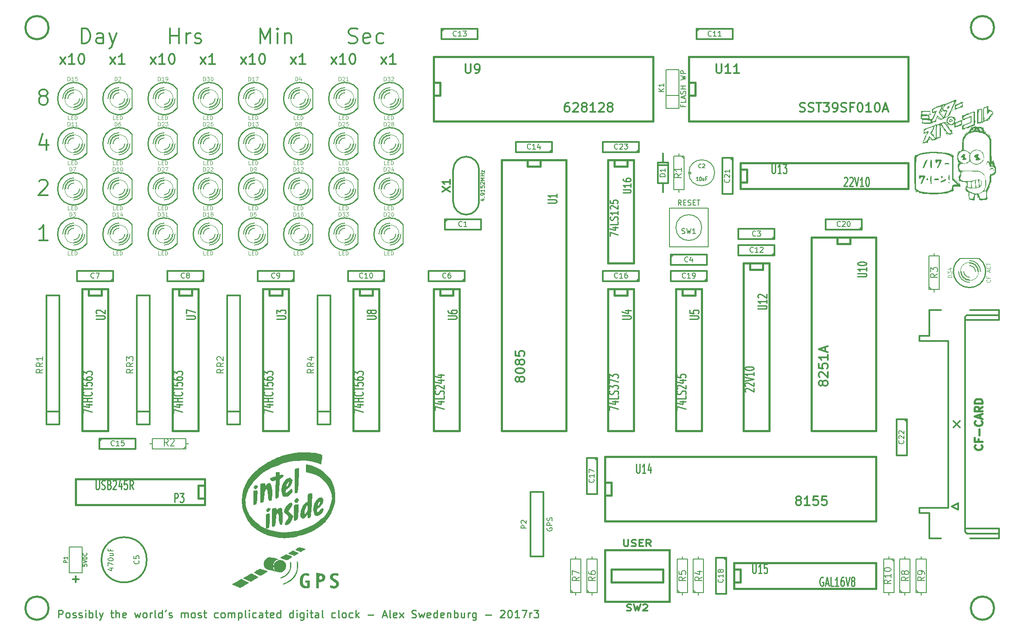
<source format=gto>
G04 (created by PCBNEW (2013-07-07 BZR 4022)-stable) date 07/02/2017 08:59:05*
%MOIN*%
G04 Gerber Fmt 3.4, Leading zero omitted, Abs format*
%FSLAX34Y34*%
G01*
G70*
G90*
G04 APERTURE LIST*
%ADD10C,0.00590551*%
%ADD11C,0.011811*%
%ADD12C,0.00984252*%
%ADD13C,0.012*%
%ADD14C,0.015*%
%ADD15C,0.005*%
%ADD16C,0.008*%
%ADD17C,0.006*%
%ADD18C,0.003*%
%ADD19C,0.01*%
%ADD20C,0.0125*%
%ADD21C,0.0001*%
%ADD22C,0.0035*%
%ADD23C,0.0075*%
%ADD24C,0.01125*%
G04 APERTURE END LIST*
G54D10*
G54D11*
X23275Y-54014D02*
X23724Y-54014D01*
X23500Y-54239D02*
X23500Y-53789D01*
G54D12*
X22175Y-56989D02*
X22175Y-56398D01*
X22400Y-56398D01*
X22456Y-56426D01*
X22485Y-56454D01*
X22513Y-56510D01*
X22513Y-56595D01*
X22485Y-56651D01*
X22456Y-56679D01*
X22400Y-56707D01*
X22175Y-56707D01*
X22850Y-56989D02*
X22794Y-56960D01*
X22766Y-56932D01*
X22738Y-56876D01*
X22738Y-56707D01*
X22766Y-56651D01*
X22794Y-56623D01*
X22850Y-56595D01*
X22935Y-56595D01*
X22991Y-56623D01*
X23019Y-56651D01*
X23047Y-56707D01*
X23047Y-56876D01*
X23019Y-56932D01*
X22991Y-56960D01*
X22935Y-56989D01*
X22850Y-56989D01*
X23272Y-56960D02*
X23328Y-56989D01*
X23441Y-56989D01*
X23497Y-56960D01*
X23525Y-56904D01*
X23525Y-56876D01*
X23497Y-56820D01*
X23441Y-56792D01*
X23356Y-56792D01*
X23300Y-56764D01*
X23272Y-56707D01*
X23272Y-56679D01*
X23300Y-56623D01*
X23356Y-56595D01*
X23441Y-56595D01*
X23497Y-56623D01*
X23750Y-56960D02*
X23806Y-56989D01*
X23919Y-56989D01*
X23975Y-56960D01*
X24003Y-56904D01*
X24003Y-56876D01*
X23975Y-56820D01*
X23919Y-56792D01*
X23834Y-56792D01*
X23778Y-56764D01*
X23750Y-56707D01*
X23750Y-56679D01*
X23778Y-56623D01*
X23834Y-56595D01*
X23919Y-56595D01*
X23975Y-56623D01*
X24256Y-56989D02*
X24256Y-56595D01*
X24256Y-56398D02*
X24228Y-56426D01*
X24256Y-56454D01*
X24284Y-56426D01*
X24256Y-56398D01*
X24256Y-56454D01*
X24537Y-56989D02*
X24537Y-56398D01*
X24537Y-56623D02*
X24594Y-56595D01*
X24706Y-56595D01*
X24762Y-56623D01*
X24791Y-56651D01*
X24819Y-56707D01*
X24819Y-56876D01*
X24791Y-56932D01*
X24762Y-56960D01*
X24706Y-56989D01*
X24594Y-56989D01*
X24537Y-56960D01*
X25156Y-56989D02*
X25100Y-56960D01*
X25072Y-56904D01*
X25072Y-56398D01*
X25325Y-56595D02*
X25465Y-56989D01*
X25606Y-56595D02*
X25465Y-56989D01*
X25409Y-57129D01*
X25381Y-57157D01*
X25325Y-57185D01*
X26197Y-56595D02*
X26422Y-56595D01*
X26281Y-56398D02*
X26281Y-56904D01*
X26309Y-56960D01*
X26365Y-56989D01*
X26422Y-56989D01*
X26618Y-56989D02*
X26618Y-56398D01*
X26872Y-56989D02*
X26872Y-56679D01*
X26843Y-56623D01*
X26787Y-56595D01*
X26703Y-56595D01*
X26647Y-56623D01*
X26618Y-56651D01*
X27378Y-56960D02*
X27321Y-56989D01*
X27209Y-56989D01*
X27153Y-56960D01*
X27125Y-56904D01*
X27125Y-56679D01*
X27153Y-56623D01*
X27209Y-56595D01*
X27321Y-56595D01*
X27378Y-56623D01*
X27406Y-56679D01*
X27406Y-56735D01*
X27125Y-56792D01*
X28053Y-56595D02*
X28165Y-56989D01*
X28278Y-56707D01*
X28390Y-56989D01*
X28503Y-56595D01*
X28812Y-56989D02*
X28756Y-56960D01*
X28728Y-56932D01*
X28699Y-56876D01*
X28699Y-56707D01*
X28728Y-56651D01*
X28756Y-56623D01*
X28812Y-56595D01*
X28896Y-56595D01*
X28953Y-56623D01*
X28981Y-56651D01*
X29009Y-56707D01*
X29009Y-56876D01*
X28981Y-56932D01*
X28953Y-56960D01*
X28896Y-56989D01*
X28812Y-56989D01*
X29262Y-56989D02*
X29262Y-56595D01*
X29262Y-56707D02*
X29290Y-56651D01*
X29318Y-56623D01*
X29374Y-56595D01*
X29431Y-56595D01*
X29712Y-56989D02*
X29656Y-56960D01*
X29627Y-56904D01*
X29627Y-56398D01*
X30190Y-56989D02*
X30190Y-56398D01*
X30190Y-56960D02*
X30134Y-56989D01*
X30021Y-56989D01*
X29965Y-56960D01*
X29937Y-56932D01*
X29909Y-56876D01*
X29909Y-56707D01*
X29937Y-56651D01*
X29965Y-56623D01*
X30021Y-56595D01*
X30134Y-56595D01*
X30190Y-56623D01*
X30499Y-56398D02*
X30443Y-56510D01*
X30724Y-56960D02*
X30780Y-56989D01*
X30893Y-56989D01*
X30949Y-56960D01*
X30977Y-56904D01*
X30977Y-56876D01*
X30949Y-56820D01*
X30893Y-56792D01*
X30809Y-56792D01*
X30752Y-56764D01*
X30724Y-56707D01*
X30724Y-56679D01*
X30752Y-56623D01*
X30809Y-56595D01*
X30893Y-56595D01*
X30949Y-56623D01*
X31680Y-56989D02*
X31680Y-56595D01*
X31680Y-56651D02*
X31708Y-56623D01*
X31765Y-56595D01*
X31849Y-56595D01*
X31905Y-56623D01*
X31933Y-56679D01*
X31933Y-56989D01*
X31933Y-56679D02*
X31962Y-56623D01*
X32018Y-56595D01*
X32102Y-56595D01*
X32158Y-56623D01*
X32187Y-56679D01*
X32187Y-56989D01*
X32552Y-56989D02*
X32496Y-56960D01*
X32468Y-56932D01*
X32440Y-56876D01*
X32440Y-56707D01*
X32468Y-56651D01*
X32496Y-56623D01*
X32552Y-56595D01*
X32636Y-56595D01*
X32693Y-56623D01*
X32721Y-56651D01*
X32749Y-56707D01*
X32749Y-56876D01*
X32721Y-56932D01*
X32693Y-56960D01*
X32636Y-56989D01*
X32552Y-56989D01*
X32974Y-56960D02*
X33030Y-56989D01*
X33143Y-56989D01*
X33199Y-56960D01*
X33227Y-56904D01*
X33227Y-56876D01*
X33199Y-56820D01*
X33143Y-56792D01*
X33058Y-56792D01*
X33002Y-56764D01*
X32974Y-56707D01*
X32974Y-56679D01*
X33002Y-56623D01*
X33058Y-56595D01*
X33143Y-56595D01*
X33199Y-56623D01*
X33396Y-56595D02*
X33621Y-56595D01*
X33480Y-56398D02*
X33480Y-56904D01*
X33508Y-56960D01*
X33564Y-56989D01*
X33621Y-56989D01*
X34521Y-56960D02*
X34464Y-56989D01*
X34352Y-56989D01*
X34296Y-56960D01*
X34267Y-56932D01*
X34239Y-56876D01*
X34239Y-56707D01*
X34267Y-56651D01*
X34296Y-56623D01*
X34352Y-56595D01*
X34464Y-56595D01*
X34521Y-56623D01*
X34858Y-56989D02*
X34802Y-56960D01*
X34774Y-56932D01*
X34746Y-56876D01*
X34746Y-56707D01*
X34774Y-56651D01*
X34802Y-56623D01*
X34858Y-56595D01*
X34942Y-56595D01*
X34999Y-56623D01*
X35027Y-56651D01*
X35055Y-56707D01*
X35055Y-56876D01*
X35027Y-56932D01*
X34999Y-56960D01*
X34942Y-56989D01*
X34858Y-56989D01*
X35308Y-56989D02*
X35308Y-56595D01*
X35308Y-56651D02*
X35336Y-56623D01*
X35392Y-56595D01*
X35477Y-56595D01*
X35533Y-56623D01*
X35561Y-56679D01*
X35561Y-56989D01*
X35561Y-56679D02*
X35589Y-56623D01*
X35645Y-56595D01*
X35730Y-56595D01*
X35786Y-56623D01*
X35814Y-56679D01*
X35814Y-56989D01*
X36095Y-56595D02*
X36095Y-57185D01*
X36095Y-56623D02*
X36152Y-56595D01*
X36264Y-56595D01*
X36320Y-56623D01*
X36348Y-56651D01*
X36377Y-56707D01*
X36377Y-56876D01*
X36348Y-56932D01*
X36320Y-56960D01*
X36264Y-56989D01*
X36152Y-56989D01*
X36095Y-56960D01*
X36714Y-56989D02*
X36658Y-56960D01*
X36630Y-56904D01*
X36630Y-56398D01*
X36939Y-56989D02*
X36939Y-56595D01*
X36939Y-56398D02*
X36911Y-56426D01*
X36939Y-56454D01*
X36967Y-56426D01*
X36939Y-56398D01*
X36939Y-56454D01*
X37473Y-56960D02*
X37417Y-56989D01*
X37305Y-56989D01*
X37248Y-56960D01*
X37220Y-56932D01*
X37192Y-56876D01*
X37192Y-56707D01*
X37220Y-56651D01*
X37248Y-56623D01*
X37305Y-56595D01*
X37417Y-56595D01*
X37473Y-56623D01*
X37980Y-56989D02*
X37980Y-56679D01*
X37951Y-56623D01*
X37895Y-56595D01*
X37783Y-56595D01*
X37726Y-56623D01*
X37980Y-56960D02*
X37923Y-56989D01*
X37783Y-56989D01*
X37726Y-56960D01*
X37698Y-56904D01*
X37698Y-56848D01*
X37726Y-56792D01*
X37783Y-56764D01*
X37923Y-56764D01*
X37980Y-56735D01*
X38176Y-56595D02*
X38401Y-56595D01*
X38261Y-56398D02*
X38261Y-56904D01*
X38289Y-56960D01*
X38345Y-56989D01*
X38401Y-56989D01*
X38823Y-56960D02*
X38767Y-56989D01*
X38654Y-56989D01*
X38598Y-56960D01*
X38570Y-56904D01*
X38570Y-56679D01*
X38598Y-56623D01*
X38654Y-56595D01*
X38767Y-56595D01*
X38823Y-56623D01*
X38851Y-56679D01*
X38851Y-56735D01*
X38570Y-56792D01*
X39357Y-56989D02*
X39357Y-56398D01*
X39357Y-56960D02*
X39301Y-56989D01*
X39189Y-56989D01*
X39133Y-56960D01*
X39104Y-56932D01*
X39076Y-56876D01*
X39076Y-56707D01*
X39104Y-56651D01*
X39133Y-56623D01*
X39189Y-56595D01*
X39301Y-56595D01*
X39357Y-56623D01*
X40342Y-56989D02*
X40342Y-56398D01*
X40342Y-56960D02*
X40285Y-56989D01*
X40173Y-56989D01*
X40117Y-56960D01*
X40089Y-56932D01*
X40061Y-56876D01*
X40061Y-56707D01*
X40089Y-56651D01*
X40117Y-56623D01*
X40173Y-56595D01*
X40285Y-56595D01*
X40342Y-56623D01*
X40623Y-56989D02*
X40623Y-56595D01*
X40623Y-56398D02*
X40595Y-56426D01*
X40623Y-56454D01*
X40651Y-56426D01*
X40623Y-56398D01*
X40623Y-56454D01*
X41157Y-56595D02*
X41157Y-57073D01*
X41129Y-57129D01*
X41101Y-57157D01*
X41045Y-57185D01*
X40960Y-57185D01*
X40904Y-57157D01*
X41157Y-56960D02*
X41101Y-56989D01*
X40989Y-56989D01*
X40932Y-56960D01*
X40904Y-56932D01*
X40876Y-56876D01*
X40876Y-56707D01*
X40904Y-56651D01*
X40932Y-56623D01*
X40989Y-56595D01*
X41101Y-56595D01*
X41157Y-56623D01*
X41438Y-56989D02*
X41438Y-56595D01*
X41438Y-56398D02*
X41410Y-56426D01*
X41438Y-56454D01*
X41467Y-56426D01*
X41438Y-56398D01*
X41438Y-56454D01*
X41635Y-56595D02*
X41860Y-56595D01*
X41720Y-56398D02*
X41720Y-56904D01*
X41748Y-56960D01*
X41804Y-56989D01*
X41860Y-56989D01*
X42310Y-56989D02*
X42310Y-56679D01*
X42282Y-56623D01*
X42226Y-56595D01*
X42113Y-56595D01*
X42057Y-56623D01*
X42310Y-56960D02*
X42254Y-56989D01*
X42113Y-56989D01*
X42057Y-56960D01*
X42029Y-56904D01*
X42029Y-56848D01*
X42057Y-56792D01*
X42113Y-56764D01*
X42254Y-56764D01*
X42310Y-56735D01*
X42676Y-56989D02*
X42620Y-56960D01*
X42591Y-56904D01*
X42591Y-56398D01*
X43604Y-56960D02*
X43548Y-56989D01*
X43435Y-56989D01*
X43379Y-56960D01*
X43351Y-56932D01*
X43323Y-56876D01*
X43323Y-56707D01*
X43351Y-56651D01*
X43379Y-56623D01*
X43435Y-56595D01*
X43548Y-56595D01*
X43604Y-56623D01*
X43941Y-56989D02*
X43885Y-56960D01*
X43857Y-56904D01*
X43857Y-56398D01*
X44251Y-56989D02*
X44194Y-56960D01*
X44166Y-56932D01*
X44138Y-56876D01*
X44138Y-56707D01*
X44166Y-56651D01*
X44194Y-56623D01*
X44251Y-56595D01*
X44335Y-56595D01*
X44391Y-56623D01*
X44419Y-56651D01*
X44447Y-56707D01*
X44447Y-56876D01*
X44419Y-56932D01*
X44391Y-56960D01*
X44335Y-56989D01*
X44251Y-56989D01*
X44954Y-56960D02*
X44897Y-56989D01*
X44785Y-56989D01*
X44729Y-56960D01*
X44701Y-56932D01*
X44672Y-56876D01*
X44672Y-56707D01*
X44701Y-56651D01*
X44729Y-56623D01*
X44785Y-56595D01*
X44897Y-56595D01*
X44954Y-56623D01*
X45207Y-56989D02*
X45207Y-56398D01*
X45263Y-56764D02*
X45432Y-56989D01*
X45432Y-56595D02*
X45207Y-56820D01*
X46135Y-56764D02*
X46585Y-56764D01*
X47288Y-56820D02*
X47569Y-56820D01*
X47232Y-56989D02*
X47428Y-56398D01*
X47625Y-56989D01*
X47906Y-56989D02*
X47850Y-56960D01*
X47822Y-56904D01*
X47822Y-56398D01*
X48356Y-56960D02*
X48300Y-56989D01*
X48188Y-56989D01*
X48131Y-56960D01*
X48103Y-56904D01*
X48103Y-56679D01*
X48131Y-56623D01*
X48188Y-56595D01*
X48300Y-56595D01*
X48356Y-56623D01*
X48384Y-56679D01*
X48384Y-56735D01*
X48103Y-56792D01*
X48581Y-56989D02*
X48891Y-56595D01*
X48581Y-56595D02*
X48891Y-56989D01*
X49537Y-56960D02*
X49622Y-56989D01*
X49762Y-56989D01*
X49819Y-56960D01*
X49847Y-56932D01*
X49875Y-56876D01*
X49875Y-56820D01*
X49847Y-56764D01*
X49819Y-56735D01*
X49762Y-56707D01*
X49650Y-56679D01*
X49594Y-56651D01*
X49566Y-56623D01*
X49537Y-56567D01*
X49537Y-56510D01*
X49566Y-56454D01*
X49594Y-56426D01*
X49650Y-56398D01*
X49791Y-56398D01*
X49875Y-56426D01*
X50072Y-56595D02*
X50184Y-56989D01*
X50297Y-56707D01*
X50409Y-56989D01*
X50522Y-56595D01*
X50972Y-56960D02*
X50915Y-56989D01*
X50803Y-56989D01*
X50747Y-56960D01*
X50719Y-56904D01*
X50719Y-56679D01*
X50747Y-56623D01*
X50803Y-56595D01*
X50915Y-56595D01*
X50972Y-56623D01*
X51000Y-56679D01*
X51000Y-56735D01*
X50719Y-56792D01*
X51506Y-56989D02*
X51506Y-56398D01*
X51506Y-56960D02*
X51450Y-56989D01*
X51337Y-56989D01*
X51281Y-56960D01*
X51253Y-56932D01*
X51225Y-56876D01*
X51225Y-56707D01*
X51253Y-56651D01*
X51281Y-56623D01*
X51337Y-56595D01*
X51450Y-56595D01*
X51506Y-56623D01*
X52012Y-56960D02*
X51956Y-56989D01*
X51843Y-56989D01*
X51787Y-56960D01*
X51759Y-56904D01*
X51759Y-56679D01*
X51787Y-56623D01*
X51843Y-56595D01*
X51956Y-56595D01*
X52012Y-56623D01*
X52040Y-56679D01*
X52040Y-56735D01*
X51759Y-56792D01*
X52293Y-56595D02*
X52293Y-56989D01*
X52293Y-56651D02*
X52321Y-56623D01*
X52378Y-56595D01*
X52462Y-56595D01*
X52518Y-56623D01*
X52546Y-56679D01*
X52546Y-56989D01*
X52828Y-56989D02*
X52828Y-56398D01*
X52828Y-56623D02*
X52884Y-56595D01*
X52996Y-56595D01*
X53053Y-56623D01*
X53081Y-56651D01*
X53109Y-56707D01*
X53109Y-56876D01*
X53081Y-56932D01*
X53053Y-56960D01*
X52996Y-56989D01*
X52884Y-56989D01*
X52828Y-56960D01*
X53615Y-56595D02*
X53615Y-56989D01*
X53362Y-56595D02*
X53362Y-56904D01*
X53390Y-56960D01*
X53446Y-56989D01*
X53531Y-56989D01*
X53587Y-56960D01*
X53615Y-56932D01*
X53896Y-56989D02*
X53896Y-56595D01*
X53896Y-56707D02*
X53924Y-56651D01*
X53953Y-56623D01*
X54009Y-56595D01*
X54065Y-56595D01*
X54515Y-56595D02*
X54515Y-57073D01*
X54487Y-57129D01*
X54459Y-57157D01*
X54402Y-57185D01*
X54318Y-57185D01*
X54262Y-57157D01*
X54515Y-56960D02*
X54459Y-56989D01*
X54346Y-56989D01*
X54290Y-56960D01*
X54262Y-56932D01*
X54234Y-56876D01*
X54234Y-56707D01*
X54262Y-56651D01*
X54290Y-56623D01*
X54346Y-56595D01*
X54459Y-56595D01*
X54515Y-56623D01*
X55246Y-56764D02*
X55696Y-56764D01*
X56399Y-56454D02*
X56427Y-56426D01*
X56483Y-56398D01*
X56624Y-56398D01*
X56680Y-56426D01*
X56708Y-56454D01*
X56737Y-56510D01*
X56737Y-56567D01*
X56708Y-56651D01*
X56371Y-56989D01*
X56737Y-56989D01*
X57102Y-56398D02*
X57158Y-56398D01*
X57215Y-56426D01*
X57243Y-56454D01*
X57271Y-56510D01*
X57299Y-56623D01*
X57299Y-56764D01*
X57271Y-56876D01*
X57243Y-56932D01*
X57215Y-56960D01*
X57158Y-56989D01*
X57102Y-56989D01*
X57046Y-56960D01*
X57018Y-56932D01*
X56990Y-56876D01*
X56962Y-56764D01*
X56962Y-56623D01*
X56990Y-56510D01*
X57018Y-56454D01*
X57046Y-56426D01*
X57102Y-56398D01*
X57861Y-56989D02*
X57524Y-56989D01*
X57693Y-56989D02*
X57693Y-56398D01*
X57636Y-56482D01*
X57580Y-56539D01*
X57524Y-56567D01*
X58058Y-56398D02*
X58452Y-56398D01*
X58199Y-56989D01*
X58677Y-56989D02*
X58677Y-56595D01*
X58677Y-56707D02*
X58705Y-56651D01*
X58733Y-56623D01*
X58789Y-56595D01*
X58846Y-56595D01*
X58986Y-56398D02*
X59352Y-56398D01*
X59155Y-56623D01*
X59239Y-56623D01*
X59296Y-56651D01*
X59324Y-56679D01*
X59352Y-56735D01*
X59352Y-56876D01*
X59324Y-56932D01*
X59296Y-56960D01*
X59239Y-56989D01*
X59071Y-56989D01*
X59014Y-56960D01*
X58986Y-56932D01*
G54D11*
X44650Y-12421D02*
X44818Y-12478D01*
X45100Y-12478D01*
X45212Y-12421D01*
X45268Y-12365D01*
X45325Y-12253D01*
X45325Y-12140D01*
X45268Y-12028D01*
X45212Y-11971D01*
X45100Y-11915D01*
X44875Y-11859D01*
X44762Y-11803D01*
X44706Y-11746D01*
X44650Y-11634D01*
X44650Y-11521D01*
X44706Y-11409D01*
X44762Y-11353D01*
X44875Y-11296D01*
X45156Y-11296D01*
X45325Y-11353D01*
X46281Y-12421D02*
X46168Y-12478D01*
X45943Y-12478D01*
X45831Y-12421D01*
X45775Y-12309D01*
X45775Y-11859D01*
X45831Y-11746D01*
X45943Y-11690D01*
X46168Y-11690D01*
X46281Y-11746D01*
X46337Y-11859D01*
X46337Y-11971D01*
X45775Y-12084D01*
X47349Y-12421D02*
X47237Y-12478D01*
X47012Y-12478D01*
X46899Y-12421D01*
X46843Y-12365D01*
X46787Y-12253D01*
X46787Y-11915D01*
X46843Y-11803D01*
X46899Y-11746D01*
X47012Y-11690D01*
X47237Y-11690D01*
X47349Y-11746D01*
X47168Y-14068D02*
X47581Y-13543D01*
X47168Y-13543D02*
X47581Y-14068D01*
X48293Y-14068D02*
X47843Y-14068D01*
X48068Y-14068D02*
X48068Y-13281D01*
X47993Y-13393D01*
X47918Y-13468D01*
X47843Y-13506D01*
X43293Y-14068D02*
X43706Y-13543D01*
X43293Y-13543D02*
X43706Y-14068D01*
X44418Y-14068D02*
X43968Y-14068D01*
X44193Y-14068D02*
X44193Y-13281D01*
X44118Y-13393D01*
X44043Y-13468D01*
X43968Y-13506D01*
X44906Y-13281D02*
X44981Y-13281D01*
X45056Y-13318D01*
X45093Y-13356D01*
X45131Y-13431D01*
X45168Y-13581D01*
X45168Y-13768D01*
X45131Y-13918D01*
X45093Y-13993D01*
X45056Y-14031D01*
X44981Y-14068D01*
X44906Y-14068D01*
X44831Y-14031D01*
X44793Y-13993D01*
X44756Y-13918D01*
X44718Y-13768D01*
X44718Y-13581D01*
X44756Y-13431D01*
X44793Y-13356D01*
X44831Y-13318D01*
X44906Y-13281D01*
X36293Y-14068D02*
X36706Y-13543D01*
X36293Y-13543D02*
X36706Y-14068D01*
X37418Y-14068D02*
X36968Y-14068D01*
X37193Y-14068D02*
X37193Y-13281D01*
X37118Y-13393D01*
X37043Y-13468D01*
X36968Y-13506D01*
X37906Y-13281D02*
X37981Y-13281D01*
X38056Y-13318D01*
X38093Y-13356D01*
X38131Y-13431D01*
X38168Y-13581D01*
X38168Y-13768D01*
X38131Y-13918D01*
X38093Y-13993D01*
X38056Y-14031D01*
X37981Y-14068D01*
X37906Y-14068D01*
X37831Y-14031D01*
X37793Y-13993D01*
X37756Y-13918D01*
X37718Y-13768D01*
X37718Y-13581D01*
X37756Y-13431D01*
X37793Y-13356D01*
X37831Y-13318D01*
X37906Y-13281D01*
X40168Y-14068D02*
X40581Y-13543D01*
X40168Y-13543D02*
X40581Y-14068D01*
X41293Y-14068D02*
X40843Y-14068D01*
X41068Y-14068D02*
X41068Y-13281D01*
X40993Y-13393D01*
X40918Y-13468D01*
X40843Y-13506D01*
X37790Y-12478D02*
X37790Y-11296D01*
X38184Y-12140D01*
X38578Y-11296D01*
X38578Y-12478D01*
X39140Y-12478D02*
X39140Y-11690D01*
X39140Y-11296D02*
X39084Y-11353D01*
X39140Y-11409D01*
X39196Y-11353D01*
X39140Y-11296D01*
X39140Y-11409D01*
X39703Y-11690D02*
X39703Y-12478D01*
X39703Y-11803D02*
X39759Y-11746D01*
X39871Y-11690D01*
X40040Y-11690D01*
X40152Y-11746D01*
X40209Y-11859D01*
X40209Y-12478D01*
X37790Y-12478D02*
X37790Y-11296D01*
X38184Y-12140D01*
X38578Y-11296D01*
X38578Y-12478D01*
X39140Y-12478D02*
X39140Y-11690D01*
X39140Y-11296D02*
X39084Y-11353D01*
X39140Y-11409D01*
X39196Y-11353D01*
X39140Y-11296D01*
X39140Y-11409D01*
X39703Y-11690D02*
X39703Y-12478D01*
X39703Y-11803D02*
X39759Y-11746D01*
X39871Y-11690D01*
X40040Y-11690D01*
X40152Y-11746D01*
X40209Y-11859D01*
X40209Y-12478D01*
X40168Y-14068D02*
X40581Y-13543D01*
X40168Y-13543D02*
X40581Y-14068D01*
X41293Y-14068D02*
X40843Y-14068D01*
X41068Y-14068D02*
X41068Y-13281D01*
X40993Y-13393D01*
X40918Y-13468D01*
X40843Y-13506D01*
X36293Y-14068D02*
X36706Y-13543D01*
X36293Y-13543D02*
X36706Y-14068D01*
X37418Y-14068D02*
X36968Y-14068D01*
X37193Y-14068D02*
X37193Y-13281D01*
X37118Y-13393D01*
X37043Y-13468D01*
X36968Y-13506D01*
X37906Y-13281D02*
X37981Y-13281D01*
X38056Y-13318D01*
X38093Y-13356D01*
X38131Y-13431D01*
X38168Y-13581D01*
X38168Y-13768D01*
X38131Y-13918D01*
X38093Y-13993D01*
X38056Y-14031D01*
X37981Y-14068D01*
X37906Y-14068D01*
X37831Y-14031D01*
X37793Y-13993D01*
X37756Y-13918D01*
X37718Y-13768D01*
X37718Y-13581D01*
X37756Y-13431D01*
X37793Y-13356D01*
X37831Y-13318D01*
X37906Y-13281D01*
X36293Y-14068D02*
X36706Y-13543D01*
X36293Y-13543D02*
X36706Y-14068D01*
X37418Y-14068D02*
X36968Y-14068D01*
X37193Y-14068D02*
X37193Y-13281D01*
X37118Y-13393D01*
X37043Y-13468D01*
X36968Y-13506D01*
X37906Y-13281D02*
X37981Y-13281D01*
X38056Y-13318D01*
X38093Y-13356D01*
X38131Y-13431D01*
X38168Y-13581D01*
X38168Y-13768D01*
X38131Y-13918D01*
X38093Y-13993D01*
X38056Y-14031D01*
X37981Y-14068D01*
X37906Y-14068D01*
X37831Y-14031D01*
X37793Y-13993D01*
X37756Y-13918D01*
X37718Y-13768D01*
X37718Y-13581D01*
X37756Y-13431D01*
X37793Y-13356D01*
X37831Y-13318D01*
X37906Y-13281D01*
X40168Y-14068D02*
X40581Y-13543D01*
X40168Y-13543D02*
X40581Y-14068D01*
X41293Y-14068D02*
X40843Y-14068D01*
X41068Y-14068D02*
X41068Y-13281D01*
X40993Y-13393D01*
X40918Y-13468D01*
X40843Y-13506D01*
X37790Y-12478D02*
X37790Y-11296D01*
X38184Y-12140D01*
X38578Y-11296D01*
X38578Y-12478D01*
X39140Y-12478D02*
X39140Y-11690D01*
X39140Y-11296D02*
X39084Y-11353D01*
X39140Y-11409D01*
X39196Y-11353D01*
X39140Y-11296D01*
X39140Y-11409D01*
X39703Y-11690D02*
X39703Y-12478D01*
X39703Y-11803D02*
X39759Y-11746D01*
X39871Y-11690D01*
X40040Y-11690D01*
X40152Y-11746D01*
X40209Y-11859D01*
X40209Y-12478D01*
X37790Y-12478D02*
X37790Y-11296D01*
X38184Y-12140D01*
X38578Y-11296D01*
X38578Y-12478D01*
X39140Y-12478D02*
X39140Y-11690D01*
X39140Y-11296D02*
X39084Y-11353D01*
X39140Y-11409D01*
X39196Y-11353D01*
X39140Y-11296D01*
X39140Y-11409D01*
X39703Y-11690D02*
X39703Y-12478D01*
X39703Y-11803D02*
X39759Y-11746D01*
X39871Y-11690D01*
X40040Y-11690D01*
X40152Y-11746D01*
X40209Y-11859D01*
X40209Y-12478D01*
X30818Y-12478D02*
X30818Y-11296D01*
X30818Y-11859D02*
X31493Y-11859D01*
X31493Y-12478D02*
X31493Y-11296D01*
X32056Y-12478D02*
X32056Y-11690D01*
X32056Y-11915D02*
X32112Y-11803D01*
X32168Y-11746D01*
X32281Y-11690D01*
X32393Y-11690D01*
X32731Y-12421D02*
X32843Y-12478D01*
X33068Y-12478D01*
X33181Y-12421D01*
X33237Y-12309D01*
X33237Y-12253D01*
X33181Y-12140D01*
X33068Y-12084D01*
X32899Y-12084D01*
X32787Y-12028D01*
X32731Y-11915D01*
X32731Y-11859D01*
X32787Y-11746D01*
X32899Y-11690D01*
X33068Y-11690D01*
X33181Y-11746D01*
X23956Y-12478D02*
X23956Y-11296D01*
X24237Y-11296D01*
X24406Y-11353D01*
X24518Y-11465D01*
X24575Y-11578D01*
X24631Y-11803D01*
X24631Y-11971D01*
X24575Y-12196D01*
X24518Y-12309D01*
X24406Y-12421D01*
X24237Y-12478D01*
X23956Y-12478D01*
X25643Y-12478D02*
X25643Y-11859D01*
X25587Y-11746D01*
X25474Y-11690D01*
X25250Y-11690D01*
X25137Y-11746D01*
X25643Y-12421D02*
X25531Y-12478D01*
X25250Y-12478D01*
X25137Y-12421D01*
X25081Y-12309D01*
X25081Y-12196D01*
X25137Y-12084D01*
X25250Y-12028D01*
X25531Y-12028D01*
X25643Y-11971D01*
X26093Y-11690D02*
X26374Y-12478D01*
X26656Y-11690D02*
X26374Y-12478D01*
X26262Y-12759D01*
X26206Y-12815D01*
X26093Y-12871D01*
X40168Y-14068D02*
X40581Y-13543D01*
X40168Y-13543D02*
X40581Y-14068D01*
X41293Y-14068D02*
X40843Y-14068D01*
X41068Y-14068D02*
X41068Y-13281D01*
X40993Y-13393D01*
X40918Y-13468D01*
X40843Y-13506D01*
X33168Y-14068D02*
X33581Y-13543D01*
X33168Y-13543D02*
X33581Y-14068D01*
X34293Y-14068D02*
X33843Y-14068D01*
X34068Y-14068D02*
X34068Y-13281D01*
X33993Y-13393D01*
X33918Y-13468D01*
X33843Y-13506D01*
X26168Y-14068D02*
X26581Y-13543D01*
X26168Y-13543D02*
X26581Y-14068D01*
X27293Y-14068D02*
X26843Y-14068D01*
X27068Y-14068D02*
X27068Y-13281D01*
X26993Y-13393D01*
X26918Y-13468D01*
X26843Y-13506D01*
X36293Y-14068D02*
X36706Y-13543D01*
X36293Y-13543D02*
X36706Y-14068D01*
X37418Y-14068D02*
X36968Y-14068D01*
X37193Y-14068D02*
X37193Y-13281D01*
X37118Y-13393D01*
X37043Y-13468D01*
X36968Y-13506D01*
X37906Y-13281D02*
X37981Y-13281D01*
X38056Y-13318D01*
X38093Y-13356D01*
X38131Y-13431D01*
X38168Y-13581D01*
X38168Y-13768D01*
X38131Y-13918D01*
X38093Y-13993D01*
X38056Y-14031D01*
X37981Y-14068D01*
X37906Y-14068D01*
X37831Y-14031D01*
X37793Y-13993D01*
X37756Y-13918D01*
X37718Y-13768D01*
X37718Y-13581D01*
X37756Y-13431D01*
X37793Y-13356D01*
X37831Y-13318D01*
X37906Y-13281D01*
X29293Y-14068D02*
X29706Y-13543D01*
X29293Y-13543D02*
X29706Y-14068D01*
X30418Y-14068D02*
X29968Y-14068D01*
X30193Y-14068D02*
X30193Y-13281D01*
X30118Y-13393D01*
X30043Y-13468D01*
X29968Y-13506D01*
X30906Y-13281D02*
X30981Y-13281D01*
X31056Y-13318D01*
X31093Y-13356D01*
X31131Y-13431D01*
X31168Y-13581D01*
X31168Y-13768D01*
X31131Y-13918D01*
X31093Y-13993D01*
X31056Y-14031D01*
X30981Y-14068D01*
X30906Y-14068D01*
X30831Y-14031D01*
X30793Y-13993D01*
X30756Y-13918D01*
X30718Y-13768D01*
X30718Y-13581D01*
X30756Y-13431D01*
X30793Y-13356D01*
X30831Y-13318D01*
X30906Y-13281D01*
X22293Y-14068D02*
X22706Y-13543D01*
X22293Y-13543D02*
X22706Y-14068D01*
X23418Y-14068D02*
X22968Y-14068D01*
X23193Y-14068D02*
X23193Y-13281D01*
X23118Y-13393D01*
X23043Y-13468D01*
X22968Y-13506D01*
X23906Y-13281D02*
X23981Y-13281D01*
X24056Y-13318D01*
X24093Y-13356D01*
X24131Y-13431D01*
X24168Y-13581D01*
X24168Y-13768D01*
X24131Y-13918D01*
X24093Y-13993D01*
X24056Y-14031D01*
X23981Y-14068D01*
X23906Y-14068D01*
X23831Y-14031D01*
X23793Y-13993D01*
X23756Y-13918D01*
X23718Y-13768D01*
X23718Y-13581D01*
X23756Y-13431D01*
X23793Y-13356D01*
X23831Y-13318D01*
X23906Y-13281D01*
X21337Y-27728D02*
X20662Y-27728D01*
X21000Y-27728D02*
X21000Y-26546D01*
X20887Y-26715D01*
X20775Y-26828D01*
X20662Y-26884D01*
X20662Y-23159D02*
X20718Y-23103D01*
X20831Y-23046D01*
X21112Y-23046D01*
X21224Y-23103D01*
X21281Y-23159D01*
X21337Y-23271D01*
X21337Y-23384D01*
X21281Y-23553D01*
X20606Y-24228D01*
X21337Y-24228D01*
X21224Y-19940D02*
X21224Y-20728D01*
X20943Y-19490D02*
X20662Y-20334D01*
X21393Y-20334D01*
X20887Y-16553D02*
X20775Y-16496D01*
X20718Y-16440D01*
X20662Y-16328D01*
X20662Y-16271D01*
X20718Y-16159D01*
X20775Y-16103D01*
X20887Y-16046D01*
X21112Y-16046D01*
X21224Y-16103D01*
X21281Y-16159D01*
X21337Y-16271D01*
X21337Y-16328D01*
X21281Y-16440D01*
X21224Y-16496D01*
X21112Y-16553D01*
X20887Y-16553D01*
X20775Y-16609D01*
X20718Y-16665D01*
X20662Y-16778D01*
X20662Y-17003D01*
X20718Y-17115D01*
X20775Y-17171D01*
X20887Y-17228D01*
X21112Y-17228D01*
X21224Y-17171D01*
X21281Y-17115D01*
X21337Y-17003D01*
X21337Y-16778D01*
X21281Y-16665D01*
X21224Y-16609D01*
X21112Y-16553D01*
G54D13*
X91375Y-48375D02*
X91875Y-48625D01*
X91875Y-48625D02*
X91875Y-48125D01*
X91875Y-48125D02*
X91375Y-48375D01*
X91500Y-41750D02*
X92000Y-42250D01*
X91500Y-42250D02*
X92000Y-41750D01*
X95020Y-33530D02*
X92540Y-33530D01*
X92540Y-33530D02*
X92390Y-33680D01*
X92390Y-33680D02*
X92390Y-33910D01*
X95020Y-50470D02*
X92540Y-50470D01*
X92540Y-50470D02*
X92390Y-50320D01*
X92390Y-50320D02*
X92390Y-50090D01*
X92790Y-50850D02*
X95020Y-50850D01*
X95020Y-50850D02*
X95020Y-50090D01*
X95020Y-50090D02*
X92390Y-50090D01*
X92390Y-50090D02*
X92390Y-33910D01*
X92390Y-33910D02*
X95020Y-33910D01*
X95020Y-33910D02*
X95020Y-33150D01*
X95020Y-33150D02*
X92790Y-33150D01*
X90550Y-50850D02*
X89620Y-50850D01*
X89620Y-50850D02*
X89620Y-48860D01*
X89620Y-48860D02*
X88880Y-48860D01*
X88880Y-35140D02*
X88880Y-35540D01*
X88880Y-35540D02*
X91090Y-35540D01*
X91090Y-48460D02*
X91090Y-35540D01*
X91090Y-48460D02*
X88880Y-48460D01*
X88880Y-48460D02*
X88880Y-48860D01*
X88880Y-35140D02*
X89620Y-35140D01*
X89620Y-35140D02*
X89620Y-33150D01*
X89620Y-33150D02*
X90550Y-33150D01*
G54D14*
X69000Y-53250D02*
X69000Y-54250D01*
X69000Y-54250D02*
X65000Y-54250D01*
X65000Y-54250D02*
X65000Y-53250D01*
X65000Y-53250D02*
X69000Y-53250D01*
X64500Y-55750D02*
X64500Y-51750D01*
X64500Y-51750D02*
X69500Y-51750D01*
X69500Y-51750D02*
X69500Y-55750D01*
X69500Y-55750D02*
X64500Y-55750D01*
G54D15*
X72000Y-26750D02*
G75*
G03X72000Y-26750I-1000J0D01*
G74*
G01*
X72500Y-28250D02*
X69500Y-28250D01*
X69500Y-28250D02*
X69500Y-25250D01*
X69500Y-25250D02*
X72500Y-25250D01*
X72500Y-28250D02*
X72500Y-25250D01*
G54D13*
X22250Y-42000D02*
X21250Y-42000D01*
X21250Y-42000D02*
X21250Y-32000D01*
X21250Y-32000D02*
X22250Y-32000D01*
X22250Y-32000D02*
X22250Y-42000D01*
X22250Y-41000D02*
X21250Y-41000D01*
X36250Y-42000D02*
X35250Y-42000D01*
X35250Y-42000D02*
X35250Y-32000D01*
X35250Y-32000D02*
X36250Y-32000D01*
X36250Y-32000D02*
X36250Y-42000D01*
X36250Y-41000D02*
X35250Y-41000D01*
X29250Y-42000D02*
X28250Y-42000D01*
X28250Y-42000D02*
X28250Y-32000D01*
X28250Y-32000D02*
X29250Y-32000D01*
X29250Y-32000D02*
X29250Y-42000D01*
X29250Y-41000D02*
X28250Y-41000D01*
X43250Y-42000D02*
X42250Y-42000D01*
X42250Y-42000D02*
X42250Y-32000D01*
X42250Y-32000D02*
X43250Y-32000D01*
X43250Y-32000D02*
X43250Y-42000D01*
X43250Y-41000D02*
X42250Y-41000D01*
G54D16*
X70500Y-55250D02*
X70500Y-55050D01*
X70500Y-52250D02*
X70500Y-52450D01*
X70500Y-52450D02*
X70100Y-52450D01*
X70100Y-52450D02*
X70100Y-55050D01*
X70100Y-55050D02*
X70900Y-55050D01*
X70900Y-55050D02*
X70900Y-52450D01*
X70900Y-52450D02*
X70500Y-52450D01*
X70300Y-55050D02*
X70100Y-54850D01*
X70250Y-21000D02*
X70250Y-21200D01*
X70250Y-24000D02*
X70250Y-23800D01*
X70250Y-23800D02*
X70650Y-23800D01*
X70650Y-23800D02*
X70650Y-21200D01*
X70650Y-21200D02*
X69850Y-21200D01*
X69850Y-21200D02*
X69850Y-23800D01*
X69850Y-23800D02*
X70250Y-23800D01*
X70450Y-21200D02*
X70650Y-21400D01*
X71750Y-55250D02*
X71750Y-55050D01*
X71750Y-52250D02*
X71750Y-52450D01*
X71750Y-52450D02*
X71350Y-52450D01*
X71350Y-52450D02*
X71350Y-55050D01*
X71350Y-55050D02*
X72150Y-55050D01*
X72150Y-55050D02*
X72150Y-52450D01*
X72150Y-52450D02*
X71750Y-52450D01*
X71550Y-55050D02*
X71350Y-54850D01*
X63500Y-55250D02*
X63500Y-55050D01*
X63500Y-52250D02*
X63500Y-52450D01*
X63500Y-52450D02*
X63100Y-52450D01*
X63100Y-52450D02*
X63100Y-55050D01*
X63100Y-55050D02*
X63900Y-55050D01*
X63900Y-55050D02*
X63900Y-52450D01*
X63900Y-52450D02*
X63500Y-52450D01*
X63300Y-55050D02*
X63100Y-54850D01*
X62250Y-55250D02*
X62250Y-55050D01*
X62250Y-52250D02*
X62250Y-52450D01*
X62250Y-52450D02*
X61850Y-52450D01*
X61850Y-52450D02*
X61850Y-55050D01*
X61850Y-55050D02*
X62650Y-55050D01*
X62650Y-55050D02*
X62650Y-52450D01*
X62650Y-52450D02*
X62250Y-52450D01*
X62050Y-55050D02*
X61850Y-54850D01*
X32250Y-43500D02*
X32050Y-43500D01*
X29250Y-43500D02*
X29450Y-43500D01*
X29450Y-43500D02*
X29450Y-43900D01*
X29450Y-43900D02*
X32050Y-43900D01*
X32050Y-43900D02*
X32050Y-43100D01*
X32050Y-43100D02*
X29450Y-43100D01*
X29450Y-43100D02*
X29450Y-43500D01*
X32050Y-43700D02*
X31850Y-43900D01*
X90000Y-31750D02*
X90000Y-31550D01*
X90000Y-28750D02*
X90000Y-28950D01*
X90000Y-28950D02*
X89600Y-28950D01*
X89600Y-28950D02*
X89600Y-31550D01*
X89600Y-31550D02*
X90400Y-31550D01*
X90400Y-31550D02*
X90400Y-28950D01*
X90400Y-28950D02*
X90000Y-28950D01*
X89800Y-31550D02*
X89600Y-31350D01*
G54D13*
X59750Y-47250D02*
X58750Y-47250D01*
X58750Y-52250D02*
X59750Y-52250D01*
X59750Y-47250D02*
X59750Y-52250D01*
X58750Y-52250D02*
X58750Y-47250D01*
G54D17*
X70250Y-17500D02*
X69250Y-17500D01*
X69250Y-17500D02*
X69250Y-14500D01*
X69250Y-14500D02*
X70250Y-14500D01*
X70250Y-14500D02*
X70250Y-17500D01*
X69250Y-16500D02*
X70250Y-16500D01*
G54D16*
X34870Y-17500D02*
X34870Y-16000D01*
G54D18*
X34557Y-16750D02*
G75*
G03X34557Y-16750I-707J0D01*
G74*
G01*
G54D19*
X34849Y-15999D02*
G75*
G03X34849Y-17500I-999J-750D01*
G74*
G01*
G54D17*
X33850Y-16300D02*
G75*
G03X33400Y-16750I0J-450D01*
G74*
G01*
X33850Y-17200D02*
G75*
G03X34300Y-16750I0J450D01*
G74*
G01*
X33850Y-16100D02*
G75*
G03X33200Y-16750I0J-650D01*
G74*
G01*
X33850Y-17400D02*
G75*
G03X34500Y-16750I0J650D01*
G74*
G01*
X33850Y-15900D02*
G75*
G03X33000Y-16750I0J-850D01*
G74*
G01*
X33850Y-17600D02*
G75*
G03X34700Y-16750I0J850D01*
G74*
G01*
G54D16*
X31370Y-17500D02*
X31370Y-16000D01*
G54D18*
X31057Y-16750D02*
G75*
G03X31057Y-16750I-707J0D01*
G74*
G01*
G54D19*
X31349Y-15999D02*
G75*
G03X31349Y-17500I-999J-750D01*
G74*
G01*
G54D17*
X30350Y-16300D02*
G75*
G03X29900Y-16750I0J-450D01*
G74*
G01*
X30350Y-17200D02*
G75*
G03X30800Y-16750I0J450D01*
G74*
G01*
X30350Y-16100D02*
G75*
G03X29700Y-16750I0J-650D01*
G74*
G01*
X30350Y-17400D02*
G75*
G03X31000Y-16750I0J650D01*
G74*
G01*
X30350Y-15900D02*
G75*
G03X29500Y-16750I0J-850D01*
G74*
G01*
X30350Y-17600D02*
G75*
G03X31200Y-16750I0J850D01*
G74*
G01*
G54D16*
X31370Y-24500D02*
X31370Y-23000D01*
G54D18*
X31057Y-23750D02*
G75*
G03X31057Y-23750I-707J0D01*
G74*
G01*
G54D19*
X31349Y-22999D02*
G75*
G03X31349Y-24500I-999J-750D01*
G74*
G01*
G54D17*
X30350Y-23300D02*
G75*
G03X29900Y-23750I0J-450D01*
G74*
G01*
X30350Y-24200D02*
G75*
G03X30800Y-23750I0J450D01*
G74*
G01*
X30350Y-23100D02*
G75*
G03X29700Y-23750I0J-650D01*
G74*
G01*
X30350Y-24400D02*
G75*
G03X31000Y-23750I0J650D01*
G74*
G01*
X30350Y-22900D02*
G75*
G03X29500Y-23750I0J-850D01*
G74*
G01*
X30350Y-24600D02*
G75*
G03X31200Y-23750I0J850D01*
G74*
G01*
G54D16*
X31370Y-21000D02*
X31370Y-19500D01*
G54D18*
X31057Y-20250D02*
G75*
G03X31057Y-20250I-707J0D01*
G74*
G01*
G54D19*
X31349Y-19499D02*
G75*
G03X31349Y-21000I-999J-750D01*
G74*
G01*
G54D17*
X30350Y-19800D02*
G75*
G03X29900Y-20250I0J-450D01*
G74*
G01*
X30350Y-20700D02*
G75*
G03X30800Y-20250I0J450D01*
G74*
G01*
X30350Y-19600D02*
G75*
G03X29700Y-20250I0J-650D01*
G74*
G01*
X30350Y-20900D02*
G75*
G03X31000Y-20250I0J650D01*
G74*
G01*
X30350Y-19400D02*
G75*
G03X29500Y-20250I0J-850D01*
G74*
G01*
X30350Y-21100D02*
G75*
G03X31200Y-20250I0J850D01*
G74*
G01*
G54D16*
X38370Y-28000D02*
X38370Y-26500D01*
G54D18*
X38057Y-27250D02*
G75*
G03X38057Y-27250I-707J0D01*
G74*
G01*
G54D19*
X38349Y-26499D02*
G75*
G03X38349Y-28000I-999J-750D01*
G74*
G01*
G54D17*
X37350Y-26800D02*
G75*
G03X36900Y-27250I0J-450D01*
G74*
G01*
X37350Y-27700D02*
G75*
G03X37800Y-27250I0J450D01*
G74*
G01*
X37350Y-26600D02*
G75*
G03X36700Y-27250I0J-650D01*
G74*
G01*
X37350Y-27900D02*
G75*
G03X38000Y-27250I0J650D01*
G74*
G01*
X37350Y-26400D02*
G75*
G03X36500Y-27250I0J-850D01*
G74*
G01*
X37350Y-28100D02*
G75*
G03X38200Y-27250I0J850D01*
G74*
G01*
G54D16*
X34870Y-21000D02*
X34870Y-19500D01*
G54D18*
X34557Y-20250D02*
G75*
G03X34557Y-20250I-707J0D01*
G74*
G01*
G54D19*
X34849Y-19499D02*
G75*
G03X34849Y-21000I-999J-750D01*
G74*
G01*
G54D17*
X33850Y-19800D02*
G75*
G03X33400Y-20250I0J-450D01*
G74*
G01*
X33850Y-20700D02*
G75*
G03X34300Y-20250I0J450D01*
G74*
G01*
X33850Y-19600D02*
G75*
G03X33200Y-20250I0J-650D01*
G74*
G01*
X33850Y-20900D02*
G75*
G03X34500Y-20250I0J650D01*
G74*
G01*
X33850Y-19400D02*
G75*
G03X33000Y-20250I0J-850D01*
G74*
G01*
X33850Y-21100D02*
G75*
G03X34700Y-20250I0J850D01*
G74*
G01*
G54D16*
X34870Y-24500D02*
X34870Y-23000D01*
G54D18*
X34557Y-23750D02*
G75*
G03X34557Y-23750I-707J0D01*
G74*
G01*
G54D19*
X34849Y-22999D02*
G75*
G03X34849Y-24500I-999J-750D01*
G74*
G01*
G54D17*
X33850Y-23300D02*
G75*
G03X33400Y-23750I0J-450D01*
G74*
G01*
X33850Y-24200D02*
G75*
G03X34300Y-23750I0J450D01*
G74*
G01*
X33850Y-23100D02*
G75*
G03X33200Y-23750I0J-650D01*
G74*
G01*
X33850Y-24400D02*
G75*
G03X34500Y-23750I0J650D01*
G74*
G01*
X33850Y-22900D02*
G75*
G03X33000Y-23750I0J-850D01*
G74*
G01*
X33850Y-24600D02*
G75*
G03X34700Y-23750I0J850D01*
G74*
G01*
G54D16*
X34870Y-28000D02*
X34870Y-26500D01*
G54D18*
X34557Y-27250D02*
G75*
G03X34557Y-27250I-707J0D01*
G74*
G01*
G54D19*
X34849Y-26499D02*
G75*
G03X34849Y-28000I-999J-750D01*
G74*
G01*
G54D17*
X33850Y-26800D02*
G75*
G03X33400Y-27250I0J-450D01*
G74*
G01*
X33850Y-27700D02*
G75*
G03X34300Y-27250I0J450D01*
G74*
G01*
X33850Y-26600D02*
G75*
G03X33200Y-27250I0J-650D01*
G74*
G01*
X33850Y-27900D02*
G75*
G03X34500Y-27250I0J650D01*
G74*
G01*
X33850Y-26400D02*
G75*
G03X33000Y-27250I0J-850D01*
G74*
G01*
X33850Y-28100D02*
G75*
G03X34700Y-27250I0J850D01*
G74*
G01*
G54D16*
X48870Y-21000D02*
X48870Y-19500D01*
G54D18*
X48557Y-20250D02*
G75*
G03X48557Y-20250I-707J0D01*
G74*
G01*
G54D19*
X48849Y-19499D02*
G75*
G03X48849Y-21000I-999J-750D01*
G74*
G01*
G54D17*
X47850Y-19800D02*
G75*
G03X47400Y-20250I0J-450D01*
G74*
G01*
X47850Y-20700D02*
G75*
G03X48300Y-20250I0J450D01*
G74*
G01*
X47850Y-19600D02*
G75*
G03X47200Y-20250I0J-650D01*
G74*
G01*
X47850Y-20900D02*
G75*
G03X48500Y-20250I0J650D01*
G74*
G01*
X47850Y-19400D02*
G75*
G03X47000Y-20250I0J-850D01*
G74*
G01*
X47850Y-21100D02*
G75*
G03X48700Y-20250I0J850D01*
G74*
G01*
G54D16*
X31370Y-28000D02*
X31370Y-26500D01*
G54D18*
X31057Y-27250D02*
G75*
G03X31057Y-27250I-707J0D01*
G74*
G01*
G54D19*
X31349Y-26499D02*
G75*
G03X31349Y-28000I-999J-750D01*
G74*
G01*
G54D17*
X30350Y-26800D02*
G75*
G03X29900Y-27250I0J-450D01*
G74*
G01*
X30350Y-27700D02*
G75*
G03X30800Y-27250I0J450D01*
G74*
G01*
X30350Y-26600D02*
G75*
G03X29700Y-27250I0J-650D01*
G74*
G01*
X30350Y-27900D02*
G75*
G03X31000Y-27250I0J650D01*
G74*
G01*
X30350Y-26400D02*
G75*
G03X29500Y-27250I0J-850D01*
G74*
G01*
X30350Y-28100D02*
G75*
G03X31200Y-27250I0J850D01*
G74*
G01*
G54D16*
X48870Y-28000D02*
X48870Y-26500D01*
G54D18*
X48557Y-27250D02*
G75*
G03X48557Y-27250I-707J0D01*
G74*
G01*
G54D19*
X48849Y-26499D02*
G75*
G03X48849Y-28000I-999J-750D01*
G74*
G01*
G54D17*
X47850Y-26800D02*
G75*
G03X47400Y-27250I0J-450D01*
G74*
G01*
X47850Y-27700D02*
G75*
G03X48300Y-27250I0J450D01*
G74*
G01*
X47850Y-26600D02*
G75*
G03X47200Y-27250I0J-650D01*
G74*
G01*
X47850Y-27900D02*
G75*
G03X48500Y-27250I0J650D01*
G74*
G01*
X47850Y-26400D02*
G75*
G03X47000Y-27250I0J-850D01*
G74*
G01*
X47850Y-28100D02*
G75*
G03X48700Y-27250I0J850D01*
G74*
G01*
G54D16*
X48870Y-24500D02*
X48870Y-23000D01*
G54D18*
X48557Y-23750D02*
G75*
G03X48557Y-23750I-707J0D01*
G74*
G01*
G54D19*
X48849Y-22999D02*
G75*
G03X48849Y-24500I-999J-750D01*
G74*
G01*
G54D17*
X47850Y-23300D02*
G75*
G03X47400Y-23750I0J-450D01*
G74*
G01*
X47850Y-24200D02*
G75*
G03X48300Y-23750I0J450D01*
G74*
G01*
X47850Y-23100D02*
G75*
G03X47200Y-23750I0J-650D01*
G74*
G01*
X47850Y-24400D02*
G75*
G03X48500Y-23750I0J650D01*
G74*
G01*
X47850Y-22900D02*
G75*
G03X47000Y-23750I0J-850D01*
G74*
G01*
X47850Y-24600D02*
G75*
G03X48700Y-23750I0J850D01*
G74*
G01*
G54D16*
X48870Y-17500D02*
X48870Y-16000D01*
G54D18*
X48557Y-16750D02*
G75*
G03X48557Y-16750I-707J0D01*
G74*
G01*
G54D19*
X48849Y-15999D02*
G75*
G03X48849Y-17500I-999J-750D01*
G74*
G01*
G54D17*
X47850Y-16300D02*
G75*
G03X47400Y-16750I0J-450D01*
G74*
G01*
X47850Y-17200D02*
G75*
G03X48300Y-16750I0J450D01*
G74*
G01*
X47850Y-16100D02*
G75*
G03X47200Y-16750I0J-650D01*
G74*
G01*
X47850Y-17400D02*
G75*
G03X48500Y-16750I0J650D01*
G74*
G01*
X47850Y-15900D02*
G75*
G03X47000Y-16750I0J-850D01*
G74*
G01*
X47850Y-17600D02*
G75*
G03X48700Y-16750I0J850D01*
G74*
G01*
G54D16*
X45370Y-17500D02*
X45370Y-16000D01*
G54D18*
X45057Y-16750D02*
G75*
G03X45057Y-16750I-707J0D01*
G74*
G01*
G54D19*
X45349Y-15999D02*
G75*
G03X45349Y-17500I-999J-750D01*
G74*
G01*
G54D17*
X44350Y-16300D02*
G75*
G03X43900Y-16750I0J-450D01*
G74*
G01*
X44350Y-17200D02*
G75*
G03X44800Y-16750I0J450D01*
G74*
G01*
X44350Y-16100D02*
G75*
G03X43700Y-16750I0J-650D01*
G74*
G01*
X44350Y-17400D02*
G75*
G03X45000Y-16750I0J650D01*
G74*
G01*
X44350Y-15900D02*
G75*
G03X43500Y-16750I0J-850D01*
G74*
G01*
X44350Y-17600D02*
G75*
G03X45200Y-16750I0J850D01*
G74*
G01*
G54D16*
X45370Y-21000D02*
X45370Y-19500D01*
G54D18*
X45057Y-20250D02*
G75*
G03X45057Y-20250I-707J0D01*
G74*
G01*
G54D19*
X45349Y-19499D02*
G75*
G03X45349Y-21000I-999J-750D01*
G74*
G01*
G54D17*
X44350Y-19800D02*
G75*
G03X43900Y-20250I0J-450D01*
G74*
G01*
X44350Y-20700D02*
G75*
G03X44800Y-20250I0J450D01*
G74*
G01*
X44350Y-19600D02*
G75*
G03X43700Y-20250I0J-650D01*
G74*
G01*
X44350Y-20900D02*
G75*
G03X45000Y-20250I0J650D01*
G74*
G01*
X44350Y-19400D02*
G75*
G03X43500Y-20250I0J-850D01*
G74*
G01*
X44350Y-21100D02*
G75*
G03X45200Y-20250I0J850D01*
G74*
G01*
G54D16*
X45370Y-24500D02*
X45370Y-23000D01*
G54D18*
X45057Y-23750D02*
G75*
G03X45057Y-23750I-707J0D01*
G74*
G01*
G54D19*
X45349Y-22999D02*
G75*
G03X45349Y-24500I-999J-750D01*
G74*
G01*
G54D17*
X44350Y-23300D02*
G75*
G03X43900Y-23750I0J-450D01*
G74*
G01*
X44350Y-24200D02*
G75*
G03X44800Y-23750I0J450D01*
G74*
G01*
X44350Y-23100D02*
G75*
G03X43700Y-23750I0J-650D01*
G74*
G01*
X44350Y-24400D02*
G75*
G03X45000Y-23750I0J650D01*
G74*
G01*
X44350Y-22900D02*
G75*
G03X43500Y-23750I0J-850D01*
G74*
G01*
X44350Y-24600D02*
G75*
G03X45200Y-23750I0J850D01*
G74*
G01*
G54D16*
X45370Y-28000D02*
X45370Y-26500D01*
G54D18*
X45057Y-27250D02*
G75*
G03X45057Y-27250I-707J0D01*
G74*
G01*
G54D19*
X45349Y-26499D02*
G75*
G03X45349Y-28000I-999J-750D01*
G74*
G01*
G54D17*
X44350Y-26800D02*
G75*
G03X43900Y-27250I0J-450D01*
G74*
G01*
X44350Y-27700D02*
G75*
G03X44800Y-27250I0J450D01*
G74*
G01*
X44350Y-26600D02*
G75*
G03X43700Y-27250I0J-650D01*
G74*
G01*
X44350Y-27900D02*
G75*
G03X45000Y-27250I0J650D01*
G74*
G01*
X44350Y-26400D02*
G75*
G03X43500Y-27250I0J-850D01*
G74*
G01*
X44350Y-28100D02*
G75*
G03X45200Y-27250I0J850D01*
G74*
G01*
G54D16*
X93500Y-29130D02*
X92000Y-29130D01*
G54D18*
X93457Y-30150D02*
G75*
G03X93457Y-30150I-707J0D01*
G74*
G01*
G54D19*
X91999Y-29150D02*
G75*
G03X93500Y-29150I750J-999D01*
G74*
G01*
G54D17*
X92300Y-30150D02*
G75*
G03X92750Y-30600I450J0D01*
G74*
G01*
X93200Y-30150D02*
G75*
G03X92750Y-29700I-450J0D01*
G74*
G01*
X92100Y-30150D02*
G75*
G03X92750Y-30800I650J0D01*
G74*
G01*
X93400Y-30150D02*
G75*
G03X92750Y-29500I-650J0D01*
G74*
G01*
X91900Y-30150D02*
G75*
G03X92750Y-31000I850J0D01*
G74*
G01*
X93600Y-30150D02*
G75*
G03X92750Y-29300I-850J0D01*
G74*
G01*
G54D16*
X27870Y-24500D02*
X27870Y-23000D01*
G54D18*
X27557Y-23750D02*
G75*
G03X27557Y-23750I-707J0D01*
G74*
G01*
G54D19*
X27849Y-22999D02*
G75*
G03X27849Y-24500I-999J-750D01*
G74*
G01*
G54D17*
X26850Y-23300D02*
G75*
G03X26400Y-23750I0J-450D01*
G74*
G01*
X26850Y-24200D02*
G75*
G03X27300Y-23750I0J450D01*
G74*
G01*
X26850Y-23100D02*
G75*
G03X26200Y-23750I0J-650D01*
G74*
G01*
X26850Y-24400D02*
G75*
G03X27500Y-23750I0J650D01*
G74*
G01*
X26850Y-22900D02*
G75*
G03X26000Y-23750I0J-850D01*
G74*
G01*
X26850Y-24600D02*
G75*
G03X27700Y-23750I0J850D01*
G74*
G01*
G54D16*
X27870Y-21000D02*
X27870Y-19500D01*
G54D18*
X27557Y-20250D02*
G75*
G03X27557Y-20250I-707J0D01*
G74*
G01*
G54D19*
X27849Y-19499D02*
G75*
G03X27849Y-21000I-999J-750D01*
G74*
G01*
G54D17*
X26850Y-19800D02*
G75*
G03X26400Y-20250I0J-450D01*
G74*
G01*
X26850Y-20700D02*
G75*
G03X27300Y-20250I0J450D01*
G74*
G01*
X26850Y-19600D02*
G75*
G03X26200Y-20250I0J-650D01*
G74*
G01*
X26850Y-20900D02*
G75*
G03X27500Y-20250I0J650D01*
G74*
G01*
X26850Y-19400D02*
G75*
G03X26000Y-20250I0J-850D01*
G74*
G01*
X26850Y-21100D02*
G75*
G03X27700Y-20250I0J850D01*
G74*
G01*
G54D16*
X27870Y-17500D02*
X27870Y-16000D01*
G54D18*
X27557Y-16750D02*
G75*
G03X27557Y-16750I-707J0D01*
G74*
G01*
G54D19*
X27849Y-15999D02*
G75*
G03X27849Y-17500I-999J-750D01*
G74*
G01*
G54D17*
X26850Y-16300D02*
G75*
G03X26400Y-16750I0J-450D01*
G74*
G01*
X26850Y-17200D02*
G75*
G03X27300Y-16750I0J450D01*
G74*
G01*
X26850Y-16100D02*
G75*
G03X26200Y-16750I0J-650D01*
G74*
G01*
X26850Y-17400D02*
G75*
G03X27500Y-16750I0J650D01*
G74*
G01*
X26850Y-15900D02*
G75*
G03X26000Y-16750I0J-850D01*
G74*
G01*
X26850Y-17600D02*
G75*
G03X27700Y-16750I0J850D01*
G74*
G01*
G54D16*
X24370Y-17500D02*
X24370Y-16000D01*
G54D18*
X24057Y-16750D02*
G75*
G03X24057Y-16750I-707J0D01*
G74*
G01*
G54D19*
X24349Y-15999D02*
G75*
G03X24349Y-17500I-999J-750D01*
G74*
G01*
G54D17*
X23350Y-16300D02*
G75*
G03X22900Y-16750I0J-450D01*
G74*
G01*
X23350Y-17200D02*
G75*
G03X23800Y-16750I0J450D01*
G74*
G01*
X23350Y-16100D02*
G75*
G03X22700Y-16750I0J-650D01*
G74*
G01*
X23350Y-17400D02*
G75*
G03X24000Y-16750I0J650D01*
G74*
G01*
X23350Y-15900D02*
G75*
G03X22500Y-16750I0J-850D01*
G74*
G01*
X23350Y-17600D02*
G75*
G03X24200Y-16750I0J850D01*
G74*
G01*
G54D16*
X24370Y-21000D02*
X24370Y-19500D01*
G54D18*
X24057Y-20250D02*
G75*
G03X24057Y-20250I-707J0D01*
G74*
G01*
G54D19*
X24349Y-19499D02*
G75*
G03X24349Y-21000I-999J-750D01*
G74*
G01*
G54D17*
X23350Y-19800D02*
G75*
G03X22900Y-20250I0J-450D01*
G74*
G01*
X23350Y-20700D02*
G75*
G03X23800Y-20250I0J450D01*
G74*
G01*
X23350Y-19600D02*
G75*
G03X22700Y-20250I0J-650D01*
G74*
G01*
X23350Y-20900D02*
G75*
G03X24000Y-20250I0J650D01*
G74*
G01*
X23350Y-19400D02*
G75*
G03X22500Y-20250I0J-850D01*
G74*
G01*
X23350Y-21100D02*
G75*
G03X24200Y-20250I0J850D01*
G74*
G01*
G54D16*
X24370Y-24500D02*
X24370Y-23000D01*
G54D18*
X24057Y-23750D02*
G75*
G03X24057Y-23750I-707J0D01*
G74*
G01*
G54D19*
X24349Y-22999D02*
G75*
G03X24349Y-24500I-999J-750D01*
G74*
G01*
G54D17*
X23350Y-23300D02*
G75*
G03X22900Y-23750I0J-450D01*
G74*
G01*
X23350Y-24200D02*
G75*
G03X23800Y-23750I0J450D01*
G74*
G01*
X23350Y-23100D02*
G75*
G03X22700Y-23750I0J-650D01*
G74*
G01*
X23350Y-24400D02*
G75*
G03X24000Y-23750I0J650D01*
G74*
G01*
X23350Y-22900D02*
G75*
G03X22500Y-23750I0J-850D01*
G74*
G01*
X23350Y-24600D02*
G75*
G03X24200Y-23750I0J850D01*
G74*
G01*
G54D16*
X24370Y-28000D02*
X24370Y-26500D01*
G54D18*
X24057Y-27250D02*
G75*
G03X24057Y-27250I-707J0D01*
G74*
G01*
G54D19*
X24349Y-26499D02*
G75*
G03X24349Y-28000I-999J-750D01*
G74*
G01*
G54D17*
X23350Y-26800D02*
G75*
G03X22900Y-27250I0J-450D01*
G74*
G01*
X23350Y-27700D02*
G75*
G03X23800Y-27250I0J450D01*
G74*
G01*
X23350Y-26600D02*
G75*
G03X22700Y-27250I0J-650D01*
G74*
G01*
X23350Y-27900D02*
G75*
G03X24000Y-27250I0J650D01*
G74*
G01*
X23350Y-26400D02*
G75*
G03X22500Y-27250I0J-850D01*
G74*
G01*
X23350Y-28100D02*
G75*
G03X24200Y-27250I0J850D01*
G74*
G01*
G54D16*
X27870Y-28000D02*
X27870Y-26500D01*
G54D18*
X27557Y-27250D02*
G75*
G03X27557Y-27250I-707J0D01*
G74*
G01*
G54D19*
X27849Y-26499D02*
G75*
G03X27849Y-28000I-999J-750D01*
G74*
G01*
G54D17*
X26850Y-26800D02*
G75*
G03X26400Y-27250I0J-450D01*
G74*
G01*
X26850Y-27700D02*
G75*
G03X27300Y-27250I0J450D01*
G74*
G01*
X26850Y-26600D02*
G75*
G03X26200Y-27250I0J-650D01*
G74*
G01*
X26850Y-27900D02*
G75*
G03X27500Y-27250I0J650D01*
G74*
G01*
X26850Y-26400D02*
G75*
G03X26000Y-27250I0J-850D01*
G74*
G01*
X26850Y-28100D02*
G75*
G03X27700Y-27250I0J850D01*
G74*
G01*
G54D16*
X38370Y-24500D02*
X38370Y-23000D01*
G54D18*
X38057Y-23750D02*
G75*
G03X38057Y-23750I-707J0D01*
G74*
G01*
G54D19*
X38349Y-22999D02*
G75*
G03X38349Y-24500I-999J-750D01*
G74*
G01*
G54D17*
X37350Y-23300D02*
G75*
G03X36900Y-23750I0J-450D01*
G74*
G01*
X37350Y-24200D02*
G75*
G03X37800Y-23750I0J450D01*
G74*
G01*
X37350Y-23100D02*
G75*
G03X36700Y-23750I0J-650D01*
G74*
G01*
X37350Y-24400D02*
G75*
G03X38000Y-23750I0J650D01*
G74*
G01*
X37350Y-22900D02*
G75*
G03X36500Y-23750I0J-850D01*
G74*
G01*
X37350Y-24600D02*
G75*
G03X38200Y-23750I0J850D01*
G74*
G01*
G54D16*
X41870Y-28000D02*
X41870Y-26500D01*
G54D18*
X41557Y-27250D02*
G75*
G03X41557Y-27250I-707J0D01*
G74*
G01*
G54D19*
X41849Y-26499D02*
G75*
G03X41849Y-28000I-999J-750D01*
G74*
G01*
G54D17*
X40850Y-26800D02*
G75*
G03X40400Y-27250I0J-450D01*
G74*
G01*
X40850Y-27700D02*
G75*
G03X41300Y-27250I0J450D01*
G74*
G01*
X40850Y-26600D02*
G75*
G03X40200Y-27250I0J-650D01*
G74*
G01*
X40850Y-27900D02*
G75*
G03X41500Y-27250I0J650D01*
G74*
G01*
X40850Y-26400D02*
G75*
G03X40000Y-27250I0J-850D01*
G74*
G01*
X40850Y-28100D02*
G75*
G03X41700Y-27250I0J850D01*
G74*
G01*
G54D16*
X41870Y-24500D02*
X41870Y-23000D01*
G54D18*
X41557Y-23750D02*
G75*
G03X41557Y-23750I-707J0D01*
G74*
G01*
G54D19*
X41849Y-22999D02*
G75*
G03X41849Y-24500I-999J-750D01*
G74*
G01*
G54D17*
X40850Y-23300D02*
G75*
G03X40400Y-23750I0J-450D01*
G74*
G01*
X40850Y-24200D02*
G75*
G03X41300Y-23750I0J450D01*
G74*
G01*
X40850Y-23100D02*
G75*
G03X40200Y-23750I0J-650D01*
G74*
G01*
X40850Y-24400D02*
G75*
G03X41500Y-23750I0J650D01*
G74*
G01*
X40850Y-22900D02*
G75*
G03X40000Y-23750I0J-850D01*
G74*
G01*
X40850Y-24600D02*
G75*
G03X41700Y-23750I0J850D01*
G74*
G01*
G54D16*
X41870Y-21000D02*
X41870Y-19500D01*
G54D18*
X41557Y-20250D02*
G75*
G03X41557Y-20250I-707J0D01*
G74*
G01*
G54D19*
X41849Y-19499D02*
G75*
G03X41849Y-21000I-999J-750D01*
G74*
G01*
G54D17*
X40850Y-19800D02*
G75*
G03X40400Y-20250I0J-450D01*
G74*
G01*
X40850Y-20700D02*
G75*
G03X41300Y-20250I0J450D01*
G74*
G01*
X40850Y-19600D02*
G75*
G03X40200Y-20250I0J-650D01*
G74*
G01*
X40850Y-20900D02*
G75*
G03X41500Y-20250I0J650D01*
G74*
G01*
X40850Y-19400D02*
G75*
G03X40000Y-20250I0J-850D01*
G74*
G01*
X40850Y-21100D02*
G75*
G03X41700Y-20250I0J850D01*
G74*
G01*
G54D16*
X41870Y-17500D02*
X41870Y-16000D01*
G54D18*
X41557Y-16750D02*
G75*
G03X41557Y-16750I-707J0D01*
G74*
G01*
G54D19*
X41849Y-15999D02*
G75*
G03X41849Y-17500I-999J-750D01*
G74*
G01*
G54D17*
X40850Y-16300D02*
G75*
G03X40400Y-16750I0J-450D01*
G74*
G01*
X40850Y-17200D02*
G75*
G03X41300Y-16750I0J450D01*
G74*
G01*
X40850Y-16100D02*
G75*
G03X40200Y-16750I0J-650D01*
G74*
G01*
X40850Y-17400D02*
G75*
G03X41500Y-16750I0J650D01*
G74*
G01*
X40850Y-15900D02*
G75*
G03X40000Y-16750I0J-850D01*
G74*
G01*
X40850Y-17600D02*
G75*
G03X41700Y-16750I0J850D01*
G74*
G01*
G54D16*
X38370Y-17500D02*
X38370Y-16000D01*
G54D18*
X38057Y-16750D02*
G75*
G03X38057Y-16750I-707J0D01*
G74*
G01*
G54D19*
X38349Y-15999D02*
G75*
G03X38349Y-17500I-999J-750D01*
G74*
G01*
G54D17*
X37350Y-16300D02*
G75*
G03X36900Y-16750I0J-450D01*
G74*
G01*
X37350Y-17200D02*
G75*
G03X37800Y-16750I0J450D01*
G74*
G01*
X37350Y-16100D02*
G75*
G03X36700Y-16750I0J-650D01*
G74*
G01*
X37350Y-17400D02*
G75*
G03X38000Y-16750I0J650D01*
G74*
G01*
X37350Y-15900D02*
G75*
G03X36500Y-16750I0J-850D01*
G74*
G01*
X37350Y-17600D02*
G75*
G03X38200Y-16750I0J850D01*
G74*
G01*
G54D16*
X38370Y-21000D02*
X38370Y-19500D01*
G54D18*
X38057Y-20250D02*
G75*
G03X38057Y-20250I-707J0D01*
G74*
G01*
G54D19*
X38349Y-19499D02*
G75*
G03X38349Y-21000I-999J-750D01*
G74*
G01*
G54D17*
X37350Y-19800D02*
G75*
G03X36900Y-20250I0J-450D01*
G74*
G01*
X37350Y-20700D02*
G75*
G03X37800Y-20250I0J450D01*
G74*
G01*
X37350Y-19600D02*
G75*
G03X36700Y-20250I0J-650D01*
G74*
G01*
X37350Y-20900D02*
G75*
G03X38000Y-20250I0J650D01*
G74*
G01*
X37350Y-19400D02*
G75*
G03X36500Y-20250I0J-850D01*
G74*
G01*
X37350Y-21100D02*
G75*
G03X38200Y-20250I0J850D01*
G74*
G01*
G54D20*
X54750Y-24750D02*
X54750Y-22250D01*
X52750Y-24750D02*
X52750Y-22250D01*
X53750Y-21250D02*
G75*
G03X52750Y-22250I0J-1000D01*
G74*
G01*
X54750Y-22250D02*
G75*
G03X53750Y-21250I-1000J0D01*
G74*
G01*
X52750Y-24750D02*
G75*
G03X53750Y-25750I1000J0D01*
G74*
G01*
X53750Y-25750D02*
G75*
G03X54750Y-24750I0J1000D01*
G74*
G01*
X69000Y-21700D02*
X69000Y-21000D01*
X69000Y-23300D02*
X69000Y-24000D01*
X68600Y-21900D02*
X69400Y-21900D01*
X68600Y-23300D02*
X69400Y-23300D01*
X69400Y-23300D02*
X69400Y-21700D01*
X69400Y-21700D02*
X68600Y-21700D01*
X68600Y-21700D02*
X68600Y-23300D01*
G54D14*
X64500Y-46500D02*
X65000Y-46500D01*
X65000Y-46500D02*
X65000Y-47500D01*
X65000Y-47500D02*
X64500Y-47500D01*
X64500Y-44500D02*
X85500Y-44500D01*
X85500Y-44500D02*
X85500Y-49500D01*
X85500Y-49500D02*
X64500Y-49500D01*
X64500Y-49500D02*
X64500Y-44500D01*
X59500Y-21500D02*
X59500Y-22000D01*
X59500Y-22000D02*
X58500Y-22000D01*
X58500Y-22000D02*
X58500Y-21500D01*
X61500Y-21500D02*
X61500Y-42500D01*
X61500Y-42500D02*
X56500Y-42500D01*
X56500Y-42500D02*
X56500Y-21500D01*
X56500Y-21500D02*
X61500Y-21500D01*
X71000Y-13500D02*
X88000Y-13500D01*
X88000Y-13500D02*
X88000Y-18500D01*
X88000Y-18500D02*
X71000Y-18500D01*
X71000Y-18500D02*
X71000Y-13500D01*
X71000Y-16500D02*
X71500Y-16500D01*
X71500Y-16500D02*
X71500Y-15500D01*
X71500Y-15500D02*
X71000Y-15500D01*
X51250Y-13500D02*
X68250Y-13500D01*
X68250Y-13500D02*
X68250Y-18500D01*
X68250Y-18500D02*
X51250Y-18500D01*
X51250Y-18500D02*
X51250Y-13500D01*
X51250Y-16500D02*
X51750Y-16500D01*
X51750Y-16500D02*
X51750Y-15500D01*
X51750Y-15500D02*
X51250Y-15500D01*
X83500Y-27500D02*
X83500Y-27500D01*
X83500Y-27500D02*
X83500Y-28000D01*
X83500Y-28000D02*
X82500Y-28000D01*
X82500Y-28000D02*
X82500Y-27500D01*
X85500Y-27500D02*
X85500Y-42500D01*
X85500Y-42500D02*
X80500Y-42500D01*
X80500Y-42500D02*
X80500Y-27500D01*
X80500Y-27500D02*
X85500Y-27500D01*
X75000Y-22250D02*
X75500Y-22250D01*
X75500Y-22250D02*
X75500Y-23250D01*
X75500Y-23250D02*
X75000Y-23250D01*
X75000Y-23250D02*
X75000Y-23250D01*
X75000Y-21750D02*
X88000Y-21750D01*
X88000Y-21750D02*
X88000Y-23750D01*
X88000Y-23750D02*
X75000Y-23750D01*
X75000Y-23750D02*
X75000Y-21750D01*
X76750Y-29500D02*
X76750Y-30000D01*
X76750Y-30000D02*
X75750Y-30000D01*
X75750Y-30000D02*
X75750Y-29500D01*
X75750Y-29500D02*
X75750Y-29500D01*
X77250Y-29500D02*
X77250Y-42500D01*
X77250Y-42500D02*
X75250Y-42500D01*
X75250Y-42500D02*
X75250Y-29500D01*
X75250Y-29500D02*
X77250Y-29500D01*
X46500Y-31500D02*
X46500Y-32000D01*
X46500Y-32000D02*
X45500Y-32000D01*
X45500Y-32000D02*
X45500Y-31500D01*
X47000Y-31500D02*
X47000Y-42500D01*
X47000Y-42500D02*
X45000Y-42500D01*
X45000Y-42500D02*
X45000Y-31500D01*
X45000Y-31500D02*
X47000Y-31500D01*
X39500Y-31500D02*
X39500Y-32000D01*
X39500Y-32000D02*
X38500Y-32000D01*
X38500Y-32000D02*
X38500Y-31500D01*
X40000Y-31500D02*
X40000Y-42500D01*
X40000Y-42500D02*
X38000Y-42500D01*
X38000Y-42500D02*
X38000Y-31500D01*
X38000Y-31500D02*
X40000Y-31500D01*
X66250Y-31500D02*
X66250Y-32000D01*
X66250Y-32000D02*
X65250Y-32000D01*
X65250Y-32000D02*
X65250Y-31500D01*
X66750Y-31500D02*
X66750Y-42500D01*
X66750Y-42500D02*
X64750Y-42500D01*
X64750Y-42500D02*
X64750Y-31500D01*
X64750Y-31500D02*
X66750Y-31500D01*
X32500Y-31500D02*
X32500Y-32000D01*
X32500Y-32000D02*
X31500Y-32000D01*
X31500Y-32000D02*
X31500Y-31500D01*
X33000Y-31500D02*
X33000Y-42500D01*
X33000Y-42500D02*
X31000Y-42500D01*
X31000Y-42500D02*
X31000Y-31500D01*
X31000Y-31500D02*
X33000Y-31500D01*
X25500Y-31500D02*
X25500Y-32000D01*
X25500Y-32000D02*
X24500Y-32000D01*
X24500Y-32000D02*
X24500Y-31500D01*
X26000Y-31500D02*
X26000Y-42500D01*
X26000Y-42500D02*
X24000Y-42500D01*
X24000Y-42500D02*
X24000Y-31500D01*
X24000Y-31500D02*
X26000Y-31500D01*
X52750Y-31500D02*
X52750Y-32000D01*
X52750Y-32000D02*
X51750Y-32000D01*
X51750Y-32000D02*
X51750Y-31500D01*
X53250Y-31500D02*
X53250Y-42500D01*
X53250Y-42500D02*
X51250Y-42500D01*
X51250Y-42500D02*
X51250Y-31500D01*
X51250Y-31500D02*
X53250Y-31500D01*
X74500Y-53250D02*
X75000Y-53250D01*
X75000Y-53250D02*
X75000Y-54250D01*
X75000Y-54250D02*
X74500Y-54250D01*
X74500Y-52750D02*
X85500Y-52750D01*
X85500Y-52750D02*
X85500Y-54750D01*
X85500Y-54750D02*
X74500Y-54750D01*
X74500Y-54750D02*
X74500Y-52750D01*
X71500Y-31500D02*
X71500Y-32000D01*
X71500Y-32000D02*
X70500Y-32000D01*
X70500Y-32000D02*
X70500Y-31500D01*
X72000Y-31500D02*
X72000Y-42500D01*
X72000Y-42500D02*
X70000Y-42500D01*
X70000Y-42500D02*
X70000Y-31500D01*
X70000Y-31500D02*
X72000Y-31500D01*
X33500Y-47750D02*
X33000Y-47750D01*
X33000Y-47750D02*
X33000Y-46750D01*
X33000Y-46750D02*
X33500Y-46750D01*
X33500Y-48250D02*
X23500Y-48250D01*
X23500Y-48250D02*
X23500Y-46250D01*
X23500Y-46250D02*
X33500Y-46250D01*
X33500Y-46250D02*
X33500Y-48250D01*
G54D13*
X29000Y-52500D02*
G75*
G03X29000Y-52500I-1750J0D01*
G74*
G01*
X51850Y-11350D02*
X54650Y-11350D01*
X54650Y-11350D02*
X54650Y-12150D01*
X54650Y-12150D02*
X51850Y-12150D01*
X51850Y-12150D02*
X51850Y-11350D01*
X51850Y-11550D02*
X52050Y-11350D01*
X53650Y-30900D02*
X50850Y-30900D01*
X50850Y-30900D02*
X50850Y-30100D01*
X50850Y-30100D02*
X53650Y-30100D01*
X53650Y-30100D02*
X53650Y-30900D01*
X53650Y-30700D02*
X53450Y-30900D01*
X26400Y-30900D02*
X23600Y-30900D01*
X23600Y-30900D02*
X23600Y-30100D01*
X23600Y-30100D02*
X26400Y-30100D01*
X26400Y-30100D02*
X26400Y-30900D01*
X26400Y-30700D02*
X26200Y-30900D01*
X33400Y-30900D02*
X30600Y-30900D01*
X30600Y-30900D02*
X30600Y-30100D01*
X30600Y-30100D02*
X33400Y-30100D01*
X33400Y-30100D02*
X33400Y-30900D01*
X33400Y-30700D02*
X33200Y-30900D01*
X40400Y-30900D02*
X37600Y-30900D01*
X37600Y-30900D02*
X37600Y-30100D01*
X37600Y-30100D02*
X40400Y-30100D01*
X40400Y-30100D02*
X40400Y-30900D01*
X40400Y-30700D02*
X40200Y-30900D01*
X47400Y-30900D02*
X44600Y-30900D01*
X44600Y-30900D02*
X44600Y-30100D01*
X44600Y-30100D02*
X47400Y-30100D01*
X47400Y-30100D02*
X47400Y-30900D01*
X47400Y-30700D02*
X47200Y-30900D01*
X71600Y-11350D02*
X74400Y-11350D01*
X74400Y-11350D02*
X74400Y-12150D01*
X74400Y-12150D02*
X71600Y-12150D01*
X71600Y-12150D02*
X71600Y-11350D01*
X71600Y-11550D02*
X71800Y-11350D01*
X77650Y-28900D02*
X74850Y-28900D01*
X74850Y-28900D02*
X74850Y-28100D01*
X74850Y-28100D02*
X77650Y-28100D01*
X77650Y-28100D02*
X77650Y-28900D01*
X77650Y-28700D02*
X77450Y-28900D01*
X87900Y-41600D02*
X87900Y-44400D01*
X87900Y-44400D02*
X87100Y-44400D01*
X87100Y-44400D02*
X87100Y-41600D01*
X87100Y-41600D02*
X87900Y-41600D01*
X87700Y-41600D02*
X87900Y-41800D01*
X74400Y-21350D02*
X74400Y-24150D01*
X74400Y-24150D02*
X73600Y-24150D01*
X73600Y-24150D02*
X73600Y-21350D01*
X73600Y-21350D02*
X74400Y-21350D01*
X74200Y-21350D02*
X74400Y-21550D01*
X73900Y-52350D02*
X73900Y-55150D01*
X73900Y-55150D02*
X73100Y-55150D01*
X73100Y-55150D02*
X73100Y-52350D01*
X73100Y-52350D02*
X73900Y-52350D01*
X73700Y-52350D02*
X73900Y-52550D01*
X60400Y-20900D02*
X57600Y-20900D01*
X57600Y-20900D02*
X57600Y-20100D01*
X57600Y-20100D02*
X60400Y-20100D01*
X60400Y-20100D02*
X60400Y-20900D01*
X60400Y-20700D02*
X60200Y-20900D01*
X25350Y-43100D02*
X28150Y-43100D01*
X28150Y-43100D02*
X28150Y-43900D01*
X28150Y-43900D02*
X25350Y-43900D01*
X25350Y-43900D02*
X25350Y-43100D01*
X25350Y-43300D02*
X25550Y-43100D01*
X67150Y-30900D02*
X64350Y-30900D01*
X64350Y-30900D02*
X64350Y-30100D01*
X64350Y-30100D02*
X67150Y-30100D01*
X67150Y-30100D02*
X67150Y-30900D01*
X67150Y-30700D02*
X66950Y-30900D01*
X63900Y-44600D02*
X63900Y-47400D01*
X63900Y-47400D02*
X63100Y-47400D01*
X63100Y-47400D02*
X63100Y-44600D01*
X63100Y-44600D02*
X63900Y-44600D01*
X63700Y-44600D02*
X63900Y-44800D01*
X52100Y-26100D02*
X54900Y-26100D01*
X54900Y-26100D02*
X54900Y-26900D01*
X54900Y-26900D02*
X52100Y-26900D01*
X52100Y-26900D02*
X52100Y-26100D01*
X52100Y-26300D02*
X52300Y-26100D01*
X69600Y-28850D02*
X72400Y-28850D01*
X72400Y-28850D02*
X72400Y-29650D01*
X72400Y-29650D02*
X69600Y-29650D01*
X69600Y-29650D02*
X69600Y-28850D01*
X69600Y-29050D02*
X69800Y-28850D01*
X77650Y-27650D02*
X74850Y-27650D01*
X74850Y-27650D02*
X74850Y-26850D01*
X74850Y-26850D02*
X77650Y-26850D01*
X77650Y-26850D02*
X77650Y-27650D01*
X77650Y-27450D02*
X77450Y-27650D01*
X84400Y-26900D02*
X81600Y-26900D01*
X81600Y-26900D02*
X81600Y-26100D01*
X81600Y-26100D02*
X84400Y-26100D01*
X84400Y-26100D02*
X84400Y-26900D01*
X84400Y-26700D02*
X84200Y-26900D01*
X72400Y-30900D02*
X69600Y-30900D01*
X69600Y-30900D02*
X69600Y-30100D01*
X69600Y-30100D02*
X72400Y-30100D01*
X72400Y-30100D02*
X72400Y-30900D01*
X72400Y-30700D02*
X72200Y-30900D01*
G54D15*
X73001Y-22500D02*
G75*
G03X73001Y-22500I-1001J0D01*
G74*
G01*
G54D14*
X21400Y-11250D02*
G75*
G03X21400Y-11250I-900J0D01*
G74*
G01*
X94650Y-11250D02*
G75*
G03X94650Y-11250I-900J0D01*
G74*
G01*
X21400Y-56250D02*
G75*
G03X21400Y-56250I-900J0D01*
G74*
G01*
X94650Y-56250D02*
G75*
G03X94650Y-56250I-900J0D01*
G74*
G01*
G54D21*
G36*
X43613Y-47685D02*
X43587Y-47999D01*
X43530Y-48285D01*
X43515Y-48338D01*
X43463Y-48491D01*
X43404Y-48646D01*
X43344Y-48787D01*
X43289Y-48901D01*
X43245Y-48975D01*
X43225Y-48994D01*
X43202Y-49033D01*
X43200Y-49051D01*
X43179Y-49100D01*
X43125Y-49186D01*
X43046Y-49295D01*
X42952Y-49416D01*
X42854Y-49534D01*
X42761Y-49636D01*
X42741Y-49657D01*
X42643Y-49748D01*
X42526Y-49846D01*
X42405Y-49940D01*
X42293Y-50021D01*
X42204Y-50077D01*
X42150Y-50100D01*
X42148Y-50100D01*
X42105Y-50115D01*
X42100Y-50127D01*
X42070Y-50158D01*
X41990Y-50206D01*
X41870Y-50267D01*
X41723Y-50335D01*
X41560Y-50406D01*
X41392Y-50474D01*
X41232Y-50533D01*
X41090Y-50580D01*
X41017Y-50601D01*
X40935Y-50622D01*
X40814Y-50653D01*
X40679Y-50690D01*
X40667Y-50693D01*
X40522Y-50726D01*
X40339Y-50759D01*
X40148Y-50786D01*
X40052Y-50797D01*
X39890Y-50813D01*
X39771Y-50823D01*
X39674Y-50826D01*
X39579Y-50824D01*
X39464Y-50815D01*
X39308Y-50801D01*
X39271Y-50797D01*
X38803Y-50724D01*
X38359Y-50599D01*
X37947Y-50424D01*
X37574Y-50204D01*
X37246Y-49941D01*
X37148Y-49844D01*
X37051Y-49739D01*
X36973Y-49646D01*
X36924Y-49579D01*
X36915Y-49561D01*
X36885Y-49510D01*
X36864Y-49500D01*
X36836Y-49473D01*
X36833Y-49456D01*
X36815Y-49405D01*
X36768Y-49326D01*
X36737Y-49281D01*
X36662Y-49152D01*
X36586Y-48975D01*
X36513Y-48766D01*
X36452Y-48545D01*
X36414Y-48367D01*
X36369Y-47936D01*
X36390Y-47514D01*
X36475Y-47102D01*
X36623Y-46704D01*
X36831Y-46325D01*
X37100Y-45969D01*
X37308Y-45750D01*
X37458Y-45606D01*
X37573Y-45499D01*
X37665Y-45420D01*
X37746Y-45357D01*
X37828Y-45302D01*
X37883Y-45267D01*
X37965Y-45214D01*
X38018Y-45171D01*
X38028Y-45160D01*
X38066Y-45135D01*
X38084Y-45133D01*
X38145Y-45112D01*
X38172Y-45091D01*
X38250Y-45032D01*
X38373Y-44955D01*
X38527Y-44867D01*
X38698Y-44777D01*
X38869Y-44692D01*
X39026Y-44622D01*
X39117Y-44586D01*
X39235Y-44541D01*
X39344Y-44498D01*
X39383Y-44482D01*
X39597Y-44405D01*
X39863Y-44335D01*
X40166Y-44275D01*
X40491Y-44225D01*
X40825Y-44190D01*
X41153Y-44170D01*
X41309Y-44167D01*
X41577Y-44174D01*
X41838Y-44193D01*
X42079Y-44223D01*
X42289Y-44263D01*
X42458Y-44310D01*
X42573Y-44363D01*
X42586Y-44372D01*
X42597Y-44415D01*
X42597Y-44506D01*
X42588Y-44629D01*
X42571Y-44768D01*
X42549Y-44906D01*
X42523Y-45026D01*
X42514Y-45059D01*
X42493Y-45111D01*
X42459Y-45112D01*
X42415Y-45085D01*
X42321Y-45038D01*
X42179Y-44984D01*
X42004Y-44929D01*
X41815Y-44878D01*
X41750Y-44862D01*
X41552Y-44832D01*
X41305Y-44816D01*
X41026Y-44815D01*
X40731Y-44827D01*
X40436Y-44851D01*
X40157Y-44887D01*
X39911Y-44934D01*
X39783Y-44967D01*
X39506Y-45057D01*
X39222Y-45160D01*
X38943Y-45272D01*
X38677Y-45388D01*
X38436Y-45504D01*
X38230Y-45614D01*
X38069Y-45715D01*
X37972Y-45791D01*
X37923Y-45827D01*
X37904Y-45833D01*
X37871Y-45856D01*
X37803Y-45916D01*
X37710Y-46003D01*
X37604Y-46107D01*
X37494Y-46216D01*
X37391Y-46321D01*
X37306Y-46411D01*
X37250Y-46474D01*
X37233Y-46501D01*
X37212Y-46546D01*
X37190Y-46572D01*
X37147Y-46627D01*
X37090Y-46713D01*
X37067Y-46750D01*
X37015Y-46833D01*
X36977Y-46889D01*
X36968Y-46900D01*
X36917Y-46973D01*
X36858Y-47101D01*
X36797Y-47272D01*
X36736Y-47477D01*
X36686Y-47676D01*
X36662Y-47791D01*
X36651Y-47887D01*
X36653Y-47988D01*
X36667Y-48116D01*
X36684Y-48226D01*
X36709Y-48373D01*
X36734Y-48500D01*
X36756Y-48590D01*
X36765Y-48617D01*
X36798Y-48689D01*
X36841Y-48788D01*
X36854Y-48817D01*
X36981Y-49046D01*
X37160Y-49282D01*
X37377Y-49511D01*
X37621Y-49722D01*
X37879Y-49903D01*
X38067Y-50007D01*
X38309Y-50108D01*
X38596Y-50199D01*
X38908Y-50274D01*
X39222Y-50330D01*
X39517Y-50361D01*
X39669Y-50367D01*
X39798Y-50362D01*
X39964Y-50350D01*
X40149Y-50333D01*
X40339Y-50311D01*
X40517Y-50288D01*
X40667Y-50265D01*
X40773Y-50243D01*
X40800Y-50235D01*
X40879Y-50209D01*
X40991Y-50173D01*
X41067Y-50150D01*
X41502Y-49985D01*
X41931Y-49760D01*
X42360Y-49471D01*
X42378Y-49458D01*
X42518Y-49351D01*
X42618Y-49271D01*
X42693Y-49203D01*
X42758Y-49134D01*
X42826Y-49051D01*
X42854Y-49016D01*
X42920Y-48923D01*
X42993Y-48806D01*
X43063Y-48684D01*
X43121Y-48572D01*
X43158Y-48487D01*
X43167Y-48453D01*
X43181Y-48399D01*
X43212Y-48329D01*
X43241Y-48255D01*
X43276Y-48139D01*
X43311Y-48003D01*
X43316Y-47980D01*
X43346Y-47832D01*
X43357Y-47717D01*
X43352Y-47605D01*
X43333Y-47484D01*
X43238Y-47129D01*
X43084Y-46802D01*
X42875Y-46507D01*
X42617Y-46253D01*
X42336Y-46057D01*
X42142Y-45954D01*
X41953Y-45877D01*
X41743Y-45815D01*
X41597Y-45781D01*
X41333Y-45724D01*
X41333Y-45412D01*
X41336Y-45249D01*
X41347Y-45148D01*
X41364Y-45103D01*
X41373Y-45100D01*
X41455Y-45112D01*
X41582Y-45143D01*
X41734Y-45188D01*
X41894Y-45241D01*
X42044Y-45296D01*
X42166Y-45348D01*
X42211Y-45370D01*
X42277Y-45406D01*
X42372Y-45456D01*
X42411Y-45476D01*
X42487Y-45516D01*
X42548Y-45551D01*
X42605Y-45592D01*
X42670Y-45648D01*
X42754Y-45727D01*
X42867Y-45838D01*
X42947Y-45917D01*
X43122Y-46102D01*
X43255Y-46270D01*
X43359Y-46444D01*
X43449Y-46644D01*
X43504Y-46796D01*
X43571Y-47062D01*
X43608Y-47365D01*
X43613Y-47685D01*
X43613Y-47685D01*
X43613Y-47685D01*
G37*
G36*
X38543Y-49195D02*
X38539Y-49377D01*
X38538Y-49417D01*
X38531Y-49643D01*
X38519Y-49811D01*
X38499Y-49928D01*
X38470Y-50004D01*
X38428Y-50047D01*
X38372Y-50064D01*
X38332Y-50067D01*
X38233Y-50067D01*
X38233Y-49521D01*
X38233Y-48975D01*
X38331Y-48934D01*
X38419Y-48909D01*
X38489Y-48906D01*
X38512Y-48915D01*
X38528Y-48938D01*
X38538Y-48986D01*
X38543Y-49068D01*
X38543Y-49195D01*
X38543Y-49195D01*
X38543Y-49195D01*
G37*
G36*
X39551Y-49251D02*
X39543Y-49433D01*
X39530Y-49589D01*
X39519Y-49690D01*
X39505Y-49749D01*
X39484Y-49779D01*
X39452Y-49790D01*
X39427Y-49793D01*
X39367Y-49791D01*
X39323Y-49761D01*
X39290Y-49696D01*
X39266Y-49586D01*
X39247Y-49424D01*
X39237Y-49298D01*
X39220Y-49104D01*
X39199Y-48973D01*
X39174Y-48903D01*
X39143Y-48889D01*
X39104Y-48930D01*
X39080Y-48971D01*
X39047Y-49067D01*
X39021Y-49215D01*
X39003Y-49420D01*
X39001Y-49462D01*
X38990Y-49632D01*
X38977Y-49748D01*
X38961Y-49822D01*
X38939Y-49866D01*
X38917Y-49887D01*
X38832Y-49927D01*
X38753Y-49928D01*
X38722Y-49911D01*
X38715Y-49872D01*
X38709Y-49777D01*
X38705Y-49636D01*
X38701Y-49460D01*
X38700Y-49258D01*
X38700Y-49212D01*
X38700Y-48534D01*
X38792Y-48514D01*
X38884Y-48492D01*
X38946Y-48477D01*
X39014Y-48485D01*
X39056Y-48552D01*
X39069Y-48633D01*
X39076Y-48680D01*
X39090Y-48667D01*
X39149Y-48570D01*
X39235Y-48501D01*
X39331Y-48468D01*
X39418Y-48479D01*
X39462Y-48512D01*
X39494Y-48583D01*
X39519Y-48707D01*
X39538Y-48869D01*
X39549Y-49055D01*
X39551Y-49251D01*
X39551Y-49251D01*
X39551Y-49251D01*
G37*
G36*
X40367Y-49156D02*
X40348Y-49220D01*
X40299Y-49320D01*
X40231Y-49439D01*
X40153Y-49559D01*
X40076Y-49665D01*
X40010Y-49739D01*
X40006Y-49743D01*
X39936Y-49784D01*
X39848Y-49813D01*
X39767Y-49824D01*
X39723Y-49812D01*
X39699Y-49744D01*
X39723Y-49643D01*
X39791Y-49521D01*
X39809Y-49496D01*
X39905Y-49362D01*
X39962Y-49266D01*
X39984Y-49196D01*
X39975Y-49139D01*
X39945Y-49090D01*
X39875Y-49014D01*
X39784Y-48939D01*
X39774Y-48932D01*
X39684Y-48850D01*
X39648Y-48760D01*
X39665Y-48645D01*
X39703Y-48550D01*
X39781Y-48413D01*
X39877Y-48290D01*
X39980Y-48188D01*
X40081Y-48114D01*
X40172Y-48075D01*
X40242Y-48077D01*
X40280Y-48119D01*
X40297Y-48197D01*
X40284Y-48275D01*
X40235Y-48372D01*
X40150Y-48493D01*
X40060Y-48623D01*
X40009Y-48722D01*
X40001Y-48782D01*
X40028Y-48800D01*
X40067Y-48820D01*
X40138Y-48874D01*
X40212Y-48936D01*
X40315Y-49041D01*
X40362Y-49126D01*
X40367Y-49156D01*
X40367Y-49156D01*
X40367Y-49156D01*
G37*
G36*
X40776Y-48200D02*
X40758Y-48738D01*
X40750Y-48945D01*
X40741Y-49097D01*
X40730Y-49205D01*
X40715Y-49279D01*
X40695Y-49330D01*
X40675Y-49363D01*
X40604Y-49425D01*
X40520Y-49461D01*
X40446Y-49460D01*
X40424Y-49446D01*
X40416Y-49406D01*
X40409Y-49311D01*
X40404Y-49172D01*
X40401Y-49001D01*
X40400Y-48845D01*
X40400Y-48623D01*
X40404Y-48459D01*
X40415Y-48344D01*
X40436Y-48269D01*
X40470Y-48226D01*
X40522Y-48206D01*
X40594Y-48200D01*
X40653Y-48200D01*
X40776Y-48200D01*
X40776Y-48200D01*
X40776Y-48200D01*
G37*
G36*
X41827Y-47543D02*
X41824Y-47695D01*
X41816Y-47878D01*
X41805Y-48084D01*
X41792Y-48300D01*
X41777Y-48516D01*
X41761Y-48721D01*
X41745Y-48904D01*
X41730Y-49054D01*
X41715Y-49161D01*
X41702Y-49213D01*
X41701Y-49215D01*
X41638Y-49253D01*
X41562Y-49267D01*
X41502Y-49261D01*
X41474Y-49233D01*
X41467Y-49164D01*
X41467Y-49125D01*
X41467Y-48984D01*
X41467Y-48472D01*
X41463Y-48365D01*
X41453Y-48291D01*
X41442Y-48267D01*
X41412Y-48297D01*
X41370Y-48374D01*
X41325Y-48481D01*
X41284Y-48600D01*
X41269Y-48650D01*
X41249Y-48747D01*
X41237Y-48850D01*
X41233Y-48939D01*
X41239Y-48992D01*
X41246Y-49000D01*
X41270Y-48974D01*
X41317Y-48908D01*
X41363Y-48839D01*
X41425Y-48729D01*
X41456Y-48630D01*
X41466Y-48507D01*
X41467Y-48472D01*
X41467Y-48984D01*
X41383Y-49108D01*
X41276Y-49231D01*
X41168Y-49293D01*
X41064Y-49292D01*
X40968Y-49227D01*
X40915Y-49125D01*
X40900Y-48972D01*
X40923Y-48765D01*
X40937Y-48693D01*
X40989Y-48527D01*
X41069Y-48366D01*
X41167Y-48223D01*
X41274Y-48114D01*
X41377Y-48055D01*
X41386Y-48052D01*
X41424Y-48039D01*
X41448Y-48014D01*
X41461Y-47964D01*
X41466Y-47874D01*
X41467Y-47733D01*
X41467Y-47591D01*
X41472Y-47501D01*
X41486Y-47447D01*
X41513Y-47414D01*
X41556Y-47388D01*
X41565Y-47384D01*
X41678Y-47341D01*
X41768Y-47339D01*
X41819Y-47377D01*
X41821Y-47382D01*
X41827Y-47435D01*
X41827Y-47543D01*
X41827Y-47543D01*
X41827Y-47543D01*
G37*
G36*
X42700Y-48620D02*
X42671Y-48754D01*
X42592Y-48879D01*
X42480Y-48985D01*
X42347Y-49060D01*
X42209Y-49096D01*
X42079Y-49079D01*
X42074Y-49077D01*
X42014Y-49023D01*
X41960Y-48920D01*
X41921Y-48788D01*
X41901Y-48645D01*
X41901Y-48609D01*
X41920Y-48389D01*
X41973Y-48182D01*
X42053Y-47996D01*
X42155Y-47843D01*
X42273Y-47733D01*
X42400Y-47674D01*
X42461Y-47667D01*
X42577Y-47678D01*
X42644Y-47718D01*
X42680Y-47799D01*
X42688Y-47840D01*
X42682Y-47993D01*
X42623Y-48156D01*
X42519Y-48313D01*
X42464Y-48366D01*
X42464Y-47957D01*
X42437Y-47933D01*
X42392Y-47962D01*
X42343Y-48038D01*
X42301Y-48139D01*
X42281Y-48216D01*
X42273Y-48298D01*
X42290Y-48322D01*
X42326Y-48288D01*
X42380Y-48199D01*
X42400Y-48158D01*
X42452Y-48033D01*
X42464Y-47957D01*
X42464Y-48366D01*
X42381Y-48447D01*
X42325Y-48487D01*
X42244Y-48548D01*
X42207Y-48609D01*
X42200Y-48684D01*
X42211Y-48769D01*
X42247Y-48796D01*
X42308Y-48763D01*
X42397Y-48671D01*
X42415Y-48650D01*
X42514Y-48547D01*
X42595Y-48502D01*
X42619Y-48500D01*
X42673Y-48509D01*
X42696Y-48548D01*
X42700Y-48620D01*
X42700Y-48620D01*
X42700Y-48620D01*
G37*
G36*
X38592Y-48591D02*
X38551Y-48667D01*
X38527Y-48701D01*
X38446Y-48780D01*
X38367Y-48793D01*
X38290Y-48741D01*
X38259Y-48697D01*
X38261Y-48652D01*
X38300Y-48582D01*
X38305Y-48574D01*
X38373Y-48492D01*
X38446Y-48470D01*
X38535Y-48501D01*
X38587Y-48541D01*
X38592Y-48591D01*
X38592Y-48591D01*
X38592Y-48591D01*
G37*
G36*
X37592Y-47239D02*
X37590Y-47377D01*
X37585Y-47461D01*
X37569Y-47694D01*
X37556Y-47870D01*
X37543Y-47997D01*
X37528Y-48085D01*
X37510Y-48143D01*
X37487Y-48179D01*
X37456Y-48204D01*
X37431Y-48217D01*
X37351Y-48256D01*
X37309Y-48262D01*
X37286Y-48236D01*
X37281Y-48223D01*
X37276Y-48176D01*
X37273Y-48076D01*
X37272Y-47933D01*
X37273Y-47763D01*
X37274Y-47667D01*
X37283Y-47155D01*
X37383Y-47128D01*
X37479Y-47107D01*
X37542Y-47113D01*
X37577Y-47154D01*
X37592Y-47239D01*
X37592Y-47239D01*
X37592Y-47239D01*
G37*
G36*
X40788Y-47876D02*
X40739Y-47959D01*
X40734Y-47965D01*
X40686Y-48029D01*
X40667Y-48072D01*
X40653Y-48095D01*
X40603Y-48088D01*
X40541Y-48065D01*
X40462Y-48009D01*
X40445Y-47929D01*
X40469Y-47861D01*
X40533Y-47760D01*
X40591Y-47715D01*
X40655Y-47721D01*
X40695Y-47742D01*
X40773Y-47807D01*
X40788Y-47876D01*
X40788Y-47876D01*
X40788Y-47876D01*
G37*
G36*
X38730Y-47367D02*
X38724Y-47576D01*
X38719Y-47639D01*
X38704Y-47772D01*
X38686Y-47853D01*
X38659Y-47899D01*
X38621Y-47925D01*
X38539Y-47940D01*
X38484Y-47913D01*
X38454Y-47879D01*
X38432Y-47821D01*
X38415Y-47725D01*
X38401Y-47579D01*
X38397Y-47525D01*
X38380Y-47316D01*
X38361Y-47165D01*
X38340Y-47067D01*
X38315Y-47015D01*
X38286Y-47000D01*
X38234Y-47032D01*
X38188Y-47127D01*
X38152Y-47278D01*
X38124Y-47483D01*
X38115Y-47603D01*
X38100Y-47787D01*
X38081Y-47915D01*
X38053Y-47997D01*
X38011Y-48042D01*
X37950Y-48062D01*
X37891Y-48065D01*
X37799Y-48067D01*
X37808Y-47345D01*
X37817Y-46624D01*
X37983Y-46582D01*
X38098Y-46559D01*
X38164Y-46570D01*
X38193Y-46619D01*
X38199Y-46693D01*
X38203Y-46734D01*
X38222Y-46735D01*
X38267Y-46692D01*
X38305Y-46649D01*
X38407Y-46560D01*
X38498Y-46536D01*
X38578Y-46578D01*
X38642Y-46675D01*
X38678Y-46792D01*
X38706Y-46958D01*
X38724Y-47155D01*
X38730Y-47367D01*
X38730Y-47367D01*
X38730Y-47367D01*
G37*
G36*
X39618Y-45997D02*
X39571Y-46065D01*
X39473Y-46140D01*
X39433Y-46162D01*
X39365Y-46203D01*
X39329Y-46249D01*
X39314Y-46322D01*
X39309Y-46404D01*
X39304Y-46500D01*
X39296Y-46646D01*
X39284Y-46826D01*
X39270Y-47022D01*
X39263Y-47124D01*
X39247Y-47327D01*
X39234Y-47473D01*
X39221Y-47573D01*
X39206Y-47638D01*
X39187Y-47679D01*
X39162Y-47705D01*
X39146Y-47716D01*
X39080Y-47756D01*
X39043Y-47759D01*
X39008Y-47726D01*
X38999Y-47715D01*
X38984Y-47681D01*
X38974Y-47616D01*
X38969Y-47511D01*
X38968Y-47361D01*
X38972Y-47156D01*
X38976Y-47003D01*
X38995Y-46343D01*
X38873Y-46385D01*
X38754Y-46408D01*
X38662Y-46376D01*
X38585Y-46292D01*
X38557Y-46234D01*
X38570Y-46187D01*
X38633Y-46145D01*
X38752Y-46102D01*
X38808Y-46086D01*
X39000Y-46031D01*
X39000Y-45866D01*
X39000Y-45700D01*
X39150Y-45700D01*
X39242Y-45702D01*
X39286Y-45719D01*
X39299Y-45765D01*
X39300Y-45819D01*
X39300Y-45937D01*
X39445Y-45915D01*
X39555Y-45914D01*
X39613Y-45943D01*
X39618Y-45997D01*
X39618Y-45997D01*
X39618Y-45997D01*
G37*
G36*
X40293Y-47211D02*
X40271Y-47274D01*
X40218Y-47347D01*
X40143Y-47428D01*
X40047Y-47523D01*
X39969Y-47578D01*
X39889Y-47605D01*
X39833Y-47614D01*
X39724Y-47617D01*
X39631Y-47603D01*
X39610Y-47595D01*
X39550Y-47535D01*
X39495Y-47430D01*
X39454Y-47300D01*
X39434Y-47168D01*
X39433Y-47140D01*
X39445Y-47022D01*
X39475Y-46869D01*
X39518Y-46711D01*
X39565Y-46575D01*
X39588Y-46523D01*
X39690Y-46373D01*
X39818Y-46250D01*
X39957Y-46166D01*
X40092Y-46133D01*
X40099Y-46133D01*
X40177Y-46164D01*
X40244Y-46243D01*
X40286Y-46355D01*
X40282Y-46471D01*
X40236Y-46609D01*
X40159Y-46751D01*
X40059Y-46875D01*
X40042Y-46892D01*
X40032Y-46900D01*
X40032Y-46476D01*
X40011Y-46435D01*
X39999Y-46433D01*
X39968Y-46461D01*
X39926Y-46531D01*
X39883Y-46622D01*
X39849Y-46712D01*
X39833Y-46781D01*
X39833Y-46786D01*
X39845Y-46831D01*
X39878Y-46817D01*
X39927Y-46750D01*
X39961Y-46688D01*
X40014Y-46562D01*
X40032Y-46476D01*
X40032Y-46900D01*
X39968Y-46955D01*
X39913Y-46994D01*
X39898Y-47000D01*
X39842Y-47028D01*
X39796Y-47098D01*
X39769Y-47185D01*
X39767Y-47266D01*
X39796Y-47314D01*
X39833Y-47302D01*
X39902Y-47252D01*
X39990Y-47176D01*
X40002Y-47165D01*
X40118Y-47063D01*
X40201Y-47016D01*
X40255Y-47023D01*
X40285Y-47083D01*
X40293Y-47138D01*
X40293Y-47211D01*
X40293Y-47211D01*
X40293Y-47211D01*
G37*
G36*
X40800Y-45391D02*
X40798Y-45637D01*
X40795Y-45830D01*
X40789Y-46046D01*
X40780Y-46272D01*
X40769Y-46499D01*
X40756Y-46714D01*
X40742Y-46908D01*
X40729Y-47067D01*
X40715Y-47182D01*
X40704Y-47242D01*
X40659Y-47311D01*
X40584Y-47333D01*
X40571Y-47333D01*
X40475Y-47333D01*
X40459Y-46425D01*
X40454Y-46135D01*
X40453Y-45906D01*
X40454Y-45732D01*
X40459Y-45607D01*
X40467Y-45525D01*
X40478Y-45481D01*
X40483Y-45472D01*
X40541Y-45440D01*
X40633Y-45414D01*
X40662Y-45410D01*
X40800Y-45391D01*
X40800Y-45391D01*
X40800Y-45391D01*
G37*
G36*
X37627Y-46806D02*
X37594Y-46865D01*
X37545Y-46927D01*
X37481Y-47000D01*
X37437Y-47027D01*
X37390Y-47014D01*
X37343Y-46983D01*
X37295Y-46938D01*
X37290Y-46883D01*
X37305Y-46832D01*
X37366Y-46743D01*
X37457Y-46707D01*
X37562Y-46731D01*
X37563Y-46732D01*
X37616Y-46767D01*
X37627Y-46806D01*
X37627Y-46806D01*
X37627Y-46806D01*
G37*
G54D17*
X24000Y-53500D02*
X23000Y-53500D01*
X23000Y-53500D02*
X23000Y-51500D01*
X23000Y-51500D02*
X24000Y-51500D01*
X24000Y-51500D02*
X24000Y-53500D01*
G54D21*
G36*
X41650Y-54365D02*
X41646Y-54513D01*
X41628Y-54609D01*
X41585Y-54666D01*
X41505Y-54698D01*
X41380Y-54718D01*
X41376Y-54718D01*
X41226Y-54716D01*
X41118Y-54676D01*
X40997Y-54588D01*
X40918Y-54465D01*
X40876Y-54298D01*
X40867Y-54133D01*
X40871Y-53984D01*
X40889Y-53875D01*
X40925Y-53783D01*
X40946Y-53745D01*
X41029Y-53630D01*
X41130Y-53564D01*
X41266Y-53536D01*
X41345Y-53533D01*
X41479Y-53546D01*
X41569Y-53581D01*
X41608Y-53633D01*
X41595Y-53689D01*
X41545Y-53733D01*
X41511Y-53738D01*
X41349Y-53710D01*
X41238Y-53723D01*
X41205Y-53741D01*
X41157Y-53809D01*
X41121Y-53922D01*
X41099Y-54058D01*
X41096Y-54196D01*
X41102Y-54250D01*
X41139Y-54398D01*
X41198Y-54488D01*
X41286Y-54529D01*
X41334Y-54533D01*
X41408Y-54529D01*
X41441Y-54504D01*
X41450Y-54438D01*
X41450Y-54400D01*
X41445Y-54314D01*
X41424Y-54275D01*
X41374Y-54266D01*
X41367Y-54266D01*
X41303Y-54252D01*
X41284Y-54198D01*
X41283Y-54183D01*
X41288Y-54135D01*
X41313Y-54110D01*
X41375Y-54101D01*
X41467Y-54100D01*
X41650Y-54100D01*
X41650Y-54365D01*
X41650Y-54365D01*
X41650Y-54365D01*
G37*
G36*
X43900Y-54372D02*
X43875Y-54499D01*
X43807Y-54610D01*
X43702Y-54684D01*
X43603Y-54718D01*
X43514Y-54727D01*
X43404Y-54711D01*
X43355Y-54700D01*
X43253Y-54667D01*
X43209Y-54624D01*
X43212Y-54560D01*
X43219Y-54540D01*
X43251Y-54487D01*
X43297Y-54490D01*
X43314Y-54498D01*
X43403Y-54524D01*
X43513Y-54531D01*
X43611Y-54518D01*
X43644Y-54504D01*
X43674Y-54452D01*
X43678Y-54379D01*
X43661Y-54320D01*
X43616Y-54268D01*
X43531Y-54212D01*
X43469Y-54178D01*
X43320Y-54084D01*
X43230Y-53991D01*
X43196Y-53888D01*
X43212Y-53768D01*
X43213Y-53765D01*
X43271Y-53643D01*
X43364Y-53569D01*
X43500Y-53538D01*
X43621Y-53540D01*
X43762Y-53557D01*
X43843Y-53586D01*
X43871Y-53631D01*
X43851Y-53698D01*
X43850Y-53699D01*
X43802Y-53750D01*
X43756Y-53747D01*
X43639Y-53713D01*
X43533Y-53710D01*
X43460Y-53738D01*
X43454Y-53745D01*
X43421Y-53822D01*
X43452Y-53899D01*
X43549Y-53977D01*
X43589Y-54000D01*
X43692Y-54060D01*
X43780Y-54119D01*
X43810Y-54143D01*
X43880Y-54247D01*
X43900Y-54372D01*
X43900Y-54372D01*
X43900Y-54372D01*
G37*
G36*
X36928Y-54289D02*
X36597Y-54482D01*
X36465Y-54559D01*
X36355Y-54623D01*
X36279Y-54667D01*
X36250Y-54683D01*
X36215Y-54673D01*
X36133Y-54639D01*
X36017Y-54588D01*
X35919Y-54543D01*
X35604Y-54396D01*
X35702Y-54337D01*
X35776Y-54295D01*
X35889Y-54232D01*
X36020Y-54160D01*
X36067Y-54135D01*
X36334Y-53991D01*
X36631Y-54140D01*
X36928Y-54289D01*
X36928Y-54289D01*
X36928Y-54289D01*
G37*
G36*
X42830Y-53779D02*
X42829Y-53933D01*
X42772Y-54067D01*
X42669Y-54169D01*
X42617Y-54189D01*
X42617Y-53897D01*
X42590Y-53809D01*
X42523Y-53748D01*
X42465Y-53733D01*
X42417Y-53738D01*
X42392Y-53766D01*
X42384Y-53834D01*
X42383Y-53900D01*
X42394Y-54013D01*
X42426Y-54065D01*
X42482Y-54055D01*
X42550Y-54000D01*
X42599Y-53939D01*
X42617Y-53897D01*
X42617Y-54189D01*
X42530Y-54225D01*
X42451Y-54233D01*
X42350Y-54233D01*
X42350Y-54466D01*
X42350Y-54700D01*
X42250Y-54700D01*
X42150Y-54700D01*
X42150Y-54112D01*
X42150Y-53524D01*
X42398Y-53540D01*
X42579Y-53561D01*
X42704Y-53601D01*
X42783Y-53664D01*
X42825Y-53756D01*
X42830Y-53779D01*
X42830Y-53779D01*
X42830Y-53779D01*
G37*
G36*
X40750Y-53005D02*
X40719Y-53276D01*
X40630Y-53547D01*
X40490Y-53800D01*
X40308Y-54020D01*
X40254Y-54070D01*
X40140Y-54160D01*
X40008Y-54246D01*
X39873Y-54320D01*
X39748Y-54378D01*
X39646Y-54411D01*
X39580Y-54414D01*
X39569Y-54408D01*
X39551Y-54360D01*
X39586Y-54333D01*
X39595Y-54333D01*
X39645Y-54319D01*
X39737Y-54281D01*
X39851Y-54228D01*
X39876Y-54215D01*
X40124Y-54056D01*
X40339Y-53846D01*
X40509Y-53598D01*
X40539Y-53541D01*
X40580Y-53453D01*
X40607Y-53375D01*
X40623Y-53289D01*
X40630Y-53178D01*
X40633Y-53024D01*
X40633Y-52958D01*
X40635Y-52805D01*
X40640Y-52680D01*
X40648Y-52596D01*
X40657Y-52566D01*
X40684Y-52597D01*
X40710Y-52677D01*
X40732Y-52789D01*
X40746Y-52917D01*
X40750Y-53005D01*
X40750Y-53005D01*
X40750Y-53005D01*
G37*
G36*
X37650Y-53834D02*
X37623Y-53859D01*
X37554Y-53908D01*
X37455Y-53971D01*
X37344Y-54041D01*
X37233Y-54107D01*
X37138Y-54161D01*
X37073Y-54193D01*
X37056Y-54199D01*
X37017Y-54185D01*
X36934Y-54149D01*
X36820Y-54096D01*
X36758Y-54067D01*
X36638Y-54008D01*
X36544Y-53960D01*
X36491Y-53928D01*
X36483Y-53921D01*
X36510Y-53900D01*
X36581Y-53856D01*
X36682Y-53797D01*
X36797Y-53731D01*
X36912Y-53667D01*
X37013Y-53612D01*
X37085Y-53576D01*
X37111Y-53566D01*
X37155Y-53580D01*
X37237Y-53616D01*
X37342Y-53665D01*
X37452Y-53720D01*
X37551Y-53772D01*
X37623Y-53812D01*
X37650Y-53834D01*
X37650Y-53834D01*
X37650Y-53834D01*
G37*
G36*
X40213Y-52977D02*
X40205Y-53085D01*
X40142Y-53307D01*
X40023Y-53517D01*
X39857Y-53701D01*
X39654Y-53846D01*
X39619Y-53865D01*
X39510Y-53911D01*
X39419Y-53931D01*
X39362Y-53925D01*
X39350Y-53904D01*
X39378Y-53877D01*
X39451Y-53839D01*
X39506Y-53816D01*
X39671Y-53727D01*
X39832Y-53596D01*
X39968Y-53444D01*
X40027Y-53351D01*
X40065Y-53265D01*
X40087Y-53168D01*
X40098Y-53040D01*
X40099Y-52925D01*
X40103Y-52767D01*
X40115Y-52672D01*
X40134Y-52634D01*
X40139Y-52633D01*
X40169Y-52663D01*
X40193Y-52742D01*
X40208Y-52853D01*
X40213Y-52977D01*
X40213Y-52977D01*
X40213Y-52977D01*
G37*
G36*
X38383Y-53403D02*
X38356Y-53431D01*
X38284Y-53481D01*
X38183Y-53542D01*
X38070Y-53606D01*
X37958Y-53665D01*
X37864Y-53709D01*
X37804Y-53730D01*
X37796Y-53731D01*
X37737Y-53716D01*
X37639Y-53676D01*
X37522Y-53621D01*
X37504Y-53612D01*
X37398Y-53553D01*
X37327Y-53502D01*
X37302Y-53470D01*
X37304Y-53466D01*
X37353Y-53431D01*
X37439Y-53378D01*
X37544Y-53319D01*
X37650Y-53263D01*
X37739Y-53219D01*
X37791Y-53199D01*
X37795Y-53198D01*
X37846Y-53208D01*
X37937Y-53234D01*
X38050Y-53270D01*
X38168Y-53311D01*
X38274Y-53351D01*
X38352Y-53383D01*
X38383Y-53402D01*
X38383Y-53403D01*
X38383Y-53403D01*
X38383Y-53403D01*
G37*
G36*
X39814Y-53014D02*
X39780Y-53164D01*
X39742Y-53233D01*
X39610Y-53381D01*
X39460Y-53465D01*
X39295Y-53485D01*
X39133Y-53447D01*
X39038Y-53414D01*
X38964Y-53395D01*
X38950Y-53394D01*
X38863Y-53382D01*
X38736Y-53353D01*
X38591Y-53314D01*
X38448Y-53271D01*
X38331Y-53229D01*
X38263Y-53197D01*
X38151Y-53092D01*
X38083Y-52952D01*
X38060Y-52795D01*
X38088Y-52639D01*
X38144Y-52534D01*
X38238Y-52435D01*
X38352Y-52354D01*
X38464Y-52306D01*
X38513Y-52299D01*
X38588Y-52306D01*
X38698Y-52326D01*
X38827Y-52353D01*
X38959Y-52386D01*
X39078Y-52418D01*
X39169Y-52447D01*
X39214Y-52469D01*
X39217Y-52473D01*
X39189Y-52495D01*
X39151Y-52500D01*
X39076Y-52525D01*
X38984Y-52590D01*
X38896Y-52679D01*
X38829Y-52773D01*
X38816Y-52800D01*
X38791Y-52913D01*
X38790Y-53049D01*
X38812Y-53180D01*
X38853Y-53281D01*
X38867Y-53300D01*
X38921Y-53349D01*
X38941Y-53344D01*
X38923Y-53293D01*
X38897Y-53250D01*
X38853Y-53131D01*
X38845Y-52985D01*
X38872Y-52838D01*
X38907Y-52758D01*
X38996Y-52654D01*
X39121Y-52567D01*
X39255Y-52511D01*
X39333Y-52500D01*
X39493Y-52528D01*
X39628Y-52607D01*
X39731Y-52722D01*
X39796Y-52862D01*
X39814Y-53014D01*
X39814Y-53014D01*
X39814Y-53014D01*
G37*
G36*
X40280Y-52261D02*
X40263Y-52299D01*
X40195Y-52348D01*
X40102Y-52403D01*
X39988Y-52465D01*
X39890Y-52510D01*
X39828Y-52530D01*
X39822Y-52530D01*
X39763Y-52518D01*
X39665Y-52487D01*
X39568Y-52451D01*
X39464Y-52407D01*
X39389Y-52369D01*
X39360Y-52345D01*
X39383Y-52317D01*
X39452Y-52269D01*
X39554Y-52209D01*
X39584Y-52193D01*
X39816Y-52070D01*
X39996Y-52132D01*
X40150Y-52186D01*
X40243Y-52226D01*
X40280Y-52261D01*
X40280Y-52261D01*
X40280Y-52261D01*
G37*
G36*
X40767Y-51968D02*
X40749Y-51994D01*
X40692Y-52043D01*
X40615Y-52100D01*
X40536Y-52154D01*
X40472Y-52190D01*
X40447Y-52198D01*
X40411Y-52186D01*
X40330Y-52156D01*
X40220Y-52115D01*
X40208Y-52111D01*
X40098Y-52066D01*
X40018Y-52027D01*
X39984Y-52001D01*
X39983Y-52000D01*
X40010Y-51972D01*
X40081Y-51926D01*
X40159Y-51882D01*
X40335Y-51790D01*
X40543Y-51866D01*
X40652Y-51909D01*
X40732Y-51945D01*
X40767Y-51968D01*
X40767Y-51968D01*
X40767Y-51968D01*
G37*
G36*
X41316Y-51664D02*
X41289Y-51689D01*
X41222Y-51734D01*
X41133Y-51789D01*
X41042Y-51841D01*
X40965Y-51881D01*
X40923Y-51897D01*
X40922Y-51897D01*
X40882Y-51885D01*
X40798Y-51855D01*
X40700Y-51817D01*
X40597Y-51775D01*
X40525Y-51739D01*
X40500Y-51719D01*
X40526Y-51692D01*
X40594Y-51646D01*
X40649Y-51613D01*
X40799Y-51528D01*
X41058Y-51587D01*
X41178Y-51616D01*
X41269Y-51643D01*
X41314Y-51661D01*
X41316Y-51664D01*
X41316Y-51664D01*
X41316Y-51664D01*
G37*
G36*
X92883Y-24666D02*
X92867Y-24683D01*
X92850Y-24666D01*
X92867Y-24650D01*
X92883Y-24666D01*
X92883Y-24666D01*
X92883Y-24666D01*
G37*
G36*
X93083Y-24666D02*
X93067Y-24683D01*
X93050Y-24666D01*
X93067Y-24650D01*
X93083Y-24666D01*
X93083Y-24666D01*
X93083Y-24666D01*
G37*
G36*
X93617Y-24666D02*
X93600Y-24683D01*
X93583Y-24666D01*
X93600Y-24650D01*
X93617Y-24666D01*
X93617Y-24666D01*
X93617Y-24666D01*
G37*
G36*
X93905Y-24661D02*
X93901Y-24680D01*
X93883Y-24683D01*
X93856Y-24671D01*
X93861Y-24661D01*
X93901Y-24657D01*
X93905Y-24661D01*
X93905Y-24661D01*
X93905Y-24661D01*
G37*
G36*
X92708Y-24647D02*
X92704Y-24650D01*
X92673Y-24626D01*
X92667Y-24616D01*
X92658Y-24585D01*
X92663Y-24583D01*
X92693Y-24606D01*
X92700Y-24616D01*
X92708Y-24647D01*
X92708Y-24647D01*
X92708Y-24647D01*
G37*
G36*
X94802Y-22323D02*
X94798Y-22417D01*
X94788Y-22479D01*
X94772Y-22492D01*
X94753Y-22498D01*
X94759Y-22524D01*
X94750Y-22586D01*
X94750Y-22562D01*
X94728Y-22560D01*
X94719Y-22564D01*
X94719Y-22299D01*
X94706Y-22190D01*
X94658Y-22099D01*
X94600Y-22051D01*
X94600Y-21917D01*
X94599Y-21916D01*
X94561Y-21895D01*
X94550Y-21900D01*
X94510Y-21893D01*
X94497Y-21878D01*
X94492Y-21855D01*
X94511Y-21863D01*
X94542Y-21858D01*
X94550Y-21814D01*
X94547Y-21767D01*
X94531Y-21768D01*
X94487Y-21820D01*
X94483Y-21825D01*
X94431Y-21899D01*
X94426Y-21936D01*
X94474Y-21949D01*
X94518Y-21950D01*
X94586Y-21940D01*
X94600Y-21917D01*
X94600Y-22051D01*
X94583Y-22038D01*
X94486Y-22019D01*
X94381Y-22051D01*
X94338Y-22066D01*
X94320Y-22042D01*
X94317Y-21969D01*
X94285Y-21834D01*
X94239Y-21763D01*
X94162Y-21673D01*
X94118Y-21778D01*
X94082Y-21849D01*
X94050Y-21882D01*
X94047Y-21883D01*
X94046Y-21856D01*
X94065Y-21789D01*
X94094Y-21705D01*
X94128Y-21623D01*
X94157Y-21567D01*
X94164Y-21557D01*
X94187Y-21575D01*
X94230Y-21633D01*
X94245Y-21656D01*
X94315Y-21766D01*
X94315Y-20883D01*
X94315Y-20612D01*
X94313Y-20399D01*
X94310Y-20235D01*
X94304Y-20112D01*
X94296Y-20021D01*
X94284Y-19954D01*
X94269Y-19901D01*
X94254Y-19866D01*
X94201Y-19777D01*
X94124Y-19682D01*
X94037Y-19593D01*
X93955Y-19525D01*
X93891Y-19492D01*
X93873Y-19492D01*
X93823Y-19480D01*
X93817Y-19474D01*
X93817Y-19034D01*
X93790Y-19010D01*
X93742Y-18982D01*
X93690Y-18959D01*
X93696Y-18969D01*
X93731Y-18998D01*
X93791Y-19041D01*
X93814Y-19045D01*
X93817Y-19034D01*
X93817Y-19474D01*
X93795Y-19453D01*
X93750Y-19427D01*
X93750Y-19254D01*
X93725Y-19194D01*
X93668Y-19125D01*
X93600Y-19069D01*
X93550Y-19050D01*
X93511Y-19057D01*
X93508Y-19093D01*
X93526Y-19148D01*
X93568Y-19222D01*
X93615Y-19261D01*
X93710Y-19278D01*
X93749Y-19262D01*
X93750Y-19254D01*
X93750Y-19427D01*
X93729Y-19415D01*
X93620Y-19401D01*
X93535Y-19395D01*
X93487Y-19381D01*
X93483Y-19375D01*
X93453Y-19359D01*
X93402Y-19353D01*
X93402Y-19188D01*
X93401Y-19185D01*
X93357Y-19165D01*
X93350Y-19165D01*
X93350Y-19111D01*
X93325Y-19083D01*
X93318Y-19083D01*
X93273Y-19107D01*
X93270Y-19111D01*
X93280Y-19135D01*
X93301Y-19138D01*
X93345Y-19123D01*
X93350Y-19111D01*
X93350Y-19165D01*
X93311Y-19167D01*
X93238Y-19188D01*
X93230Y-19206D01*
X93288Y-19216D01*
X93313Y-19216D01*
X93380Y-19208D01*
X93402Y-19188D01*
X93402Y-19353D01*
X93373Y-19350D01*
X93261Y-19350D01*
X93136Y-19356D01*
X93136Y-19091D01*
X93136Y-19055D01*
X93097Y-19051D01*
X93036Y-19077D01*
X92970Y-19127D01*
X92965Y-19131D01*
X92910Y-19194D01*
X92884Y-19239D01*
X92883Y-19242D01*
X92909Y-19263D01*
X92968Y-19259D01*
X93035Y-19237D01*
X93086Y-19204D01*
X93097Y-19188D01*
X93125Y-19115D01*
X93136Y-19091D01*
X93136Y-19356D01*
X93133Y-19357D01*
X93005Y-19371D01*
X92895Y-19390D01*
X92861Y-19399D01*
X92679Y-19486D01*
X92518Y-19625D01*
X92394Y-19803D01*
X92372Y-19847D01*
X92339Y-19935D01*
X92318Y-20033D01*
X92306Y-20160D01*
X92302Y-20332D01*
X92302Y-20362D01*
X92300Y-20725D01*
X92460Y-20766D01*
X92578Y-20810D01*
X92685Y-20873D01*
X92714Y-20897D01*
X92777Y-20954D01*
X92812Y-20967D01*
X92842Y-20941D01*
X92854Y-20923D01*
X92967Y-20817D01*
X93117Y-20746D01*
X93287Y-20715D01*
X93457Y-20726D01*
X93606Y-20783D01*
X93619Y-20792D01*
X93763Y-20925D01*
X93849Y-21091D01*
X93875Y-21288D01*
X93874Y-21325D01*
X93844Y-21501D01*
X93844Y-21262D01*
X93805Y-21093D01*
X93776Y-21036D01*
X93664Y-20889D01*
X93530Y-20799D01*
X93360Y-20758D01*
X93356Y-20758D01*
X93171Y-20772D01*
X93004Y-20846D01*
X92870Y-20973D01*
X92868Y-20975D01*
X92810Y-21100D01*
X92786Y-21256D01*
X92796Y-21416D01*
X92842Y-21553D01*
X92850Y-21566D01*
X92917Y-21657D01*
X92990Y-21729D01*
X93004Y-21739D01*
X93164Y-21807D01*
X93339Y-21821D01*
X93508Y-21783D01*
X93612Y-21725D01*
X93745Y-21590D01*
X93823Y-21432D01*
X93844Y-21262D01*
X93844Y-21501D01*
X93772Y-21637D01*
X93646Y-21754D01*
X93618Y-21774D01*
X93446Y-21853D01*
X93265Y-21872D01*
X93089Y-21832D01*
X92931Y-21734D01*
X92904Y-21709D01*
X92824Y-21644D01*
X92770Y-21634D01*
X92765Y-21637D01*
X92764Y-21637D01*
X92764Y-21079D01*
X92752Y-21025D01*
X92701Y-20964D01*
X92668Y-20932D01*
X92525Y-20836D01*
X92373Y-20797D01*
X92224Y-20812D01*
X92089Y-20875D01*
X91980Y-20981D01*
X91942Y-21055D01*
X91942Y-20864D01*
X91915Y-20874D01*
X91882Y-20922D01*
X91857Y-20975D01*
X91868Y-20974D01*
X91902Y-20942D01*
X91941Y-20892D01*
X91942Y-20864D01*
X91942Y-21055D01*
X91907Y-21125D01*
X91883Y-21290D01*
X91914Y-21463D01*
X92002Y-21606D01*
X92142Y-21709D01*
X92159Y-21717D01*
X92272Y-21763D01*
X92356Y-21777D01*
X92442Y-21759D01*
X92533Y-21721D01*
X92655Y-21655D01*
X92721Y-21586D01*
X92743Y-21498D01*
X92737Y-21408D01*
X92731Y-21288D01*
X92744Y-21171D01*
X92749Y-21153D01*
X92764Y-21079D01*
X92764Y-21637D01*
X92651Y-21719D01*
X92563Y-21767D01*
X92477Y-21791D01*
X92366Y-21799D01*
X92290Y-21800D01*
X92157Y-21802D01*
X92073Y-21814D01*
X92023Y-21837D01*
X91997Y-21864D01*
X91975Y-21918D01*
X91975Y-21719D01*
X91950Y-21672D01*
X91920Y-21641D01*
X91842Y-21566D01*
X91886Y-21650D01*
X91916Y-21722D01*
X91921Y-21766D01*
X91931Y-21776D01*
X91954Y-21757D01*
X91975Y-21719D01*
X91975Y-21918D01*
X91958Y-21961D01*
X91950Y-22083D01*
X91971Y-22201D01*
X92017Y-22283D01*
X92043Y-22306D01*
X92076Y-22322D01*
X92126Y-22334D01*
X92201Y-22341D01*
X92312Y-22344D01*
X92468Y-22344D01*
X92678Y-22342D01*
X92758Y-22341D01*
X92990Y-22339D01*
X93165Y-22339D01*
X93295Y-22341D01*
X93391Y-22348D01*
X93462Y-22359D01*
X93521Y-22376D01*
X93577Y-22399D01*
X93587Y-22404D01*
X93758Y-22518D01*
X93889Y-22683D01*
X93981Y-22900D01*
X94034Y-23158D01*
X94039Y-23312D01*
X94024Y-23482D01*
X93993Y-23644D01*
X93981Y-23678D01*
X93981Y-23407D01*
X93977Y-23248D01*
X93960Y-23008D01*
X93922Y-22822D01*
X93860Y-22681D01*
X93767Y-22573D01*
X93640Y-22488D01*
X93633Y-22484D01*
X93573Y-22455D01*
X93515Y-22433D01*
X93449Y-22417D01*
X93363Y-22406D01*
X93246Y-22399D01*
X93087Y-22394D01*
X92875Y-22389D01*
X92821Y-22389D01*
X92587Y-22386D01*
X92412Y-22386D01*
X92288Y-22390D01*
X92207Y-22397D01*
X92161Y-22409D01*
X92146Y-22422D01*
X92128Y-22480D01*
X92118Y-22576D01*
X92117Y-22620D01*
X92104Y-22743D01*
X92067Y-22816D01*
X92065Y-22818D01*
X92021Y-22890D01*
X92032Y-22974D01*
X92092Y-23053D01*
X92150Y-23091D01*
X92271Y-23128D01*
X92437Y-23148D01*
X92628Y-23151D01*
X92826Y-23136D01*
X93010Y-23104D01*
X93089Y-23083D01*
X93296Y-23030D01*
X93455Y-23017D01*
X93572Y-23044D01*
X93647Y-23104D01*
X93704Y-23224D01*
X93705Y-23357D01*
X93673Y-23440D01*
X93673Y-23307D01*
X93665Y-23226D01*
X93651Y-23186D01*
X93607Y-23113D01*
X93552Y-23064D01*
X93505Y-23053D01*
X93496Y-23058D01*
X93494Y-23094D01*
X93497Y-23179D01*
X93505Y-23295D01*
X93506Y-23310D01*
X93523Y-23449D01*
X93547Y-23523D01*
X93578Y-23530D01*
X93617Y-23474D01*
X93645Y-23406D01*
X93673Y-23307D01*
X93673Y-23440D01*
X93656Y-23485D01*
X93562Y-23591D01*
X93490Y-23635D01*
X93474Y-23640D01*
X93474Y-23450D01*
X93465Y-23321D01*
X93464Y-23307D01*
X93451Y-23178D01*
X93438Y-23101D01*
X93418Y-23063D01*
X93385Y-23051D01*
X93347Y-23050D01*
X93273Y-23059D01*
X93236Y-23079D01*
X93230Y-23123D01*
X93230Y-23217D01*
X93236Y-23341D01*
X93239Y-23379D01*
X93255Y-23529D01*
X93280Y-23619D01*
X93317Y-23654D01*
X93374Y-23642D01*
X93429Y-23607D01*
X93458Y-23576D01*
X93473Y-23529D01*
X93474Y-23450D01*
X93474Y-23640D01*
X93380Y-23671D01*
X93234Y-23697D01*
X93200Y-23699D01*
X93200Y-23666D01*
X93190Y-23401D01*
X93184Y-23275D01*
X93176Y-23178D01*
X93169Y-23126D01*
X93167Y-23122D01*
X93130Y-23123D01*
X93056Y-23142D01*
X93035Y-23149D01*
X92966Y-23175D01*
X92931Y-23210D01*
X92918Y-23272D01*
X92917Y-23360D01*
X92921Y-23512D01*
X92937Y-23608D01*
X92969Y-23659D01*
X93024Y-23677D01*
X93079Y-23676D01*
X93200Y-23666D01*
X93200Y-23699D01*
X93073Y-23711D01*
X92914Y-23713D01*
X92879Y-23710D01*
X92879Y-23355D01*
X92875Y-23264D01*
X92868Y-23226D01*
X92823Y-23193D01*
X92725Y-23189D01*
X92650Y-23198D01*
X92612Y-23222D01*
X92596Y-23280D01*
X92590Y-23361D01*
X92599Y-23507D01*
X92651Y-23602D01*
X92747Y-23651D01*
X92778Y-23656D01*
X92828Y-23658D01*
X92855Y-23640D01*
X92869Y-23586D01*
X92876Y-23481D01*
X92877Y-23470D01*
X92879Y-23355D01*
X92879Y-23710D01*
X92778Y-23703D01*
X92683Y-23678D01*
X92669Y-23671D01*
X92578Y-23623D01*
X92529Y-23627D01*
X92517Y-23667D01*
X92545Y-23758D01*
X92621Y-23857D01*
X92730Y-23947D01*
X92743Y-23956D01*
X92957Y-24055D01*
X93182Y-24101D01*
X93404Y-24093D01*
X93608Y-24030D01*
X93677Y-23993D01*
X93827Y-23866D01*
X93908Y-23750D01*
X93945Y-23675D01*
X93967Y-23605D01*
X93978Y-23522D01*
X93981Y-23407D01*
X93981Y-23678D01*
X93948Y-23773D01*
X93930Y-23807D01*
X93891Y-23885D01*
X93899Y-23919D01*
X93950Y-23903D01*
X93993Y-23875D01*
X94030Y-23827D01*
X94082Y-23733D01*
X94141Y-23608D01*
X94174Y-23533D01*
X94237Y-23371D01*
X94276Y-23239D01*
X94298Y-23108D01*
X94310Y-22947D01*
X94310Y-22925D01*
X94323Y-22616D01*
X94422Y-22616D01*
X94536Y-22583D01*
X94619Y-22519D01*
X94692Y-22412D01*
X94719Y-22299D01*
X94719Y-22564D01*
X94717Y-22566D01*
X94685Y-22598D01*
X94683Y-22603D01*
X94705Y-22606D01*
X94717Y-22600D01*
X94748Y-22568D01*
X94750Y-22562D01*
X94750Y-22586D01*
X94709Y-22638D01*
X94668Y-22668D01*
X94664Y-22656D01*
X94665Y-22654D01*
X94673Y-22621D01*
X94646Y-22624D01*
X94610Y-22662D01*
X94609Y-22681D01*
X94598Y-22705D01*
X94584Y-22700D01*
X94525Y-22691D01*
X94491Y-22697D01*
X94462Y-22716D01*
X94445Y-22758D01*
X94436Y-22838D01*
X94433Y-22969D01*
X94433Y-22999D01*
X94432Y-23121D01*
X94428Y-23207D01*
X94423Y-23245D01*
X94420Y-23242D01*
X94403Y-23248D01*
X94375Y-23305D01*
X94346Y-23384D01*
X94306Y-23507D01*
X94288Y-23577D01*
X94291Y-23605D01*
X94313Y-23601D01*
X94322Y-23596D01*
X94344Y-23592D01*
X94336Y-23612D01*
X94298Y-23637D01*
X94284Y-23634D01*
X94253Y-23642D01*
X94231Y-23688D01*
X94230Y-23741D01*
X94236Y-23753D01*
X94230Y-23776D01*
X94215Y-23775D01*
X94170Y-23793D01*
X94158Y-23812D01*
X94159Y-23842D01*
X94184Y-23832D01*
X94211Y-23824D01*
X94203Y-23845D01*
X94163Y-23869D01*
X94148Y-23865D01*
X94133Y-23887D01*
X94123Y-23965D01*
X94117Y-24091D01*
X94117Y-24166D01*
X94119Y-24326D01*
X94128Y-24424D01*
X94143Y-24464D01*
X94153Y-24464D01*
X94173Y-24463D01*
X94153Y-24511D01*
X94152Y-24511D01*
X94114Y-24557D01*
X94114Y-24504D01*
X94088Y-24500D01*
X94051Y-24532D01*
X94045Y-24543D01*
X94045Y-24199D01*
X94043Y-24162D01*
X94033Y-23933D01*
X93922Y-23944D01*
X93822Y-23971D01*
X93713Y-24022D01*
X93693Y-24036D01*
X93604Y-24086D01*
X93528Y-24114D01*
X93512Y-24116D01*
X93467Y-24124D01*
X93454Y-24156D01*
X93473Y-24223D01*
X93526Y-24335D01*
X93534Y-24351D01*
X93584Y-24445D01*
X93627Y-24494D01*
X93682Y-24513D01*
X93774Y-24516D01*
X93779Y-24516D01*
X93903Y-24505D01*
X93982Y-24467D01*
X93996Y-24453D01*
X94028Y-24401D01*
X94043Y-24322D01*
X94045Y-24199D01*
X94045Y-24543D01*
X94029Y-24574D01*
X94044Y-24583D01*
X94093Y-24558D01*
X94101Y-24547D01*
X94114Y-24504D01*
X94114Y-24557D01*
X94092Y-24585D01*
X94045Y-24619D01*
X93997Y-24640D01*
X93996Y-24623D01*
X94000Y-24616D01*
X94003Y-24591D01*
X93954Y-24599D01*
X93946Y-24602D01*
X93841Y-24624D01*
X93719Y-24631D01*
X93601Y-24626D01*
X93536Y-24612D01*
X93550Y-24600D01*
X93533Y-24583D01*
X93517Y-24600D01*
X93527Y-24610D01*
X93510Y-24607D01*
X93472Y-24585D01*
X93450Y-24552D01*
X93474Y-24561D01*
X93475Y-24562D01*
X93506Y-24576D01*
X93512Y-24558D01*
X93490Y-24500D01*
X93444Y-24402D01*
X93398Y-24320D01*
X93359Y-24274D01*
X93344Y-24270D01*
X93331Y-24260D01*
X93337Y-24235D01*
X93335Y-24195D01*
X93278Y-24183D01*
X93277Y-24183D01*
X93231Y-24190D01*
X93200Y-24222D01*
X93175Y-24293D01*
X93155Y-24384D01*
X93136Y-24495D01*
X93129Y-24580D01*
X93134Y-24617D01*
X93146Y-24643D01*
X93143Y-24643D01*
X93108Y-24638D01*
X93108Y-24201D01*
X93096Y-24164D01*
X93049Y-24137D01*
X92953Y-24107D01*
X92932Y-24100D01*
X92829Y-24073D01*
X92757Y-24057D01*
X92733Y-24056D01*
X92730Y-24092D01*
X92733Y-24176D01*
X92741Y-24290D01*
X92741Y-24291D01*
X92759Y-24516D01*
X92889Y-24516D01*
X92980Y-24508D01*
X93029Y-24475D01*
X93046Y-24441D01*
X93074Y-24353D01*
X93098Y-24261D01*
X93108Y-24201D01*
X93108Y-24638D01*
X93107Y-24638D01*
X93025Y-24630D01*
X92951Y-24625D01*
X92841Y-24611D01*
X92756Y-24591D01*
X92726Y-24577D01*
X92701Y-24519D01*
X92686Y-24396D01*
X92683Y-24259D01*
X92682Y-24121D01*
X92675Y-24038D01*
X92662Y-23999D01*
X92640Y-23993D01*
X92631Y-23996D01*
X92571Y-23986D01*
X92503Y-23933D01*
X92456Y-23870D01*
X92442Y-23810D01*
X92514Y-23891D01*
X92579Y-23961D01*
X92611Y-23982D01*
X92617Y-23972D01*
X92594Y-23945D01*
X92539Y-23893D01*
X92525Y-23880D01*
X92441Y-23807D01*
X92440Y-23801D01*
X92450Y-23701D01*
X92457Y-23592D01*
X92441Y-23537D01*
X92436Y-23534D01*
X92433Y-23527D01*
X92467Y-23533D01*
X92506Y-23536D01*
X92524Y-23510D01*
X92525Y-23440D01*
X92522Y-23391D01*
X92511Y-23233D01*
X92339Y-23223D01*
X92223Y-23208D01*
X92126Y-23181D01*
X92093Y-23165D01*
X92019Y-23123D01*
X91990Y-23123D01*
X92000Y-23150D01*
X92013Y-23182D01*
X91990Y-23170D01*
X91983Y-23163D01*
X91983Y-23100D01*
X91967Y-23083D01*
X91950Y-23100D01*
X91967Y-23116D01*
X91983Y-23100D01*
X91983Y-23163D01*
X91940Y-23122D01*
X91930Y-23110D01*
X91898Y-23068D01*
X91907Y-23062D01*
X91910Y-23063D01*
X91935Y-23056D01*
X91933Y-22993D01*
X91903Y-22876D01*
X91897Y-22855D01*
X91906Y-22800D01*
X91948Y-22728D01*
X91950Y-22725D01*
X91999Y-22670D01*
X92014Y-22669D01*
X91995Y-22718D01*
X91963Y-22776D01*
X91909Y-22866D01*
X91982Y-22785D01*
X92030Y-22709D01*
X92045Y-22616D01*
X92043Y-22554D01*
X92026Y-22452D01*
X91996Y-22395D01*
X91986Y-22389D01*
X91957Y-22392D01*
X91968Y-22420D01*
X91966Y-22434D01*
X91950Y-22422D01*
X91950Y-22366D01*
X91933Y-22350D01*
X91917Y-22366D01*
X91933Y-22383D01*
X91950Y-22366D01*
X91950Y-22422D01*
X91927Y-22407D01*
X91922Y-22403D01*
X91867Y-22349D01*
X91851Y-22322D01*
X91879Y-22331D01*
X91889Y-22336D01*
X91913Y-22339D01*
X91901Y-22297D01*
X91882Y-22233D01*
X91863Y-22136D01*
X91847Y-22028D01*
X91836Y-21931D01*
X91835Y-21866D01*
X91838Y-21852D01*
X91849Y-21866D01*
X91850Y-21886D01*
X91857Y-21914D01*
X91882Y-21885D01*
X91883Y-21883D01*
X91913Y-21820D01*
X91904Y-21794D01*
X91875Y-21804D01*
X91850Y-21814D01*
X91872Y-21781D01*
X91893Y-21727D01*
X91866Y-21671D01*
X91838Y-21601D01*
X91841Y-21557D01*
X91844Y-21523D01*
X91830Y-21524D01*
X91815Y-21504D01*
X91804Y-21427D01*
X91799Y-21307D01*
X91799Y-21283D01*
X91803Y-21156D01*
X91813Y-21071D01*
X91827Y-21040D01*
X91830Y-21041D01*
X91846Y-21033D01*
X91840Y-21005D01*
X91849Y-20937D01*
X91918Y-20845D01*
X91922Y-20841D01*
X91973Y-20790D01*
X91991Y-20778D01*
X91983Y-20791D01*
X91958Y-20837D01*
X91962Y-20850D01*
X92020Y-20829D01*
X92087Y-20781D01*
X92141Y-20725D01*
X92158Y-20682D01*
X92157Y-20630D01*
X92162Y-20527D01*
X92172Y-20388D01*
X92184Y-20249D01*
X92199Y-20089D01*
X92212Y-19949D01*
X92222Y-19844D01*
X92227Y-19794D01*
X92240Y-19743D01*
X92254Y-19735D01*
X92283Y-19718D01*
X92332Y-19659D01*
X92362Y-19617D01*
X92447Y-19516D01*
X92550Y-19429D01*
X92577Y-19411D01*
X92705Y-19302D01*
X92776Y-19185D01*
X92831Y-19087D01*
X92891Y-19011D01*
X92916Y-18990D01*
X92979Y-18962D01*
X93064Y-18936D01*
X93154Y-18916D01*
X93227Y-18905D01*
X93266Y-18909D01*
X93267Y-18916D01*
X93289Y-18927D01*
X93363Y-18934D01*
X93473Y-18935D01*
X93487Y-18935D01*
X93659Y-18941D01*
X93771Y-18969D01*
X93827Y-19021D01*
X93834Y-19055D01*
X93871Y-19220D01*
X93965Y-19368D01*
X94078Y-19466D01*
X94196Y-19564D01*
X94304Y-19689D01*
X94332Y-19730D01*
X94433Y-19894D01*
X94443Y-20772D01*
X94453Y-21650D01*
X94529Y-21561D01*
X94586Y-21505D01*
X94621Y-21502D01*
X94633Y-21516D01*
X94642Y-21544D01*
X94622Y-21536D01*
X94595Y-21523D01*
X94587Y-21533D01*
X94598Y-21577D01*
X94631Y-21668D01*
X94656Y-21733D01*
X94695Y-21848D01*
X94705Y-21915D01*
X94688Y-21946D01*
X94675Y-21979D01*
X94720Y-22031D01*
X94724Y-22034D01*
X94764Y-22065D01*
X94762Y-22055D01*
X94758Y-22050D01*
X94725Y-21999D01*
X94718Y-21963D01*
X94739Y-21961D01*
X94757Y-21976D01*
X94776Y-22023D01*
X94790Y-22108D01*
X94799Y-22214D01*
X94802Y-22323D01*
X94802Y-22323D01*
X94802Y-22323D01*
G37*
G36*
X93176Y-24567D02*
X93172Y-24572D01*
X93152Y-24567D01*
X93150Y-24550D01*
X93162Y-24522D01*
X93172Y-24527D01*
X93176Y-24567D01*
X93176Y-24567D01*
X93176Y-24567D01*
G37*
G36*
X93450Y-24500D02*
X93433Y-24516D01*
X93417Y-24500D01*
X93433Y-24483D01*
X93450Y-24500D01*
X93450Y-24500D01*
X93450Y-24500D01*
G37*
G36*
X93409Y-24416D02*
X93407Y-24437D01*
X93384Y-24425D01*
X93371Y-24398D01*
X93352Y-24335D01*
X93359Y-24322D01*
X93387Y-24360D01*
X93409Y-24416D01*
X93409Y-24416D01*
X93409Y-24416D01*
G37*
G36*
X93217Y-24400D02*
X93200Y-24416D01*
X93183Y-24400D01*
X93200Y-24383D01*
X93217Y-24400D01*
X93217Y-24400D01*
X93217Y-24400D01*
G37*
G36*
X92650Y-24366D02*
X92633Y-24383D01*
X92617Y-24366D01*
X92633Y-24350D01*
X92650Y-24366D01*
X92650Y-24366D01*
X92650Y-24366D01*
G37*
G36*
X93250Y-24233D02*
X93233Y-24250D01*
X93217Y-24233D01*
X93233Y-24216D01*
X93250Y-24233D01*
X93250Y-24233D01*
X93250Y-24233D01*
G37*
G36*
X94183Y-24233D02*
X94167Y-24250D01*
X94150Y-24233D01*
X94167Y-24216D01*
X94183Y-24233D01*
X94183Y-24233D01*
X94183Y-24233D01*
G37*
G36*
X90417Y-24200D02*
X90400Y-24216D01*
X90383Y-24200D01*
X90400Y-24183D01*
X90417Y-24200D01*
X90417Y-24200D01*
X90417Y-24200D01*
G37*
G36*
X89317Y-24166D02*
X89300Y-24183D01*
X89283Y-24166D01*
X89300Y-24150D01*
X89317Y-24166D01*
X89317Y-24166D01*
X89317Y-24166D01*
G37*
G36*
X92030Y-23484D02*
X92024Y-23563D01*
X92004Y-23607D01*
X92003Y-23608D01*
X91987Y-23606D01*
X91992Y-23596D01*
X91970Y-23582D01*
X91897Y-23571D01*
X91786Y-23566D01*
X91786Y-23400D01*
X91601Y-23217D01*
X91483Y-23100D01*
X91483Y-21166D01*
X91467Y-21150D01*
X91450Y-21166D01*
X91467Y-21183D01*
X91483Y-21166D01*
X91483Y-23100D01*
X91416Y-23035D01*
X91417Y-22195D01*
X91416Y-21963D01*
X91413Y-21751D01*
X91410Y-21568D01*
X91406Y-21426D01*
X91400Y-21333D01*
X91396Y-21301D01*
X91334Y-21226D01*
X91215Y-21160D01*
X91048Y-21104D01*
X90841Y-21058D01*
X90605Y-21022D01*
X90348Y-20999D01*
X90079Y-20988D01*
X89808Y-20989D01*
X89542Y-21004D01*
X89291Y-21034D01*
X89065Y-21078D01*
X88922Y-21120D01*
X88844Y-21145D01*
X88781Y-21167D01*
X88731Y-21193D01*
X88692Y-21228D01*
X88663Y-21279D01*
X88643Y-21354D01*
X88629Y-21458D01*
X88621Y-21598D01*
X88617Y-21780D01*
X88616Y-22013D01*
X88616Y-22300D01*
X88617Y-22519D01*
X88616Y-23745D01*
X88702Y-23812D01*
X88850Y-23895D01*
X89059Y-23960D01*
X89326Y-24008D01*
X89646Y-24037D01*
X89967Y-24046D01*
X90161Y-24044D01*
X90355Y-24038D01*
X90528Y-24028D01*
X90657Y-24016D01*
X90667Y-24015D01*
X90839Y-23984D01*
X91009Y-23941D01*
X91162Y-23893D01*
X91281Y-23843D01*
X91351Y-23798D01*
X91355Y-23794D01*
X91384Y-23730D01*
X91409Y-23631D01*
X91415Y-23587D01*
X91433Y-23433D01*
X91610Y-23416D01*
X91786Y-23400D01*
X91786Y-23566D01*
X91783Y-23566D01*
X91763Y-23566D01*
X91637Y-23567D01*
X91564Y-23573D01*
X91528Y-23590D01*
X91517Y-23622D01*
X91517Y-23655D01*
X91508Y-23746D01*
X91494Y-23802D01*
X91488Y-23842D01*
X91511Y-23836D01*
X91547Y-23820D01*
X91537Y-23842D01*
X91484Y-23897D01*
X91483Y-23897D01*
X91483Y-23862D01*
X91462Y-23860D01*
X91450Y-23866D01*
X91418Y-23898D01*
X91417Y-23903D01*
X91438Y-23906D01*
X91450Y-23900D01*
X91482Y-23868D01*
X91483Y-23862D01*
X91483Y-23897D01*
X91461Y-23919D01*
X91410Y-23960D01*
X91393Y-23965D01*
X91396Y-23958D01*
X91412Y-23921D01*
X91410Y-23916D01*
X91368Y-23929D01*
X91292Y-23959D01*
X91200Y-23998D01*
X91113Y-24039D01*
X91051Y-24071D01*
X91031Y-24086D01*
X91012Y-24096D01*
X90947Y-24101D01*
X90939Y-24101D01*
X90859Y-24106D01*
X90735Y-24118D01*
X90587Y-24134D01*
X90509Y-24143D01*
X90156Y-24173D01*
X89814Y-24173D01*
X89483Y-24146D01*
X89349Y-24134D01*
X89231Y-24130D01*
X89153Y-24134D01*
X89150Y-24134D01*
X89099Y-24140D01*
X89109Y-24123D01*
X89111Y-24122D01*
X89116Y-24098D01*
X89073Y-24077D01*
X89003Y-24063D01*
X88925Y-24059D01*
X88863Y-24069D01*
X88824Y-24077D01*
X88844Y-24058D01*
X88845Y-24057D01*
X88861Y-24030D01*
X88822Y-24003D01*
X88781Y-23987D01*
X88695Y-23959D01*
X88659Y-23953D01*
X88659Y-23970D01*
X88669Y-23986D01*
X88668Y-24004D01*
X88632Y-23992D01*
X88581Y-23959D01*
X88531Y-23916D01*
X88521Y-23904D01*
X88511Y-23862D01*
X88510Y-23854D01*
X88534Y-23883D01*
X88585Y-23928D01*
X88628Y-23949D01*
X88629Y-23950D01*
X88632Y-23930D01*
X88595Y-23882D01*
X88582Y-23871D01*
X88524Y-23821D01*
X88506Y-23812D01*
X88503Y-23764D01*
X88495Y-23618D01*
X88488Y-23433D01*
X88482Y-23218D01*
X88477Y-22981D01*
X88474Y-22730D01*
X88471Y-22473D01*
X88470Y-22220D01*
X88470Y-21979D01*
X88471Y-21759D01*
X88474Y-21566D01*
X88479Y-21411D01*
X88485Y-21302D01*
X88493Y-21246D01*
X88497Y-21241D01*
X88514Y-21234D01*
X88507Y-21207D01*
X88514Y-21145D01*
X88543Y-21110D01*
X88581Y-21083D01*
X88572Y-21101D01*
X88554Y-21125D01*
X88525Y-21167D01*
X88533Y-21178D01*
X88584Y-21158D01*
X88685Y-21103D01*
X88687Y-21102D01*
X88900Y-21011D01*
X89165Y-20941D01*
X89470Y-20894D01*
X89803Y-20869D01*
X90152Y-20869D01*
X90507Y-20894D01*
X90809Y-20937D01*
X90940Y-20956D01*
X91048Y-20966D01*
X91113Y-20965D01*
X91123Y-20962D01*
X91144Y-20959D01*
X91133Y-20983D01*
X91127Y-21012D01*
X91173Y-21009D01*
X91181Y-21007D01*
X91231Y-20999D01*
X91237Y-21007D01*
X91249Y-21035D01*
X91303Y-21079D01*
X91320Y-21090D01*
X91392Y-21127D01*
X91436Y-21139D01*
X91440Y-21137D01*
X91425Y-21113D01*
X91369Y-21074D01*
X91361Y-21070D01*
X91309Y-21036D01*
X91303Y-21018D01*
X91308Y-21018D01*
X91355Y-21038D01*
X91427Y-21091D01*
X91458Y-21119D01*
X91515Y-21176D01*
X91538Y-21205D01*
X91533Y-21205D01*
X91522Y-21233D01*
X91514Y-21325D01*
X91509Y-21482D01*
X91507Y-21703D01*
X91509Y-21987D01*
X91510Y-22078D01*
X91519Y-22966D01*
X91742Y-23191D01*
X91842Y-23288D01*
X91926Y-23364D01*
X91983Y-23408D01*
X91999Y-23415D01*
X91991Y-23393D01*
X91942Y-23336D01*
X91861Y-23253D01*
X91785Y-23181D01*
X91686Y-23085D01*
X91612Y-23009D01*
X91572Y-22961D01*
X91570Y-22950D01*
X91606Y-22972D01*
X91676Y-23031D01*
X91768Y-23118D01*
X91814Y-23164D01*
X91924Y-23280D01*
X91990Y-23365D01*
X92023Y-23435D01*
X92030Y-23484D01*
X92030Y-23484D01*
X92030Y-23484D01*
G37*
G36*
X90750Y-24166D02*
X90733Y-24183D01*
X90717Y-24166D01*
X90733Y-24150D01*
X90750Y-24166D01*
X90750Y-24166D01*
X90750Y-24166D01*
G37*
G36*
X90917Y-24133D02*
X90900Y-24150D01*
X90883Y-24133D01*
X90900Y-24116D01*
X90917Y-24133D01*
X90917Y-24133D01*
X90917Y-24133D01*
G37*
G36*
X88983Y-24100D02*
X88967Y-24116D01*
X88950Y-24100D01*
X88967Y-24083D01*
X88983Y-24100D01*
X88983Y-24100D01*
X88983Y-24100D01*
G37*
G36*
X91183Y-24066D02*
X91167Y-24083D01*
X91150Y-24066D01*
X91167Y-24050D01*
X91183Y-24066D01*
X91183Y-24066D01*
X91183Y-24066D01*
G37*
G36*
X88772Y-24027D02*
X88767Y-24047D01*
X88750Y-24050D01*
X88722Y-24037D01*
X88728Y-24027D01*
X88767Y-24023D01*
X88772Y-24027D01*
X88772Y-24027D01*
X88772Y-24027D01*
G37*
G36*
X91283Y-24033D02*
X91267Y-24050D01*
X91250Y-24033D01*
X91267Y-24016D01*
X91283Y-24033D01*
X91283Y-24033D01*
X91283Y-24033D01*
G37*
G36*
X91350Y-24000D02*
X91333Y-24016D01*
X91317Y-24000D01*
X91333Y-23983D01*
X91350Y-24000D01*
X91350Y-24000D01*
X91350Y-24000D01*
G37*
G36*
X92417Y-23766D02*
X92400Y-23783D01*
X92383Y-23766D01*
X92400Y-23750D01*
X92417Y-23766D01*
X92417Y-23766D01*
X92417Y-23766D01*
G37*
G36*
X94283Y-23700D02*
X94267Y-23716D01*
X94250Y-23700D01*
X94267Y-23683D01*
X94283Y-23700D01*
X94283Y-23700D01*
X94283Y-23700D01*
G37*
G36*
X94383Y-23500D02*
X94367Y-23516D01*
X94350Y-23500D01*
X94367Y-23483D01*
X94383Y-23500D01*
X94383Y-23500D01*
X94383Y-23500D01*
G37*
G36*
X94409Y-23400D02*
X94405Y-23405D01*
X94386Y-23400D01*
X94383Y-23383D01*
X94395Y-23355D01*
X94405Y-23361D01*
X94409Y-23400D01*
X94409Y-23400D01*
X94409Y-23400D01*
G37*
G36*
X92283Y-23266D02*
X92267Y-23283D01*
X92250Y-23266D01*
X92267Y-23250D01*
X92283Y-23266D01*
X92283Y-23266D01*
X92283Y-23266D01*
G37*
G36*
X92117Y-23233D02*
X92100Y-23250D01*
X92083Y-23233D01*
X92100Y-23216D01*
X92117Y-23233D01*
X92117Y-23233D01*
X92117Y-23233D01*
G37*
G36*
X94483Y-23100D02*
X94467Y-23116D01*
X94450Y-23100D01*
X94467Y-23083D01*
X94483Y-23100D01*
X94483Y-23100D01*
X94483Y-23100D01*
G37*
G36*
X94517Y-22733D02*
X94500Y-22750D01*
X94483Y-22733D01*
X94500Y-22716D01*
X94517Y-22733D01*
X94517Y-22733D01*
X94517Y-22733D01*
G37*
G36*
X91850Y-22266D02*
X91833Y-22283D01*
X91817Y-22266D01*
X91833Y-22250D01*
X91850Y-22266D01*
X91850Y-22266D01*
X91850Y-22266D01*
G37*
G36*
X94850Y-22133D02*
X94833Y-22150D01*
X94817Y-22133D01*
X94833Y-22116D01*
X94850Y-22133D01*
X94850Y-22133D01*
X94850Y-22133D01*
G37*
G36*
X94750Y-21800D02*
X94733Y-21816D01*
X94717Y-21800D01*
X94733Y-21783D01*
X94750Y-21800D01*
X94750Y-21800D01*
X94750Y-21800D01*
G37*
G36*
X94709Y-21734D02*
X94705Y-21738D01*
X94686Y-21734D01*
X94683Y-21716D01*
X94695Y-21689D01*
X94705Y-21694D01*
X94709Y-21734D01*
X94709Y-21734D01*
X94709Y-21734D01*
G37*
G36*
X94683Y-21633D02*
X94667Y-21650D01*
X94650Y-21633D01*
X94667Y-21616D01*
X94683Y-21633D01*
X94683Y-21633D01*
X94683Y-21633D01*
G37*
G36*
X94517Y-21500D02*
X94500Y-21516D01*
X94483Y-21500D01*
X94500Y-21483D01*
X94517Y-21500D01*
X94517Y-21500D01*
X94517Y-21500D01*
G37*
G36*
X91783Y-21433D02*
X91767Y-21450D01*
X91750Y-21433D01*
X91767Y-21416D01*
X91783Y-21433D01*
X91783Y-21433D01*
X91783Y-21433D01*
G37*
G36*
X91783Y-21133D02*
X91767Y-21150D01*
X91750Y-21133D01*
X91767Y-21116D01*
X91783Y-21133D01*
X91783Y-21133D01*
X91783Y-21133D01*
G37*
G36*
X88650Y-21066D02*
X88633Y-21083D01*
X88617Y-21066D01*
X88633Y-21050D01*
X88650Y-21066D01*
X88650Y-21066D01*
X88650Y-21066D01*
G37*
G36*
X88717Y-21033D02*
X88700Y-21050D01*
X88683Y-21033D01*
X88700Y-21016D01*
X88717Y-21033D01*
X88717Y-21033D01*
X88717Y-21033D01*
G37*
G36*
X88783Y-21000D02*
X88767Y-21016D01*
X88750Y-21000D01*
X88767Y-20983D01*
X88783Y-21000D01*
X88783Y-21000D01*
X88783Y-21000D01*
G37*
G36*
X88883Y-20966D02*
X88867Y-20983D01*
X88850Y-20966D01*
X88867Y-20950D01*
X88883Y-20966D01*
X88883Y-20966D01*
X88883Y-20966D01*
G37*
G36*
X89017Y-20933D02*
X89000Y-20950D01*
X88983Y-20933D01*
X89000Y-20916D01*
X89017Y-20933D01*
X89017Y-20933D01*
X89017Y-20933D01*
G37*
G36*
X91050Y-20933D02*
X91033Y-20950D01*
X91017Y-20933D01*
X91033Y-20916D01*
X91050Y-20933D01*
X91050Y-20933D01*
X91050Y-20933D01*
G37*
G36*
X89150Y-20900D02*
X89133Y-20916D01*
X89117Y-20900D01*
X89133Y-20883D01*
X89150Y-20900D01*
X89150Y-20900D01*
X89150Y-20900D01*
G37*
G36*
X90883Y-20900D02*
X90867Y-20916D01*
X90850Y-20900D01*
X90867Y-20883D01*
X90883Y-20900D01*
X90883Y-20900D01*
X90883Y-20900D01*
G37*
G36*
X89383Y-20866D02*
X89367Y-20883D01*
X89350Y-20866D01*
X89367Y-20850D01*
X89383Y-20866D01*
X89383Y-20866D01*
X89383Y-20866D01*
G37*
G36*
X90717Y-20866D02*
X90700Y-20883D01*
X90683Y-20866D01*
X90700Y-20850D01*
X90717Y-20866D01*
X90717Y-20866D01*
X90717Y-20866D01*
G37*
G36*
X89717Y-20833D02*
X89700Y-20850D01*
X89683Y-20833D01*
X89700Y-20816D01*
X89717Y-20833D01*
X89717Y-20833D01*
X89717Y-20833D01*
G37*
G36*
X90317Y-20833D02*
X90300Y-20850D01*
X90283Y-20833D01*
X90300Y-20816D01*
X90317Y-20833D01*
X90317Y-20833D01*
X90317Y-20833D01*
G37*
G36*
X92117Y-20700D02*
X92100Y-20716D01*
X92083Y-20700D01*
X92100Y-20683D01*
X92117Y-20700D01*
X92117Y-20700D01*
X92117Y-20700D01*
G37*
G36*
X89108Y-20281D02*
X89104Y-20283D01*
X89073Y-20259D01*
X89067Y-20250D01*
X89058Y-20218D01*
X89063Y-20216D01*
X89093Y-20240D01*
X89100Y-20250D01*
X89108Y-20281D01*
X89108Y-20281D01*
X89108Y-20281D01*
G37*
G36*
X89217Y-20266D02*
X89200Y-20283D01*
X89183Y-20266D01*
X89200Y-20250D01*
X89217Y-20266D01*
X89217Y-20266D01*
X89217Y-20266D01*
G37*
G36*
X89317Y-20233D02*
X89300Y-20250D01*
X89283Y-20233D01*
X89300Y-20216D01*
X89317Y-20233D01*
X89317Y-20233D01*
X89317Y-20233D01*
G37*
G36*
X91461Y-19454D02*
X91454Y-19484D01*
X91450Y-19484D01*
X91450Y-19466D01*
X91433Y-19450D01*
X91417Y-19466D01*
X91433Y-19483D01*
X91450Y-19466D01*
X91450Y-19484D01*
X91392Y-19486D01*
X91371Y-19484D01*
X91328Y-19490D01*
X91326Y-19505D01*
X91315Y-19526D01*
X91309Y-19526D01*
X91309Y-19419D01*
X91306Y-19386D01*
X91270Y-19313D01*
X91207Y-19212D01*
X91126Y-19094D01*
X91117Y-19081D01*
X91117Y-18933D01*
X91100Y-18916D01*
X91083Y-18933D01*
X91100Y-18950D01*
X91117Y-18933D01*
X91117Y-19081D01*
X91037Y-18970D01*
X90946Y-18853D01*
X90862Y-18753D01*
X90795Y-18682D01*
X90751Y-18651D01*
X90748Y-18651D01*
X90680Y-18668D01*
X90635Y-18694D01*
X90614Y-18715D01*
X90609Y-18743D01*
X90625Y-18788D01*
X90668Y-18858D01*
X90742Y-18962D01*
X90852Y-19110D01*
X90853Y-19110D01*
X90968Y-19262D01*
X91053Y-19367D01*
X91117Y-19430D01*
X91170Y-19458D01*
X91220Y-19458D01*
X91278Y-19435D01*
X91309Y-19419D01*
X91309Y-19526D01*
X91260Y-19533D01*
X91181Y-19528D01*
X91101Y-19513D01*
X91041Y-19488D01*
X91033Y-19483D01*
X90992Y-19452D01*
X90990Y-19467D01*
X91013Y-19516D01*
X91054Y-19600D01*
X90984Y-19516D01*
X90923Y-19435D01*
X90880Y-19366D01*
X90869Y-19337D01*
X90896Y-19362D01*
X90914Y-19383D01*
X90959Y-19430D01*
X90982Y-19435D01*
X90982Y-19432D01*
X90966Y-19380D01*
X90927Y-19319D01*
X90884Y-19272D01*
X90856Y-19262D01*
X90839Y-19254D01*
X90839Y-19195D01*
X90833Y-19183D01*
X90802Y-19151D01*
X90796Y-19150D01*
X90794Y-19171D01*
X90800Y-19183D01*
X90831Y-19215D01*
X90837Y-19216D01*
X90839Y-19195D01*
X90839Y-19254D01*
X90823Y-19248D01*
X90773Y-19196D01*
X90769Y-19191D01*
X90738Y-19141D01*
X90743Y-19129D01*
X90748Y-19132D01*
X90779Y-19138D01*
X90775Y-19112D01*
X90738Y-19076D01*
X90718Y-19075D01*
X90691Y-19068D01*
X90695Y-19058D01*
X90686Y-19018D01*
X90645Y-18947D01*
X90612Y-18899D01*
X90513Y-18766D01*
X90523Y-19288D01*
X90525Y-19465D01*
X90524Y-19613D01*
X90519Y-19724D01*
X90513Y-19785D01*
X90507Y-19794D01*
X90462Y-19793D01*
X90450Y-19795D01*
X90450Y-19310D01*
X90450Y-19250D01*
X90449Y-19060D01*
X90446Y-18929D01*
X90436Y-18845D01*
X90417Y-18801D01*
X90384Y-18786D01*
X90336Y-18792D01*
X90292Y-18804D01*
X90262Y-18814D01*
X90242Y-18834D01*
X90228Y-18873D01*
X90221Y-18944D01*
X90217Y-19055D01*
X90217Y-19218D01*
X90217Y-19301D01*
X90217Y-19778D01*
X90325Y-19747D01*
X90400Y-19726D01*
X90440Y-19716D01*
X90441Y-19716D01*
X90444Y-19685D01*
X90447Y-19599D01*
X90449Y-19470D01*
X90450Y-19310D01*
X90450Y-19795D01*
X90385Y-19811D01*
X90297Y-19841D01*
X90219Y-19875D01*
X90172Y-19905D01*
X90168Y-19919D01*
X90159Y-19934D01*
X90129Y-19927D01*
X90090Y-19921D01*
X90096Y-19943D01*
X90098Y-19969D01*
X90074Y-19964D01*
X90055Y-19963D01*
X90055Y-19849D01*
X89887Y-19647D01*
X89718Y-19445D01*
X89836Y-19211D01*
X89890Y-19098D01*
X89928Y-19007D01*
X89944Y-18955D01*
X89943Y-18951D01*
X89910Y-18951D01*
X89828Y-18973D01*
X89711Y-19013D01*
X89592Y-19057D01*
X89439Y-19118D01*
X89339Y-19164D01*
X89281Y-19201D01*
X89255Y-19235D01*
X89250Y-19264D01*
X89259Y-19337D01*
X89295Y-19361D01*
X89371Y-19342D01*
X89401Y-19330D01*
X89512Y-19291D01*
X89569Y-19289D01*
X89574Y-19323D01*
X89573Y-19325D01*
X89553Y-19369D01*
X89510Y-19461D01*
X89451Y-19588D01*
X89381Y-19736D01*
X89371Y-19758D01*
X89303Y-19903D01*
X89248Y-20024D01*
X89210Y-20110D01*
X89196Y-20148D01*
X89196Y-20150D01*
X89231Y-20140D01*
X89303Y-20116D01*
X89313Y-20112D01*
X89381Y-20076D01*
X89441Y-20011D01*
X89506Y-19903D01*
X89528Y-19860D01*
X89637Y-19644D01*
X89759Y-19779D01*
X89834Y-19857D01*
X89887Y-19892D01*
X89936Y-19893D01*
X89969Y-19882D01*
X90055Y-19849D01*
X90055Y-19963D01*
X90010Y-19962D01*
X89941Y-19980D01*
X89883Y-19994D01*
X89836Y-19977D01*
X89779Y-19919D01*
X89755Y-19890D01*
X89692Y-19823D01*
X89643Y-19791D01*
X89629Y-19793D01*
X89624Y-19833D01*
X89634Y-19843D01*
X89675Y-19883D01*
X89736Y-19950D01*
X89750Y-19966D01*
X89833Y-20066D01*
X89748Y-19991D01*
X89680Y-19940D01*
X89629Y-19916D01*
X89627Y-19916D01*
X89588Y-19945D01*
X89553Y-20011D01*
X89531Y-20088D01*
X89533Y-20148D01*
X89535Y-20153D01*
X89541Y-20178D01*
X89522Y-20169D01*
X89462Y-20163D01*
X89442Y-20171D01*
X89382Y-20191D01*
X89296Y-20202D01*
X89207Y-20204D01*
X89140Y-20196D01*
X89117Y-20180D01*
X89131Y-20132D01*
X89166Y-20051D01*
X89185Y-20012D01*
X89223Y-19920D01*
X89238Y-19846D01*
X89236Y-19828D01*
X89235Y-19796D01*
X89256Y-19803D01*
X89280Y-19804D01*
X89273Y-19770D01*
X89266Y-19730D01*
X89277Y-19729D01*
X89305Y-19711D01*
X89349Y-19646D01*
X89393Y-19564D01*
X89436Y-19470D01*
X89457Y-19404D01*
X89454Y-19383D01*
X89407Y-19395D01*
X89326Y-19424D01*
X89300Y-19435D01*
X89218Y-19463D01*
X89164Y-19471D01*
X89157Y-19468D01*
X89163Y-19451D01*
X89174Y-19450D01*
X89195Y-19419D01*
X89195Y-19335D01*
X89193Y-19318D01*
X89188Y-19222D01*
X89216Y-19156D01*
X89264Y-19105D01*
X89359Y-19044D01*
X89423Y-19042D01*
X89472Y-19045D01*
X89472Y-19025D01*
X89477Y-19002D01*
X89522Y-19008D01*
X89571Y-19013D01*
X89568Y-18985D01*
X89567Y-18983D01*
X89558Y-18955D01*
X89574Y-18961D01*
X89624Y-18963D01*
X89710Y-18944D01*
X89755Y-18929D01*
X89866Y-18890D01*
X89967Y-18856D01*
X89991Y-18849D01*
X90082Y-18821D01*
X90033Y-18939D01*
X90006Y-19024D01*
X90002Y-19084D01*
X90005Y-19092D01*
X90006Y-19110D01*
X89983Y-19099D01*
X89953Y-19092D01*
X89960Y-19129D01*
X89966Y-19168D01*
X89944Y-19162D01*
X89919Y-19161D01*
X89927Y-19196D01*
X89933Y-19235D01*
X89910Y-19229D01*
X89886Y-19228D01*
X89894Y-19262D01*
X89900Y-19302D01*
X89888Y-19302D01*
X89855Y-19315D01*
X89824Y-19364D01*
X89806Y-19430D01*
X89836Y-19483D01*
X89860Y-19505D01*
X89905Y-19541D01*
X89905Y-19532D01*
X89888Y-19509D01*
X89859Y-19437D01*
X89860Y-19393D01*
X89872Y-19356D01*
X89878Y-19383D01*
X89879Y-19402D01*
X89905Y-19468D01*
X89964Y-19546D01*
X89983Y-19566D01*
X90046Y-19634D01*
X90081Y-19687D01*
X90083Y-19697D01*
X90065Y-19698D01*
X90020Y-19655D01*
X90001Y-19633D01*
X89949Y-19577D01*
X89920Y-19558D01*
X89918Y-19562D01*
X89938Y-19602D01*
X89989Y-19671D01*
X90025Y-19712D01*
X90133Y-19833D01*
X90133Y-19316D01*
X90131Y-19137D01*
X90127Y-18982D01*
X90120Y-18864D01*
X90111Y-18793D01*
X90105Y-18779D01*
X90107Y-18753D01*
X90132Y-18738D01*
X90169Y-18734D01*
X90163Y-18756D01*
X90162Y-18780D01*
X90197Y-18772D01*
X90277Y-18746D01*
X90339Y-18728D01*
X90393Y-18707D01*
X90386Y-18683D01*
X90378Y-18677D01*
X90369Y-18661D01*
X90420Y-18668D01*
X90430Y-18670D01*
X90494Y-18680D01*
X90507Y-18663D01*
X90500Y-18649D01*
X90491Y-18622D01*
X90512Y-18630D01*
X90562Y-18640D01*
X90623Y-18630D01*
X90666Y-18609D01*
X90670Y-18589D01*
X90690Y-18575D01*
X90756Y-18570D01*
X90778Y-18571D01*
X90881Y-18576D01*
X90931Y-18583D01*
X90942Y-18597D01*
X90931Y-18620D01*
X90901Y-18635D01*
X90880Y-18611D01*
X90855Y-18586D01*
X90850Y-18594D01*
X90868Y-18639D01*
X90913Y-18710D01*
X90971Y-18788D01*
X91029Y-18856D01*
X91072Y-18896D01*
X91084Y-18899D01*
X91122Y-18909D01*
X91154Y-18940D01*
X91183Y-18978D01*
X91166Y-18975D01*
X91154Y-18968D01*
X91121Y-18960D01*
X91125Y-18987D01*
X91162Y-19023D01*
X91181Y-19024D01*
X91207Y-19033D01*
X91203Y-19045D01*
X91208Y-19085D01*
X91241Y-19144D01*
X91286Y-19202D01*
X91326Y-19236D01*
X91342Y-19235D01*
X91338Y-19199D01*
X91317Y-19167D01*
X91290Y-19126D01*
X91292Y-19116D01*
X91320Y-19140D01*
X91372Y-19202D01*
X91402Y-19241D01*
X91451Y-19309D01*
X91458Y-19329D01*
X91425Y-19305D01*
X91423Y-19303D01*
X91368Y-19263D01*
X91353Y-19272D01*
X91380Y-19327D01*
X91419Y-19386D01*
X91461Y-19454D01*
X91461Y-19454D01*
X91461Y-19454D01*
G37*
G36*
X89083Y-20166D02*
X89067Y-20183D01*
X89050Y-20166D01*
X89067Y-20150D01*
X89083Y-20166D01*
X89083Y-20166D01*
X89083Y-20166D01*
G37*
G36*
X89583Y-20100D02*
X89567Y-20116D01*
X89550Y-20100D01*
X89567Y-20083D01*
X89583Y-20100D01*
X89583Y-20100D01*
X89583Y-20100D01*
G37*
G36*
X92150Y-20100D02*
X92133Y-20116D01*
X92117Y-20100D01*
X92133Y-20083D01*
X92150Y-20100D01*
X92150Y-20100D01*
X92150Y-20100D01*
G37*
G36*
X89117Y-20066D02*
X89100Y-20083D01*
X89083Y-20066D01*
X89100Y-20050D01*
X89117Y-20066D01*
X89117Y-20066D01*
X89117Y-20066D01*
G37*
G36*
X89617Y-20033D02*
X89600Y-20050D01*
X89583Y-20033D01*
X89600Y-20016D01*
X89617Y-20033D01*
X89617Y-20033D01*
X89617Y-20033D01*
G37*
G36*
X89950Y-20033D02*
X89933Y-20050D01*
X89917Y-20033D01*
X89933Y-20016D01*
X89950Y-20033D01*
X89950Y-20033D01*
X89950Y-20033D01*
G37*
G36*
X89150Y-20000D02*
X89133Y-20016D01*
X89117Y-20000D01*
X89133Y-19983D01*
X89150Y-20000D01*
X89150Y-20000D01*
X89150Y-20000D01*
G37*
G36*
X90039Y-19994D02*
X90034Y-20014D01*
X90017Y-20016D01*
X89989Y-20004D01*
X89994Y-19994D01*
X90034Y-19990D01*
X90039Y-19994D01*
X90039Y-19994D01*
X90039Y-19994D01*
G37*
G36*
X89183Y-19933D02*
X89167Y-19950D01*
X89150Y-19933D01*
X89167Y-19916D01*
X89183Y-19933D01*
X89183Y-19933D01*
X89183Y-19933D01*
G37*
G36*
X90283Y-19900D02*
X90267Y-19916D01*
X90250Y-19900D01*
X90267Y-19883D01*
X90283Y-19900D01*
X90283Y-19900D01*
X90283Y-19900D01*
G37*
G36*
X92183Y-19900D02*
X92167Y-19916D01*
X92150Y-19900D01*
X92167Y-19883D01*
X92183Y-19900D01*
X92183Y-19900D01*
X92183Y-19900D01*
G37*
G36*
X94483Y-19900D02*
X94467Y-19916D01*
X94450Y-19900D01*
X94467Y-19883D01*
X94483Y-19900D01*
X94483Y-19900D01*
X94483Y-19900D01*
G37*
G36*
X89217Y-19866D02*
X89200Y-19883D01*
X89183Y-19866D01*
X89200Y-19850D01*
X89217Y-19866D01*
X89217Y-19866D01*
X89217Y-19866D01*
G37*
G36*
X90383Y-19866D02*
X90367Y-19883D01*
X90350Y-19866D01*
X90367Y-19850D01*
X90383Y-19866D01*
X90383Y-19866D01*
X90383Y-19866D01*
G37*
G36*
X90483Y-19833D02*
X90467Y-19850D01*
X90450Y-19833D01*
X90467Y-19816D01*
X90483Y-19833D01*
X90483Y-19833D01*
X90483Y-19833D01*
G37*
G36*
X92217Y-19800D02*
X92200Y-19816D01*
X92183Y-19800D01*
X92200Y-19783D01*
X92217Y-19800D01*
X92217Y-19800D01*
X92217Y-19800D01*
G37*
G36*
X94450Y-19800D02*
X94433Y-19816D01*
X94417Y-19800D01*
X94433Y-19783D01*
X94450Y-19800D01*
X94450Y-19800D01*
X94450Y-19800D01*
G37*
G36*
X94417Y-19744D02*
X94411Y-19748D01*
X94386Y-19724D01*
X94328Y-19662D01*
X94249Y-19574D01*
X94233Y-19556D01*
X94155Y-19466D01*
X94121Y-19420D01*
X94127Y-19415D01*
X94171Y-19445D01*
X94177Y-19450D01*
X94234Y-19501D01*
X94298Y-19571D01*
X94358Y-19645D01*
X94402Y-19708D01*
X94417Y-19744D01*
X94417Y-19744D01*
X94417Y-19744D01*
G37*
G36*
X89349Y-19566D02*
X89332Y-19621D01*
X89317Y-19650D01*
X89290Y-19676D01*
X89284Y-19666D01*
X89301Y-19611D01*
X89317Y-19583D01*
X89343Y-19556D01*
X89349Y-19566D01*
X89349Y-19566D01*
X89349Y-19566D01*
G37*
G36*
X92584Y-19342D02*
X92557Y-19372D01*
X92526Y-19398D01*
X92431Y-19486D01*
X92342Y-19584D01*
X92335Y-19593D01*
X92283Y-19653D01*
X92253Y-19677D01*
X92250Y-19675D01*
X92272Y-19632D01*
X92329Y-19563D01*
X92404Y-19482D01*
X92482Y-19408D01*
X92547Y-19355D01*
X92564Y-19345D01*
X92584Y-19342D01*
X92584Y-19342D01*
X92584Y-19342D01*
G37*
G36*
X91250Y-19566D02*
X91233Y-19583D01*
X91217Y-19566D01*
X91233Y-19550D01*
X91250Y-19566D01*
X91250Y-19566D01*
X91250Y-19566D01*
G37*
G36*
X89376Y-19500D02*
X89372Y-19505D01*
X89352Y-19500D01*
X89350Y-19483D01*
X89362Y-19455D01*
X89372Y-19461D01*
X89376Y-19500D01*
X89376Y-19500D01*
X89376Y-19500D01*
G37*
G36*
X94045Y-19379D02*
X94013Y-19368D01*
X93983Y-19350D01*
X93958Y-19323D01*
X93973Y-19317D01*
X94026Y-19340D01*
X94033Y-19350D01*
X94045Y-19379D01*
X94045Y-19379D01*
X94045Y-19379D01*
G37*
G36*
X92683Y-19300D02*
X92667Y-19316D01*
X92650Y-19300D01*
X92667Y-19283D01*
X92683Y-19300D01*
X92683Y-19300D01*
X92683Y-19300D01*
G37*
G36*
X92709Y-19234D02*
X92705Y-19238D01*
X92686Y-19234D01*
X92683Y-19216D01*
X92695Y-19189D01*
X92705Y-19194D01*
X92709Y-19234D01*
X92709Y-19234D01*
X92709Y-19234D01*
G37*
G36*
X93943Y-19234D02*
X93939Y-19238D01*
X93919Y-19234D01*
X93917Y-19216D01*
X93929Y-19189D01*
X93939Y-19194D01*
X93943Y-19234D01*
X93943Y-19234D01*
X93943Y-19234D01*
G37*
G36*
X93169Y-18829D02*
X93166Y-18849D01*
X93150Y-18874D01*
X93145Y-18876D01*
X93123Y-18875D01*
X93150Y-18853D01*
X93169Y-18829D01*
X93169Y-18829D01*
X93169Y-18829D01*
G37*
G36*
X93186Y-18542D02*
X93183Y-18691D01*
X93177Y-18791D01*
X93171Y-18821D01*
X93161Y-18817D01*
X93087Y-18829D01*
X93085Y-18830D01*
X93085Y-17816D01*
X92909Y-17887D01*
X92782Y-17937D01*
X92629Y-17997D01*
X92508Y-18045D01*
X92391Y-18093D01*
X92323Y-18131D01*
X92292Y-18168D01*
X92283Y-18217D01*
X92283Y-18227D01*
X92284Y-18270D01*
X92293Y-18295D01*
X92322Y-18303D01*
X92379Y-18290D01*
X92474Y-18257D01*
X92620Y-18202D01*
X92675Y-18181D01*
X92917Y-18089D01*
X92917Y-18347D01*
X92917Y-18605D01*
X92600Y-18730D01*
X92457Y-18788D01*
X92365Y-18830D01*
X92313Y-18865D01*
X92289Y-18900D01*
X92283Y-18943D01*
X92283Y-18953D01*
X92286Y-19021D01*
X92292Y-19049D01*
X92324Y-19038D01*
X92406Y-19007D01*
X92527Y-18961D01*
X92673Y-18906D01*
X92683Y-18902D01*
X93067Y-18755D01*
X93076Y-18286D01*
X93085Y-17816D01*
X93085Y-18830D01*
X93041Y-18861D01*
X93039Y-18891D01*
X93039Y-18910D01*
X93021Y-18902D01*
X92972Y-18898D01*
X92895Y-18915D01*
X92810Y-18945D01*
X92738Y-18979D01*
X92702Y-19010D01*
X92702Y-19020D01*
X92694Y-19035D01*
X92668Y-19029D01*
X92602Y-19032D01*
X92560Y-19054D01*
X92524Y-19077D01*
X92528Y-19059D01*
X92531Y-19036D01*
X92487Y-19042D01*
X92451Y-19054D01*
X92386Y-19084D01*
X92363Y-19109D01*
X92363Y-19111D01*
X92344Y-19126D01*
X92279Y-19133D01*
X92272Y-19133D01*
X92208Y-19130D01*
X92179Y-19108D01*
X92173Y-19051D01*
X92178Y-18978D01*
X92189Y-18824D01*
X92519Y-18695D01*
X92850Y-18566D01*
X92850Y-18375D01*
X92850Y-18183D01*
X92629Y-18266D01*
X92518Y-18307D01*
X92434Y-18337D01*
X92395Y-18349D01*
X92394Y-18350D01*
X92394Y-18372D01*
X92403Y-18388D01*
X92407Y-18411D01*
X92390Y-18404D01*
X92332Y-18394D01*
X92268Y-18402D01*
X92219Y-18421D01*
X92193Y-18456D01*
X92184Y-18528D01*
X92183Y-18603D01*
X92177Y-18708D01*
X92161Y-18771D01*
X92148Y-18783D01*
X92128Y-18803D01*
X92133Y-18816D01*
X92128Y-18836D01*
X92117Y-18833D01*
X92117Y-18613D01*
X92114Y-18555D01*
X92098Y-18527D01*
X92055Y-18526D01*
X91975Y-18552D01*
X91864Y-18596D01*
X91754Y-18644D01*
X91693Y-18684D01*
X91665Y-18730D01*
X91656Y-18780D01*
X91654Y-18851D01*
X91663Y-18883D01*
X91664Y-18883D01*
X91702Y-18871D01*
X91784Y-18841D01*
X91893Y-18798D01*
X91899Y-18796D01*
X92014Y-18747D01*
X92079Y-18710D01*
X92109Y-18671D01*
X92116Y-18620D01*
X92117Y-18613D01*
X92117Y-18833D01*
X92108Y-18831D01*
X92056Y-18835D01*
X91964Y-18862D01*
X91872Y-18898D01*
X91764Y-18943D01*
X91677Y-18974D01*
X91635Y-18983D01*
X91584Y-19008D01*
X91574Y-19025D01*
X91569Y-19017D01*
X91570Y-18957D01*
X91576Y-18867D01*
X91584Y-18759D01*
X91582Y-18706D01*
X91572Y-18700D01*
X91572Y-18519D01*
X91570Y-18406D01*
X91505Y-18296D01*
X91403Y-18221D01*
X91286Y-18207D01*
X91170Y-18253D01*
X91133Y-18283D01*
X91065Y-18386D01*
X91052Y-18500D01*
X91095Y-18606D01*
X91125Y-18639D01*
X91241Y-18718D01*
X91350Y-18732D01*
X91455Y-18679D01*
X91508Y-18628D01*
X91572Y-18519D01*
X91572Y-18700D01*
X91567Y-18698D01*
X91537Y-18724D01*
X91536Y-18726D01*
X91423Y-18796D01*
X91291Y-18810D01*
X91159Y-18770D01*
X91065Y-18701D01*
X90980Y-18578D01*
X90960Y-18446D01*
X90994Y-18331D01*
X91084Y-18210D01*
X91209Y-18142D01*
X91358Y-18130D01*
X91497Y-18167D01*
X91541Y-18179D01*
X91537Y-18152D01*
X91534Y-18147D01*
X91536Y-18136D01*
X91575Y-18167D01*
X91592Y-18183D01*
X91641Y-18239D01*
X91662Y-18295D01*
X91660Y-18376D01*
X91652Y-18443D01*
X91642Y-18534D01*
X91642Y-18302D01*
X91637Y-18267D01*
X91602Y-18224D01*
X91561Y-18187D01*
X91560Y-18200D01*
X91582Y-18244D01*
X91618Y-18295D01*
X91642Y-18302D01*
X91642Y-18534D01*
X91641Y-18544D01*
X91644Y-18593D01*
X91664Y-18603D01*
X91681Y-18597D01*
X91751Y-18570D01*
X91825Y-18543D01*
X91883Y-18509D01*
X91895Y-18474D01*
X91894Y-18455D01*
X91912Y-18463D01*
X91966Y-18468D01*
X92051Y-18450D01*
X92070Y-18444D01*
X92190Y-18400D01*
X92176Y-18208D01*
X92172Y-18111D01*
X92174Y-18053D01*
X92181Y-18045D01*
X92220Y-18050D01*
X92300Y-18033D01*
X92377Y-18007D01*
X92478Y-17963D01*
X92519Y-17930D01*
X92510Y-17909D01*
X92495Y-17891D01*
X92539Y-17899D01*
X92604Y-17901D01*
X92632Y-17884D01*
X92681Y-17851D01*
X92693Y-17850D01*
X92707Y-17863D01*
X92683Y-17883D01*
X92652Y-17910D01*
X92677Y-17913D01*
X92730Y-17896D01*
X92765Y-17862D01*
X92761Y-17841D01*
X92761Y-17822D01*
X92779Y-17830D01*
X92829Y-17837D01*
X92902Y-17824D01*
X92976Y-17800D01*
X93026Y-17771D01*
X93033Y-17750D01*
X93046Y-17735D01*
X93084Y-17740D01*
X93145Y-17765D01*
X93166Y-17781D01*
X93171Y-17821D01*
X93176Y-17916D01*
X93180Y-18053D01*
X93184Y-18222D01*
X93185Y-18334D01*
X93186Y-18542D01*
X93186Y-18542D01*
X93186Y-18542D01*
G37*
G36*
X92750Y-19133D02*
X92733Y-19150D01*
X92717Y-19133D01*
X92733Y-19116D01*
X92750Y-19133D01*
X92750Y-19133D01*
X92750Y-19133D01*
G37*
G36*
X89217Y-19062D02*
X89193Y-19093D01*
X89183Y-19100D01*
X89152Y-19108D01*
X89150Y-19103D01*
X89173Y-19073D01*
X89183Y-19066D01*
X89214Y-19058D01*
X89217Y-19062D01*
X89217Y-19062D01*
X89217Y-19062D01*
G37*
G36*
X92472Y-19094D02*
X92467Y-19114D01*
X92450Y-19116D01*
X92422Y-19104D01*
X92428Y-19094D01*
X92467Y-19090D01*
X92472Y-19094D01*
X92472Y-19094D01*
X92472Y-19094D01*
G37*
G36*
X93917Y-19100D02*
X93900Y-19116D01*
X93883Y-19100D01*
X93900Y-19083D01*
X93917Y-19100D01*
X93917Y-19100D01*
X93917Y-19100D01*
G37*
G36*
X91283Y-19066D02*
X91267Y-19083D01*
X91250Y-19066D01*
X91267Y-19050D01*
X91283Y-19066D01*
X91283Y-19066D01*
X91283Y-19066D01*
G37*
G36*
X92950Y-18927D02*
X92926Y-18951D01*
X92867Y-18998D01*
X92851Y-19010D01*
X92790Y-19048D01*
X92767Y-19046D01*
X92769Y-19038D01*
X92799Y-19004D01*
X92854Y-18964D01*
X92911Y-18932D01*
X92947Y-18923D01*
X92950Y-18927D01*
X92950Y-18927D01*
X92950Y-18927D01*
G37*
G36*
X90650Y-19033D02*
X90633Y-19050D01*
X90617Y-19033D01*
X90633Y-19016D01*
X90650Y-19033D01*
X90650Y-19033D01*
X90650Y-19033D01*
G37*
G36*
X91683Y-19033D02*
X91667Y-19050D01*
X91650Y-19033D01*
X91667Y-19016D01*
X91683Y-19033D01*
X91683Y-19033D01*
X91683Y-19033D01*
G37*
G36*
X90083Y-19000D02*
X90067Y-19016D01*
X90050Y-19000D01*
X90067Y-18983D01*
X90083Y-19000D01*
X90083Y-19000D01*
X90083Y-19000D01*
G37*
G36*
X91783Y-19000D02*
X91767Y-19016D01*
X91750Y-19000D01*
X91767Y-18983D01*
X91783Y-19000D01*
X91783Y-19000D01*
X91783Y-19000D01*
G37*
G36*
X90608Y-18981D02*
X90604Y-18983D01*
X90573Y-18959D01*
X90567Y-18950D01*
X90558Y-18918D01*
X90563Y-18916D01*
X90593Y-18940D01*
X90600Y-18950D01*
X90608Y-18981D01*
X90608Y-18981D01*
X90608Y-18981D01*
G37*
G36*
X91850Y-18966D02*
X91833Y-18983D01*
X91817Y-18966D01*
X91833Y-18950D01*
X91850Y-18966D01*
X91850Y-18966D01*
X91850Y-18966D01*
G37*
G36*
X91950Y-18933D02*
X91933Y-18950D01*
X91917Y-18933D01*
X91933Y-18916D01*
X91950Y-18933D01*
X91950Y-18933D01*
X91950Y-18933D01*
G37*
G36*
X89717Y-18900D02*
X89700Y-18916D01*
X89683Y-18900D01*
X89700Y-18883D01*
X89717Y-18900D01*
X89717Y-18900D01*
X89717Y-18900D01*
G37*
G36*
X92017Y-18900D02*
X92000Y-18916D01*
X91983Y-18900D01*
X92000Y-18883D01*
X92017Y-18900D01*
X92017Y-18900D01*
X92017Y-18900D01*
G37*
G36*
X93350Y-18900D02*
X93333Y-18916D01*
X93317Y-18900D01*
X93333Y-18883D01*
X93350Y-18900D01*
X93350Y-18900D01*
X93350Y-18900D01*
G37*
G36*
X93617Y-18900D02*
X93600Y-18916D01*
X93583Y-18900D01*
X93600Y-18883D01*
X93617Y-18900D01*
X93617Y-18900D01*
X93617Y-18900D01*
G37*
G36*
X89817Y-18866D02*
X89800Y-18883D01*
X89783Y-18866D01*
X89800Y-18850D01*
X89817Y-18866D01*
X89817Y-18866D01*
X89817Y-18866D01*
G37*
G36*
X92083Y-18866D02*
X92067Y-18883D01*
X92050Y-18866D01*
X92067Y-18850D01*
X92083Y-18866D01*
X92083Y-18866D01*
X92083Y-18866D01*
G37*
G36*
X89883Y-18833D02*
X89867Y-18850D01*
X89850Y-18833D01*
X89867Y-18816D01*
X89883Y-18833D01*
X89883Y-18833D01*
X89883Y-18833D01*
G37*
G36*
X91167Y-18843D02*
X91119Y-18840D01*
X91083Y-18825D01*
X91083Y-18800D01*
X91067Y-18783D01*
X91050Y-18800D01*
X91067Y-18816D01*
X91083Y-18800D01*
X91083Y-18825D01*
X91048Y-18811D01*
X90981Y-18746D01*
X90978Y-18742D01*
X90943Y-18681D01*
X90942Y-18650D01*
X90946Y-18650D01*
X90992Y-18674D01*
X91007Y-18693D01*
X91053Y-18744D01*
X91113Y-18791D01*
X91167Y-18830D01*
X91167Y-18843D01*
X91167Y-18843D01*
X91167Y-18843D01*
G37*
G36*
X91483Y-18833D02*
X91467Y-18850D01*
X91450Y-18833D01*
X91467Y-18816D01*
X91483Y-18833D01*
X91483Y-18833D01*
X91483Y-18833D01*
G37*
G36*
X91550Y-18800D02*
X91533Y-18816D01*
X91517Y-18800D01*
X91533Y-18783D01*
X91550Y-18800D01*
X91550Y-18800D01*
X91550Y-18800D01*
G37*
G36*
X92317Y-18733D02*
X92300Y-18750D01*
X92283Y-18733D01*
X92300Y-18716D01*
X92317Y-18733D01*
X92317Y-18733D01*
X92317Y-18733D01*
G37*
G36*
X91733Y-16905D02*
X91725Y-16956D01*
X91713Y-16964D01*
X91690Y-16986D01*
X91648Y-17057D01*
X91591Y-17166D01*
X91568Y-17213D01*
X91568Y-16990D01*
X91533Y-16995D01*
X91449Y-17021D01*
X91330Y-17062D01*
X91210Y-17106D01*
X91059Y-17164D01*
X90956Y-17208D01*
X90888Y-17249D01*
X90841Y-17295D01*
X90801Y-17356D01*
X90776Y-17401D01*
X90726Y-17496D01*
X90707Y-17552D01*
X90716Y-17585D01*
X90743Y-17609D01*
X90820Y-17638D01*
X90867Y-17636D01*
X90947Y-17642D01*
X90992Y-17664D01*
X91020Y-17690D01*
X91029Y-17725D01*
X91014Y-17782D01*
X90975Y-17877D01*
X90950Y-17932D01*
X90940Y-17954D01*
X90940Y-17773D01*
X90939Y-17739D01*
X90888Y-17740D01*
X90849Y-17750D01*
X90785Y-17762D01*
X90764Y-17754D01*
X90765Y-17752D01*
X90751Y-17721D01*
X90697Y-17687D01*
X90648Y-17657D01*
X90631Y-17613D01*
X90644Y-17544D01*
X90691Y-17437D01*
X90723Y-17371D01*
X90759Y-17289D01*
X90772Y-17234D01*
X90769Y-17224D01*
X90760Y-17214D01*
X90751Y-17213D01*
X90737Y-17232D01*
X90711Y-17279D01*
X90669Y-17365D01*
X90604Y-17499D01*
X90591Y-17526D01*
X90527Y-17668D01*
X90485Y-17780D01*
X90471Y-17849D01*
X90474Y-17862D01*
X90516Y-17922D01*
X90580Y-18000D01*
X90650Y-18080D01*
X90711Y-18146D01*
X90750Y-18180D01*
X90755Y-18182D01*
X90778Y-18155D01*
X90803Y-18091D01*
X90823Y-18013D01*
X90832Y-17966D01*
X90851Y-17917D01*
X90892Y-17850D01*
X90940Y-17773D01*
X90940Y-17954D01*
X90892Y-18061D01*
X90861Y-18138D01*
X90858Y-18174D01*
X90883Y-18178D01*
X90938Y-18161D01*
X90973Y-18148D01*
X91011Y-18129D01*
X91049Y-18096D01*
X91089Y-18040D01*
X91139Y-17953D01*
X91203Y-17825D01*
X91286Y-17648D01*
X91327Y-17559D01*
X91407Y-17382D01*
X91476Y-17227D01*
X91528Y-17103D01*
X91560Y-17021D01*
X91568Y-16990D01*
X91568Y-17213D01*
X91526Y-17299D01*
X91458Y-17444D01*
X91393Y-17589D01*
X91336Y-17722D01*
X91293Y-17830D01*
X91271Y-17901D01*
X91270Y-17922D01*
X91274Y-17944D01*
X91249Y-17933D01*
X91220Y-17925D01*
X91229Y-17968D01*
X91239Y-18008D01*
X91229Y-18007D01*
X91198Y-18015D01*
X91154Y-18067D01*
X91150Y-18075D01*
X91098Y-18133D01*
X91006Y-18191D01*
X90865Y-18255D01*
X90801Y-18281D01*
X90682Y-18327D01*
X90682Y-18254D01*
X90662Y-18220D01*
X90609Y-18149D01*
X90534Y-18056D01*
X90518Y-18036D01*
X90354Y-17839D01*
X90469Y-17612D01*
X90524Y-17499D01*
X90564Y-17409D01*
X90583Y-17357D01*
X90583Y-17354D01*
X90554Y-17352D01*
X90476Y-17371D01*
X90362Y-17408D01*
X90258Y-17446D01*
X90112Y-17502D01*
X90018Y-17544D01*
X89963Y-17578D01*
X89935Y-17613D01*
X89925Y-17658D01*
X89923Y-17674D01*
X89913Y-17779D01*
X90048Y-17726D01*
X90135Y-17697D01*
X90193Y-17689D01*
X90204Y-17692D01*
X90198Y-17728D01*
X90168Y-17812D01*
X90118Y-17933D01*
X90053Y-18079D01*
X90037Y-18114D01*
X89968Y-18264D01*
X89910Y-18391D01*
X89869Y-18484D01*
X89851Y-18530D01*
X89850Y-18533D01*
X89877Y-18533D01*
X89943Y-18512D01*
X89958Y-18506D01*
X90029Y-18465D01*
X90091Y-18393D01*
X90157Y-18276D01*
X90168Y-18253D01*
X90269Y-18042D01*
X90393Y-18180D01*
X90473Y-18261D01*
X90533Y-18297D01*
X90589Y-18299D01*
X90600Y-18296D01*
X90662Y-18274D01*
X90682Y-18254D01*
X90682Y-18327D01*
X90507Y-18395D01*
X90399Y-18277D01*
X90290Y-18158D01*
X90218Y-18313D01*
X90178Y-18412D01*
X90157Y-18491D01*
X90156Y-18517D01*
X90150Y-18533D01*
X90133Y-18516D01*
X90117Y-18533D01*
X90133Y-18550D01*
X90150Y-18533D01*
X90142Y-18555D01*
X90121Y-18557D01*
X90058Y-18559D01*
X89980Y-18579D01*
X89910Y-18608D01*
X89869Y-18638D01*
X89868Y-18652D01*
X89859Y-18667D01*
X89829Y-18660D01*
X89791Y-18655D01*
X89791Y-18669D01*
X89768Y-18682D01*
X89733Y-18686D01*
X89733Y-18518D01*
X89733Y-18516D01*
X89730Y-18476D01*
X89713Y-18451D01*
X89669Y-18437D01*
X89584Y-18429D01*
X89583Y-18428D01*
X89583Y-18200D01*
X89580Y-18158D01*
X89563Y-18133D01*
X89517Y-18121D01*
X89429Y-18117D01*
X89317Y-18116D01*
X89184Y-18117D01*
X89105Y-18123D01*
X89065Y-18137D01*
X89051Y-18164D01*
X89050Y-18200D01*
X89053Y-18241D01*
X89070Y-18266D01*
X89116Y-18278D01*
X89204Y-18282D01*
X89317Y-18283D01*
X89449Y-18282D01*
X89528Y-18276D01*
X89568Y-18262D01*
X89582Y-18235D01*
X89583Y-18200D01*
X89583Y-18428D01*
X89447Y-18423D01*
X89442Y-18423D01*
X89150Y-18414D01*
X89150Y-18516D01*
X89150Y-18619D01*
X89442Y-18609D01*
X89581Y-18604D01*
X89667Y-18596D01*
X89712Y-18582D01*
X89730Y-18557D01*
X89733Y-18518D01*
X89733Y-18686D01*
X89688Y-18692D01*
X89560Y-18698D01*
X89427Y-18700D01*
X89274Y-18697D01*
X89146Y-18690D01*
X89058Y-18680D01*
X89025Y-18669D01*
X89028Y-18654D01*
X89041Y-18661D01*
X89066Y-18646D01*
X89083Y-18569D01*
X89088Y-18514D01*
X89093Y-18415D01*
X89084Y-18367D01*
X89058Y-18355D01*
X89033Y-18358D01*
X88995Y-18358D01*
X88975Y-18333D01*
X88968Y-18265D01*
X88967Y-18180D01*
X88971Y-18081D01*
X88982Y-18019D01*
X88995Y-18007D01*
X89009Y-17988D01*
X89014Y-17920D01*
X89012Y-17862D01*
X89000Y-17700D01*
X89378Y-17706D01*
X89531Y-17710D01*
X89658Y-17717D01*
X89745Y-17727D01*
X89778Y-17736D01*
X89776Y-17745D01*
X89758Y-17736D01*
X89732Y-17739D01*
X89719Y-17794D01*
X89717Y-17866D01*
X89721Y-17961D01*
X89738Y-17999D01*
X89758Y-17996D01*
X89782Y-17988D01*
X89776Y-17998D01*
X89735Y-18009D01*
X89688Y-18014D01*
X89688Y-17783D01*
X89385Y-17783D01*
X89243Y-17784D01*
X89154Y-17788D01*
X89106Y-17800D01*
X89087Y-17822D01*
X89083Y-17857D01*
X89083Y-17861D01*
X89092Y-17931D01*
X89107Y-17962D01*
X89149Y-17972D01*
X89240Y-17977D01*
X89363Y-17977D01*
X89398Y-17976D01*
X89531Y-17970D01*
X89611Y-17961D01*
X89653Y-17945D01*
X89671Y-17915D01*
X89677Y-17875D01*
X89688Y-17783D01*
X89688Y-18014D01*
X89642Y-18019D01*
X89513Y-18025D01*
X89410Y-18027D01*
X89067Y-18029D01*
X89358Y-18040D01*
X89650Y-18052D01*
X89650Y-18201D01*
X89654Y-18294D01*
X89673Y-18338D01*
X89713Y-18349D01*
X89714Y-18350D01*
X89775Y-18330D01*
X89795Y-18308D01*
X89802Y-18308D01*
X89800Y-18361D01*
X89798Y-18383D01*
X89790Y-18452D01*
X89795Y-18459D01*
X89812Y-18416D01*
X89839Y-18349D01*
X89889Y-18242D01*
X89951Y-18114D01*
X89978Y-18060D01*
X90115Y-17787D01*
X89994Y-17837D01*
X89901Y-17865D01*
X89847Y-17847D01*
X89824Y-17777D01*
X89824Y-17670D01*
X89831Y-17606D01*
X89849Y-17562D01*
X89891Y-17526D01*
X89969Y-17488D01*
X90091Y-17440D01*
X90210Y-17389D01*
X90293Y-17344D01*
X90328Y-17312D01*
X90327Y-17306D01*
X90328Y-17289D01*
X90345Y-17297D01*
X90400Y-17303D01*
X90486Y-17287D01*
X90504Y-17281D01*
X90579Y-17251D01*
X90594Y-17225D01*
X90579Y-17210D01*
X90562Y-17191D01*
X90605Y-17199D01*
X90611Y-17200D01*
X90704Y-17195D01*
X90754Y-17163D01*
X90800Y-17123D01*
X90808Y-17129D01*
X90796Y-17164D01*
X90785Y-17204D01*
X90807Y-17202D01*
X90853Y-17175D01*
X90918Y-17141D01*
X91027Y-17093D01*
X91164Y-17036D01*
X91257Y-16999D01*
X91389Y-16945D01*
X91493Y-16899D01*
X91556Y-16866D01*
X91568Y-16853D01*
X91587Y-16838D01*
X91645Y-16833D01*
X91712Y-16846D01*
X91733Y-16894D01*
X91733Y-16905D01*
X91733Y-16905D01*
X91733Y-16905D01*
G37*
G36*
X90305Y-18694D02*
X90301Y-18714D01*
X90283Y-18716D01*
X90256Y-18704D01*
X90261Y-18694D01*
X90301Y-18690D01*
X90305Y-18694D01*
X90305Y-18694D01*
X90305Y-18694D01*
G37*
G36*
X92383Y-18700D02*
X92367Y-18716D01*
X92350Y-18700D01*
X92367Y-18683D01*
X92383Y-18700D01*
X92383Y-18700D01*
X92383Y-18700D01*
G37*
G36*
X93844Y-17391D02*
X93833Y-17413D01*
X93827Y-17431D01*
X93830Y-17409D01*
X93835Y-17389D01*
X93844Y-17391D01*
X93844Y-17391D01*
X93844Y-17391D01*
G37*
G36*
X94602Y-17898D02*
X94601Y-17920D01*
X94583Y-17922D01*
X94583Y-17900D01*
X94567Y-17883D01*
X94550Y-17900D01*
X94567Y-17916D01*
X94583Y-17900D01*
X94583Y-17922D01*
X94555Y-17927D01*
X94544Y-17929D01*
X94521Y-17945D01*
X94521Y-17837D01*
X94444Y-17777D01*
X94383Y-17734D01*
X94350Y-17718D01*
X94323Y-17742D01*
X94317Y-17749D01*
X94317Y-17633D01*
X94300Y-17616D01*
X94283Y-17633D01*
X94300Y-17650D01*
X94317Y-17633D01*
X94317Y-17749D01*
X94272Y-17806D01*
X94233Y-17859D01*
X94217Y-17881D01*
X94217Y-17800D01*
X94200Y-17783D01*
X94183Y-17800D01*
X94200Y-17816D01*
X94217Y-17800D01*
X94217Y-17881D01*
X94133Y-18000D01*
X94117Y-17711D01*
X94100Y-17422D01*
X93992Y-17467D01*
X93883Y-17513D01*
X93883Y-17981D01*
X93884Y-18149D01*
X93887Y-18291D01*
X93891Y-18393D01*
X93896Y-18445D01*
X93898Y-18450D01*
X93936Y-18439D01*
X93995Y-18418D01*
X94050Y-18380D01*
X94132Y-18301D01*
X94230Y-18195D01*
X94299Y-18112D01*
X94521Y-17837D01*
X94521Y-17945D01*
X94500Y-17960D01*
X94490Y-17979D01*
X94492Y-18009D01*
X94517Y-17999D01*
X94544Y-17991D01*
X94536Y-18012D01*
X94498Y-18037D01*
X94483Y-18033D01*
X94448Y-18045D01*
X94396Y-18099D01*
X94386Y-18113D01*
X94334Y-18195D01*
X94320Y-18235D01*
X94343Y-18229D01*
X94401Y-18170D01*
X94404Y-18166D01*
X94448Y-18120D01*
X94461Y-18118D01*
X94455Y-18133D01*
X94415Y-18191D01*
X94345Y-18278D01*
X94295Y-18334D01*
X94295Y-18279D01*
X94294Y-18265D01*
X94272Y-18280D01*
X94223Y-18329D01*
X94181Y-18388D01*
X94158Y-18435D01*
X94163Y-18450D01*
X94190Y-18425D01*
X94238Y-18364D01*
X94255Y-18341D01*
X94295Y-18279D01*
X94295Y-18334D01*
X94267Y-18366D01*
X94194Y-18441D01*
X94148Y-18485D01*
X94135Y-18488D01*
X94136Y-18486D01*
X94142Y-18454D01*
X94100Y-18462D01*
X94097Y-18463D01*
X94017Y-18488D01*
X93933Y-18507D01*
X93847Y-18540D01*
X93792Y-18585D01*
X93726Y-18628D01*
X93683Y-18625D01*
X93683Y-18518D01*
X93683Y-18050D01*
X93683Y-17582D01*
X93592Y-17603D01*
X93516Y-17626D01*
X93477Y-17645D01*
X93468Y-17685D01*
X93459Y-17778D01*
X93451Y-17912D01*
X93445Y-18074D01*
X93443Y-18125D01*
X93440Y-18314D01*
X93441Y-18445D01*
X93450Y-18527D01*
X93469Y-18569D01*
X93503Y-18579D01*
X93555Y-18566D01*
X93598Y-18550D01*
X93683Y-18518D01*
X93683Y-18625D01*
X93678Y-18625D01*
X93628Y-18620D01*
X93630Y-18644D01*
X93631Y-18669D01*
X93605Y-18663D01*
X93541Y-18659D01*
X93451Y-18674D01*
X93445Y-18675D01*
X93333Y-18706D01*
X93333Y-18131D01*
X93334Y-17946D01*
X93337Y-17790D01*
X93341Y-17671D01*
X93347Y-17601D01*
X93352Y-17587D01*
X93393Y-17596D01*
X93476Y-17579D01*
X93517Y-17566D01*
X93601Y-17538D01*
X93663Y-17526D01*
X93704Y-17539D01*
X93730Y-17585D01*
X93743Y-17670D01*
X93747Y-17804D01*
X93745Y-17994D01*
X93743Y-18083D01*
X93740Y-18284D01*
X93740Y-18426D01*
X93744Y-18516D01*
X93752Y-18561D01*
X93764Y-18570D01*
X93776Y-18559D01*
X93794Y-18513D01*
X93806Y-18426D01*
X93813Y-18290D01*
X93815Y-18100D01*
X93815Y-17955D01*
X93815Y-17771D01*
X93818Y-17611D01*
X93823Y-17486D01*
X93826Y-17445D01*
X93864Y-17438D01*
X93943Y-17412D01*
X94006Y-17395D01*
X94056Y-17373D01*
X94053Y-17352D01*
X94058Y-17338D01*
X94115Y-17330D01*
X94139Y-17329D01*
X94209Y-17332D01*
X94233Y-17337D01*
X94230Y-17339D01*
X94216Y-17375D01*
X94209Y-17458D01*
X94211Y-17550D01*
X94222Y-17659D01*
X94240Y-17721D01*
X94255Y-17730D01*
X94275Y-17686D01*
X94271Y-17666D01*
X94266Y-17614D01*
X94304Y-17608D01*
X94380Y-17648D01*
X94396Y-17659D01*
X94467Y-17704D01*
X94497Y-17718D01*
X94483Y-17733D01*
X94500Y-17750D01*
X94517Y-17733D01*
X94506Y-17722D01*
X94512Y-17725D01*
X94517Y-17724D01*
X94534Y-17739D01*
X94534Y-17741D01*
X94550Y-17787D01*
X94577Y-17841D01*
X94602Y-17898D01*
X94602Y-17898D01*
X94602Y-17898D01*
G37*
G36*
X93550Y-18700D02*
X93533Y-18716D01*
X93517Y-18700D01*
X93533Y-18683D01*
X93550Y-18700D01*
X93550Y-18700D01*
X93550Y-18700D01*
G37*
G36*
X92483Y-18666D02*
X92467Y-18683D01*
X92450Y-18666D01*
X92467Y-18650D01*
X92483Y-18666D01*
X92483Y-18666D01*
X92483Y-18666D01*
G37*
G36*
X89983Y-18633D02*
X89967Y-18650D01*
X89950Y-18633D01*
X89967Y-18616D01*
X89983Y-18633D01*
X89983Y-18633D01*
X89983Y-18633D01*
G37*
G36*
X92572Y-18627D02*
X92567Y-18647D01*
X92550Y-18650D01*
X92522Y-18637D01*
X92528Y-18627D01*
X92567Y-18623D01*
X92572Y-18627D01*
X92572Y-18627D01*
X92572Y-18627D01*
G37*
G36*
X90083Y-18600D02*
X90067Y-18616D01*
X90050Y-18600D01*
X90067Y-18583D01*
X90083Y-18600D01*
X90083Y-18600D01*
X90083Y-18600D01*
G37*
G36*
X90583Y-18600D02*
X90567Y-18616D01*
X90550Y-18600D01*
X90567Y-18583D01*
X90583Y-18600D01*
X90583Y-18600D01*
X90583Y-18600D01*
G37*
G36*
X92650Y-18600D02*
X92633Y-18616D01*
X92617Y-18600D01*
X92633Y-18583D01*
X92650Y-18600D01*
X92650Y-18600D01*
X92650Y-18600D01*
G37*
G36*
X92739Y-18561D02*
X92734Y-18580D01*
X92717Y-18583D01*
X92689Y-18571D01*
X92694Y-18561D01*
X92734Y-18557D01*
X92739Y-18561D01*
X92739Y-18561D01*
X92739Y-18561D01*
G37*
G36*
X93950Y-18566D02*
X93933Y-18583D01*
X93917Y-18566D01*
X93933Y-18550D01*
X93950Y-18566D01*
X93950Y-18566D01*
X93950Y-18566D01*
G37*
G36*
X90750Y-18533D02*
X90733Y-18550D01*
X90717Y-18533D01*
X90733Y-18516D01*
X90750Y-18533D01*
X90750Y-18533D01*
X90750Y-18533D01*
G37*
G36*
X91739Y-18527D02*
X91734Y-18547D01*
X91717Y-18550D01*
X91689Y-18537D01*
X91694Y-18527D01*
X91734Y-18523D01*
X91739Y-18527D01*
X91739Y-18527D01*
X91739Y-18527D01*
G37*
G36*
X92817Y-18533D02*
X92800Y-18550D01*
X92783Y-18533D01*
X92800Y-18516D01*
X92817Y-18533D01*
X92817Y-18533D01*
X92817Y-18533D01*
G37*
G36*
X94039Y-18527D02*
X94034Y-18547D01*
X94017Y-18550D01*
X93989Y-18537D01*
X93994Y-18527D01*
X94034Y-18523D01*
X94039Y-18527D01*
X94039Y-18527D01*
X94039Y-18527D01*
G37*
G36*
X91817Y-18500D02*
X91800Y-18516D01*
X91783Y-18500D01*
X91800Y-18483D01*
X91817Y-18500D01*
X91817Y-18500D01*
X91817Y-18500D01*
G37*
G36*
X90217Y-18466D02*
X90200Y-18483D01*
X90183Y-18466D01*
X90200Y-18450D01*
X90217Y-18466D01*
X90217Y-18466D01*
X90217Y-18466D01*
G37*
G36*
X91983Y-18433D02*
X91967Y-18450D01*
X91950Y-18433D01*
X91967Y-18416D01*
X91983Y-18433D01*
X91983Y-18433D01*
X91983Y-18433D01*
G37*
G36*
X92350Y-18433D02*
X92333Y-18450D01*
X92317Y-18433D01*
X92333Y-18416D01*
X92350Y-18433D01*
X92350Y-18433D01*
X92350Y-18433D01*
G37*
G36*
X90250Y-18400D02*
X90233Y-18416D01*
X90217Y-18400D01*
X90233Y-18383D01*
X90250Y-18400D01*
X90250Y-18400D01*
X90250Y-18400D01*
G37*
G36*
X90443Y-18402D02*
X90440Y-18416D01*
X90413Y-18394D01*
X90362Y-18339D01*
X90356Y-18333D01*
X90302Y-18264D01*
X90285Y-18227D01*
X90306Y-18229D01*
X90335Y-18251D01*
X90378Y-18297D01*
X90419Y-18355D01*
X90443Y-18402D01*
X90443Y-18402D01*
X90443Y-18402D01*
G37*
G36*
X90650Y-18400D02*
X90633Y-18416D01*
X90617Y-18400D01*
X90633Y-18383D01*
X90650Y-18400D01*
X90650Y-18400D01*
X90650Y-18400D01*
G37*
G36*
X91717Y-18400D02*
X91700Y-18416D01*
X91683Y-18400D01*
X91700Y-18383D01*
X91717Y-18400D01*
X91717Y-18400D01*
X91717Y-18400D01*
G37*
G36*
X90750Y-18366D02*
X90733Y-18383D01*
X90717Y-18366D01*
X90733Y-18350D01*
X90750Y-18366D01*
X90750Y-18366D01*
X90750Y-18366D01*
G37*
G36*
X92517Y-18366D02*
X92500Y-18383D01*
X92483Y-18366D01*
X92500Y-18350D01*
X92517Y-18366D01*
X92517Y-18366D01*
X92517Y-18366D01*
G37*
G36*
X90283Y-18333D02*
X90267Y-18350D01*
X90250Y-18333D01*
X90267Y-18316D01*
X90283Y-18333D01*
X90283Y-18333D01*
X90283Y-18333D01*
G37*
G36*
X90817Y-18333D02*
X90800Y-18350D01*
X90783Y-18333D01*
X90800Y-18316D01*
X90817Y-18333D01*
X90817Y-18333D01*
X90817Y-18333D01*
G37*
G36*
X90950Y-18333D02*
X90933Y-18350D01*
X90917Y-18333D01*
X90933Y-18316D01*
X90950Y-18333D01*
X90950Y-18333D01*
X90950Y-18333D01*
G37*
G36*
X92605Y-18327D02*
X92601Y-18347D01*
X92583Y-18350D01*
X92556Y-18337D01*
X92561Y-18327D01*
X92601Y-18323D01*
X92605Y-18327D01*
X92605Y-18327D01*
X92605Y-18327D01*
G37*
G36*
X90883Y-18300D02*
X90867Y-18316D01*
X90850Y-18300D01*
X90867Y-18283D01*
X90883Y-18300D01*
X90883Y-18300D01*
X90883Y-18300D01*
G37*
G36*
X92683Y-18300D02*
X92667Y-18316D01*
X92650Y-18300D01*
X92667Y-18283D01*
X92683Y-18300D01*
X92683Y-18300D01*
X92683Y-18300D01*
G37*
G36*
X90972Y-18261D02*
X90967Y-18280D01*
X90950Y-18283D01*
X90922Y-18271D01*
X90928Y-18261D01*
X90967Y-18257D01*
X90972Y-18261D01*
X90972Y-18261D01*
X90972Y-18261D01*
G37*
G36*
X92783Y-18266D02*
X92767Y-18283D01*
X92750Y-18266D01*
X92767Y-18250D01*
X92783Y-18266D01*
X92783Y-18266D01*
X92783Y-18266D01*
G37*
G36*
X89850Y-18233D02*
X89833Y-18250D01*
X89817Y-18233D01*
X89833Y-18216D01*
X89850Y-18233D01*
X89850Y-18233D01*
X89850Y-18233D01*
G37*
G36*
X89883Y-18166D02*
X89867Y-18183D01*
X89850Y-18166D01*
X89867Y-18150D01*
X89883Y-18166D01*
X89883Y-18166D01*
X89883Y-18166D01*
G37*
G36*
X89917Y-18100D02*
X89900Y-18116D01*
X89883Y-18100D01*
X89900Y-18083D01*
X89917Y-18100D01*
X89917Y-18100D01*
X89917Y-18100D01*
G37*
G36*
X91483Y-18100D02*
X91467Y-18116D01*
X91450Y-18100D01*
X91467Y-18083D01*
X91483Y-18100D01*
X91483Y-18100D01*
X91483Y-18100D01*
G37*
G36*
X89950Y-18033D02*
X89933Y-18050D01*
X89917Y-18033D01*
X89933Y-18016D01*
X89950Y-18033D01*
X89950Y-18033D01*
X89950Y-18033D01*
G37*
G36*
X92283Y-18000D02*
X92267Y-18016D01*
X92250Y-18000D01*
X92267Y-17983D01*
X92283Y-18000D01*
X92283Y-18000D01*
X92283Y-18000D01*
G37*
G36*
X92350Y-17966D02*
X92333Y-17983D01*
X92317Y-17966D01*
X92333Y-17950D01*
X92350Y-17966D01*
X92350Y-17966D01*
X92350Y-17966D01*
G37*
G36*
X89983Y-17933D02*
X89967Y-17950D01*
X89950Y-17933D01*
X89967Y-17916D01*
X89983Y-17933D01*
X89983Y-17933D01*
X89983Y-17933D01*
G37*
G36*
X92450Y-17933D02*
X92433Y-17950D01*
X92417Y-17933D01*
X92433Y-17916D01*
X92450Y-17933D01*
X92450Y-17933D01*
X92450Y-17933D01*
G37*
G36*
X91350Y-17833D02*
X91333Y-17850D01*
X91317Y-17833D01*
X91333Y-17816D01*
X91350Y-17833D01*
X91350Y-17833D01*
X91350Y-17833D01*
G37*
G36*
X92872Y-17794D02*
X92867Y-17814D01*
X92850Y-17816D01*
X92822Y-17804D01*
X92828Y-17794D01*
X92867Y-17790D01*
X92872Y-17794D01*
X92872Y-17794D01*
X92872Y-17794D01*
G37*
G36*
X91383Y-17766D02*
X91367Y-17783D01*
X91350Y-17766D01*
X91367Y-17750D01*
X91383Y-17766D01*
X91383Y-17766D01*
X91383Y-17766D01*
G37*
G36*
X92950Y-17766D02*
X92933Y-17783D01*
X92917Y-17766D01*
X92933Y-17750D01*
X92950Y-17766D01*
X92950Y-17766D01*
X92950Y-17766D01*
G37*
G36*
X94617Y-17766D02*
X94600Y-17783D01*
X94583Y-17766D01*
X94600Y-17750D01*
X94617Y-17766D01*
X94617Y-17766D01*
X94617Y-17766D01*
G37*
G36*
X93217Y-17733D02*
X93200Y-17750D01*
X93183Y-17733D01*
X93200Y-17716D01*
X93217Y-17733D01*
X93217Y-17733D01*
X93217Y-17733D01*
G37*
G36*
X91449Y-17600D02*
X91432Y-17654D01*
X91417Y-17683D01*
X91390Y-17710D01*
X91384Y-17700D01*
X91401Y-17645D01*
X91417Y-17616D01*
X91443Y-17589D01*
X91449Y-17600D01*
X91449Y-17600D01*
X91449Y-17600D01*
G37*
G36*
X92274Y-17044D02*
X92252Y-17034D01*
X92230Y-17037D01*
X92219Y-17085D01*
X92219Y-17188D01*
X92220Y-17218D01*
X92223Y-17332D01*
X92217Y-17396D01*
X92215Y-17398D01*
X92200Y-17383D01*
X92183Y-17400D01*
X92200Y-17416D01*
X92196Y-17424D01*
X92180Y-17427D01*
X92180Y-17163D01*
X92167Y-17133D01*
X92130Y-17129D01*
X92057Y-17151D01*
X91939Y-17200D01*
X91858Y-17236D01*
X91756Y-17286D01*
X91702Y-17329D01*
X91684Y-17379D01*
X91683Y-17398D01*
X91689Y-17449D01*
X91713Y-17473D01*
X91766Y-17471D01*
X91862Y-17442D01*
X91967Y-17403D01*
X92076Y-17358D01*
X92138Y-17320D01*
X92167Y-17277D01*
X92177Y-17218D01*
X92180Y-17163D01*
X92180Y-17427D01*
X92155Y-17433D01*
X92148Y-17434D01*
X92079Y-17448D01*
X91976Y-17478D01*
X91859Y-17517D01*
X91748Y-17559D01*
X91660Y-17595D01*
X91617Y-17621D01*
X91609Y-17603D01*
X91606Y-17532D01*
X91606Y-17425D01*
X91607Y-17421D01*
X91615Y-17291D01*
X91626Y-17243D01*
X91633Y-17250D01*
X91650Y-17233D01*
X91636Y-17219D01*
X91653Y-17210D01*
X91706Y-17205D01*
X91788Y-17179D01*
X91881Y-17143D01*
X91965Y-17103D01*
X92021Y-17067D01*
X92032Y-17048D01*
X92040Y-17009D01*
X92054Y-16997D01*
X92078Y-16992D01*
X92070Y-17011D01*
X92068Y-17043D01*
X92111Y-17045D01*
X92183Y-17016D01*
X92245Y-17001D01*
X92270Y-17021D01*
X92274Y-17044D01*
X92274Y-17044D01*
X92274Y-17044D01*
G37*
G36*
X91750Y-17633D02*
X91733Y-17650D01*
X91717Y-17633D01*
X91733Y-17616D01*
X91750Y-17633D01*
X91750Y-17633D01*
X91750Y-17633D01*
G37*
G36*
X94475Y-17647D02*
X94470Y-17650D01*
X94440Y-17626D01*
X94433Y-17616D01*
X94425Y-17585D01*
X94429Y-17583D01*
X94460Y-17606D01*
X94467Y-17616D01*
X94475Y-17647D01*
X94475Y-17647D01*
X94475Y-17647D01*
G37*
G36*
X91839Y-17594D02*
X91834Y-17614D01*
X91817Y-17616D01*
X91789Y-17604D01*
X91794Y-17594D01*
X91834Y-17590D01*
X91839Y-17594D01*
X91839Y-17594D01*
X91839Y-17594D01*
G37*
G36*
X91917Y-17566D02*
X91900Y-17583D01*
X91883Y-17566D01*
X91900Y-17550D01*
X91917Y-17566D01*
X91917Y-17566D01*
X91917Y-17566D01*
G37*
G36*
X91483Y-17533D02*
X91467Y-17550D01*
X91450Y-17533D01*
X91467Y-17516D01*
X91483Y-17533D01*
X91483Y-17533D01*
X91483Y-17533D01*
G37*
G36*
X92017Y-17533D02*
X92000Y-17550D01*
X91983Y-17533D01*
X92000Y-17516D01*
X92017Y-17533D01*
X92017Y-17533D01*
X92017Y-17533D01*
G37*
G36*
X93472Y-17527D02*
X93467Y-17547D01*
X93450Y-17550D01*
X93422Y-17537D01*
X93428Y-17527D01*
X93467Y-17523D01*
X93472Y-17527D01*
X93472Y-17527D01*
X93472Y-17527D01*
G37*
G36*
X89817Y-17500D02*
X89800Y-17516D01*
X89783Y-17500D01*
X89800Y-17483D01*
X89817Y-17500D01*
X89817Y-17500D01*
X89817Y-17500D01*
G37*
G36*
X93583Y-17500D02*
X93567Y-17516D01*
X93550Y-17500D01*
X93567Y-17483D01*
X93583Y-17500D01*
X93583Y-17500D01*
X93583Y-17500D01*
G37*
G36*
X93783Y-17500D02*
X93767Y-17516D01*
X93750Y-17500D01*
X93767Y-17483D01*
X93783Y-17500D01*
X93783Y-17500D01*
X93783Y-17500D01*
G37*
G36*
X89905Y-17461D02*
X89901Y-17480D01*
X89883Y-17483D01*
X89856Y-17471D01*
X89861Y-17461D01*
X89901Y-17457D01*
X89905Y-17461D01*
X89905Y-17461D01*
X89905Y-17461D01*
G37*
G36*
X91517Y-17466D02*
X91500Y-17483D01*
X91483Y-17466D01*
X91500Y-17450D01*
X91517Y-17466D01*
X91517Y-17466D01*
X91517Y-17466D01*
G37*
G36*
X92150Y-17466D02*
X92133Y-17483D01*
X92117Y-17466D01*
X92133Y-17450D01*
X92150Y-17466D01*
X92150Y-17466D01*
X92150Y-17466D01*
G37*
G36*
X89983Y-17433D02*
X89967Y-17450D01*
X89950Y-17433D01*
X89967Y-17416D01*
X89983Y-17433D01*
X89983Y-17433D01*
X89983Y-17433D01*
G37*
G36*
X90083Y-17400D02*
X90067Y-17416D01*
X90050Y-17400D01*
X90067Y-17383D01*
X90083Y-17400D01*
X90083Y-17400D01*
X90083Y-17400D01*
G37*
G36*
X91550Y-17400D02*
X91533Y-17416D01*
X91517Y-17400D01*
X91533Y-17383D01*
X91550Y-17400D01*
X91550Y-17400D01*
X91550Y-17400D01*
G37*
G36*
X90172Y-17361D02*
X90167Y-17380D01*
X90150Y-17383D01*
X90122Y-17371D01*
X90128Y-17361D01*
X90167Y-17357D01*
X90172Y-17361D01*
X90172Y-17361D01*
X90172Y-17361D01*
G37*
G36*
X93950Y-17366D02*
X93933Y-17383D01*
X93917Y-17366D01*
X93933Y-17350D01*
X93950Y-17366D01*
X93950Y-17366D01*
X93950Y-17366D01*
G37*
G36*
X90250Y-17333D02*
X90233Y-17350D01*
X90217Y-17333D01*
X90233Y-17316D01*
X90250Y-17333D01*
X90250Y-17333D01*
X90250Y-17333D01*
G37*
G36*
X91583Y-17333D02*
X91567Y-17350D01*
X91550Y-17333D01*
X91567Y-17316D01*
X91583Y-17333D01*
X91583Y-17333D01*
X91583Y-17333D01*
G37*
G36*
X90417Y-17266D02*
X90400Y-17283D01*
X90383Y-17266D01*
X90400Y-17250D01*
X90417Y-17266D01*
X90417Y-17266D01*
X90417Y-17266D01*
G37*
G36*
X92283Y-17266D02*
X92267Y-17283D01*
X92250Y-17266D01*
X92267Y-17250D01*
X92283Y-17266D01*
X92283Y-17266D01*
X92283Y-17266D01*
G37*
G36*
X90517Y-17233D02*
X90500Y-17250D01*
X90483Y-17233D01*
X90500Y-17216D01*
X90517Y-17233D01*
X90517Y-17233D01*
X90517Y-17233D01*
G37*
G36*
X91706Y-17057D02*
X91705Y-17092D01*
X91699Y-17163D01*
X91688Y-17178D01*
X91667Y-17150D01*
X91664Y-17096D01*
X91678Y-17059D01*
X91700Y-17029D01*
X91706Y-17057D01*
X91706Y-17057D01*
X91706Y-17057D01*
G37*
G36*
X91805Y-17127D02*
X91801Y-17147D01*
X91783Y-17150D01*
X91756Y-17137D01*
X91761Y-17127D01*
X91801Y-17123D01*
X91805Y-17127D01*
X91805Y-17127D01*
X91805Y-17127D01*
G37*
G36*
X90883Y-17100D02*
X90867Y-17116D01*
X90850Y-17100D01*
X90867Y-17083D01*
X90883Y-17100D01*
X90883Y-17100D01*
X90883Y-17100D01*
G37*
G36*
X91883Y-17100D02*
X91867Y-17116D01*
X91850Y-17100D01*
X91867Y-17083D01*
X91883Y-17100D01*
X91883Y-17100D01*
X91883Y-17100D01*
G37*
G36*
X90950Y-17066D02*
X90933Y-17083D01*
X90917Y-17066D01*
X90933Y-17050D01*
X90950Y-17066D01*
X90950Y-17066D01*
X90950Y-17066D01*
G37*
G36*
X91950Y-17066D02*
X91933Y-17083D01*
X91917Y-17066D01*
X91933Y-17050D01*
X91950Y-17066D01*
X91950Y-17066D01*
X91950Y-17066D01*
G37*
G36*
X91050Y-17033D02*
X91033Y-17050D01*
X91017Y-17033D01*
X91033Y-17016D01*
X91050Y-17033D01*
X91050Y-17033D01*
X91050Y-17033D01*
G37*
G36*
X91139Y-16994D02*
X91134Y-17014D01*
X91117Y-17016D01*
X91089Y-17004D01*
X91094Y-16994D01*
X91134Y-16990D01*
X91139Y-16994D01*
X91139Y-16994D01*
X91139Y-16994D01*
G37*
G36*
X91217Y-16966D02*
X91200Y-16983D01*
X91183Y-16966D01*
X91200Y-16950D01*
X91217Y-16966D01*
X91217Y-16966D01*
X91217Y-16966D01*
G37*
G36*
X91317Y-16933D02*
X91300Y-16950D01*
X91283Y-16933D01*
X91300Y-16916D01*
X91317Y-16933D01*
X91317Y-16933D01*
X91317Y-16933D01*
G37*
G36*
X91405Y-16894D02*
X91401Y-16914D01*
X91383Y-16916D01*
X91356Y-16904D01*
X91361Y-16894D01*
X91401Y-16890D01*
X91405Y-16894D01*
X91405Y-16894D01*
X91405Y-16894D01*
G37*
G36*
X91483Y-16866D02*
X91467Y-16883D01*
X91450Y-16866D01*
X91467Y-16850D01*
X91483Y-16866D01*
X91483Y-16866D01*
X91483Y-16866D01*
G37*
G36*
X94643Y-22318D02*
X94630Y-22433D01*
X94615Y-22316D01*
X94594Y-22232D01*
X94549Y-22195D01*
X94522Y-22188D01*
X94438Y-22201D01*
X94380Y-22235D01*
X94333Y-22265D01*
X94318Y-22250D01*
X94338Y-22205D01*
X94369Y-22169D01*
X94455Y-22118D01*
X94541Y-22124D01*
X94609Y-22176D01*
X94643Y-22266D01*
X94643Y-22318D01*
X94643Y-22318D01*
X94643Y-22318D01*
G37*
G36*
X93611Y-21430D02*
X93572Y-21478D01*
X93558Y-21490D01*
X93441Y-21552D01*
X93307Y-21550D01*
X93273Y-21541D01*
X93210Y-21515D01*
X93203Y-21488D01*
X93234Y-21448D01*
X93270Y-21380D01*
X93246Y-21332D01*
X93181Y-21316D01*
X93129Y-21293D01*
X93118Y-21235D01*
X93147Y-21160D01*
X93183Y-21116D01*
X93279Y-21062D01*
X93367Y-21050D01*
X93451Y-21061D01*
X93484Y-21089D01*
X93459Y-21127D01*
X93450Y-21133D01*
X93424Y-21179D01*
X93417Y-21238D01*
X93436Y-21309D01*
X93505Y-21355D01*
X93517Y-21360D01*
X93594Y-21395D01*
X93611Y-21430D01*
X93611Y-21430D01*
X93611Y-21430D01*
G37*
G36*
X92508Y-21428D02*
X92483Y-21462D01*
X92374Y-21523D01*
X92250Y-21522D01*
X92217Y-21512D01*
X92161Y-21485D01*
X92164Y-21463D01*
X92192Y-21446D01*
X92244Y-21394D01*
X92241Y-21344D01*
X92185Y-21317D01*
X92167Y-21316D01*
X92099Y-21298D01*
X92083Y-21265D01*
X92109Y-21199D01*
X92172Y-21126D01*
X92248Y-21069D01*
X92307Y-21050D01*
X92360Y-21060D01*
X92412Y-21081D01*
X92443Y-21103D01*
X92434Y-21115D01*
X92427Y-21116D01*
X92387Y-21144D01*
X92364Y-21189D01*
X92362Y-21252D01*
X92407Y-21313D01*
X92437Y-21338D01*
X92497Y-21392D01*
X92508Y-21428D01*
X92508Y-21428D01*
X92508Y-21428D01*
G37*
G36*
X93074Y-19095D02*
X93055Y-19127D01*
X93031Y-19173D01*
X93033Y-19189D01*
X93023Y-19203D01*
X93003Y-19205D01*
X92970Y-19183D01*
X92972Y-19163D01*
X93015Y-19115D01*
X93040Y-19101D01*
X93074Y-19095D01*
X93074Y-19095D01*
X93074Y-19095D01*
G37*
G36*
X93705Y-19234D02*
X93702Y-19250D01*
X93675Y-19224D01*
X93650Y-19183D01*
X93628Y-19131D01*
X93631Y-19116D01*
X93658Y-19142D01*
X93683Y-19183D01*
X93705Y-19234D01*
X93705Y-19234D01*
X93705Y-19234D01*
G37*
G36*
X93617Y-19200D02*
X93600Y-19216D01*
X93583Y-19200D01*
X93600Y-19183D01*
X93617Y-19200D01*
X93617Y-19200D01*
X93617Y-19200D01*
G37*
G36*
X93583Y-19100D02*
X93567Y-19116D01*
X93550Y-19100D01*
X93567Y-19083D01*
X93583Y-19100D01*
X93583Y-19100D01*
X93583Y-19100D01*
G37*
G36*
X89320Y-22777D02*
X89296Y-22851D01*
X89244Y-22969D01*
X89243Y-22971D01*
X89243Y-22799D01*
X89239Y-22794D01*
X89219Y-22799D01*
X89217Y-22816D01*
X89229Y-22844D01*
X89239Y-22838D01*
X89243Y-22799D01*
X89243Y-22971D01*
X89172Y-23125D01*
X89103Y-23262D01*
X89045Y-23350D01*
X89003Y-23383D01*
X89002Y-23383D01*
X88956Y-23376D01*
X88950Y-23371D01*
X88962Y-23336D01*
X88993Y-23256D01*
X89038Y-23146D01*
X89050Y-23116D01*
X89097Y-23001D01*
X89132Y-22912D01*
X89149Y-22865D01*
X89150Y-22862D01*
X89121Y-22853D01*
X89051Y-22850D01*
X89050Y-22850D01*
X88977Y-22860D01*
X88951Y-22899D01*
X88950Y-22916D01*
X88929Y-22970D01*
X88917Y-22975D01*
X88917Y-22800D01*
X88900Y-22783D01*
X88883Y-22800D01*
X88900Y-22816D01*
X88917Y-22800D01*
X88917Y-22975D01*
X88900Y-22983D01*
X88865Y-22961D01*
X88851Y-22888D01*
X88850Y-22850D01*
X88850Y-22716D01*
X89099Y-22716D01*
X89205Y-22715D01*
X89276Y-22718D01*
X89314Y-22736D01*
X89320Y-22777D01*
X89320Y-22777D01*
X89320Y-22777D01*
G37*
G36*
X89817Y-23050D02*
X89815Y-23205D01*
X89809Y-23305D01*
X89797Y-23360D01*
X89779Y-23378D01*
X89779Y-23058D01*
X89775Y-22922D01*
X89774Y-22908D01*
X89769Y-22875D01*
X89764Y-22902D01*
X89762Y-22982D01*
X89761Y-23050D01*
X89763Y-23158D01*
X89766Y-23216D01*
X89771Y-23218D01*
X89774Y-23191D01*
X89779Y-23058D01*
X89779Y-23378D01*
X89777Y-23381D01*
X89767Y-23383D01*
X89743Y-23372D01*
X89728Y-23331D01*
X89720Y-23251D01*
X89717Y-23119D01*
X89717Y-23050D01*
X89718Y-22894D01*
X89724Y-22794D01*
X89736Y-22739D01*
X89756Y-22718D01*
X89767Y-22716D01*
X89790Y-22727D01*
X89805Y-22768D01*
X89813Y-22848D01*
X89816Y-22980D01*
X89817Y-23050D01*
X89817Y-23050D01*
X89817Y-23050D01*
G37*
G36*
X91217Y-23266D02*
X91190Y-23310D01*
X91167Y-23316D01*
X91122Y-23289D01*
X91117Y-23266D01*
X91143Y-23222D01*
X91167Y-23216D01*
X91211Y-23243D01*
X91217Y-23266D01*
X91217Y-23266D01*
X91217Y-23266D01*
G37*
G36*
X90950Y-23053D02*
X90922Y-23082D01*
X90852Y-23126D01*
X90760Y-23174D01*
X90666Y-23217D01*
X90589Y-23244D01*
X90560Y-23249D01*
X90508Y-23227D01*
X90501Y-23218D01*
X90496Y-23194D01*
X90518Y-23167D01*
X90579Y-23131D01*
X90688Y-23077D01*
X90728Y-23058D01*
X90848Y-23011D01*
X90920Y-23005D01*
X90949Y-23040D01*
X90950Y-23053D01*
X90950Y-23053D01*
X90950Y-23053D01*
G37*
G36*
X89550Y-23000D02*
X89534Y-23065D01*
X89510Y-23073D01*
X89510Y-22970D01*
X89503Y-22959D01*
X89488Y-22968D01*
X89486Y-23002D01*
X89494Y-23038D01*
X89506Y-23022D01*
X89510Y-22970D01*
X89510Y-23073D01*
X89483Y-23083D01*
X89431Y-23063D01*
X89417Y-23000D01*
X89432Y-22934D01*
X89483Y-22916D01*
X89535Y-22936D01*
X89550Y-23000D01*
X89550Y-23000D01*
X89550Y-23000D01*
G37*
G36*
X90383Y-23016D02*
X90375Y-23055D01*
X90341Y-23075D01*
X90264Y-23082D01*
X90200Y-23083D01*
X90094Y-23080D01*
X90039Y-23067D01*
X90018Y-23040D01*
X90017Y-23016D01*
X90024Y-22978D01*
X90059Y-22958D01*
X90136Y-22950D01*
X90200Y-22950D01*
X90306Y-22952D01*
X90361Y-22965D01*
X90381Y-22993D01*
X90383Y-23016D01*
X90383Y-23016D01*
X90383Y-23016D01*
G37*
G36*
X91217Y-22866D02*
X91213Y-22988D01*
X91201Y-23055D01*
X91183Y-23075D01*
X91183Y-23000D01*
X91183Y-22733D01*
X91167Y-22716D01*
X91150Y-22733D01*
X91167Y-22750D01*
X91183Y-22733D01*
X91183Y-23000D01*
X91167Y-22983D01*
X91150Y-23000D01*
X91167Y-23016D01*
X91183Y-23000D01*
X91183Y-23075D01*
X91178Y-23081D01*
X91167Y-23083D01*
X91138Y-23068D01*
X91123Y-23017D01*
X91117Y-22915D01*
X91117Y-22866D01*
X91120Y-22745D01*
X91132Y-22677D01*
X91155Y-22651D01*
X91167Y-22650D01*
X91195Y-22664D01*
X91210Y-22716D01*
X91216Y-22817D01*
X91217Y-22866D01*
X91217Y-22866D01*
X91217Y-22866D01*
G37*
G36*
X90667Y-22831D02*
X90652Y-22909D01*
X90616Y-22945D01*
X90573Y-22928D01*
X90556Y-22881D01*
X90550Y-22808D01*
X90559Y-22739D01*
X90595Y-22721D01*
X90608Y-22723D01*
X90655Y-22761D01*
X90667Y-22831D01*
X90667Y-22831D01*
X90667Y-22831D01*
G37*
G36*
X89496Y-21522D02*
X89477Y-21580D01*
X89436Y-21676D01*
X89371Y-21820D01*
X89339Y-21891D01*
X89270Y-22028D01*
X89217Y-22109D01*
X89217Y-22066D01*
X89200Y-22050D01*
X89183Y-22066D01*
X89200Y-22083D01*
X89217Y-22066D01*
X89217Y-22109D01*
X89212Y-22117D01*
X89170Y-22149D01*
X89168Y-22150D01*
X89123Y-22135D01*
X89117Y-22122D01*
X89129Y-22081D01*
X89163Y-21994D01*
X89211Y-21876D01*
X89245Y-21797D01*
X89313Y-21649D01*
X89366Y-21555D01*
X89410Y-21504D01*
X89445Y-21489D01*
X89478Y-21486D01*
X89495Y-21493D01*
X89496Y-21522D01*
X89496Y-21522D01*
X89496Y-21522D01*
G37*
G36*
X89833Y-21816D02*
X89832Y-21965D01*
X89826Y-22060D01*
X89813Y-22113D01*
X89792Y-22138D01*
X89779Y-22141D01*
X89779Y-21825D01*
X89775Y-21689D01*
X89774Y-21675D01*
X89769Y-21641D01*
X89764Y-21668D01*
X89762Y-21749D01*
X89761Y-21816D01*
X89763Y-21924D01*
X89766Y-21983D01*
X89771Y-21985D01*
X89774Y-21958D01*
X89779Y-21825D01*
X89779Y-22141D01*
X89775Y-22143D01*
X89748Y-22142D01*
X89731Y-22119D01*
X89722Y-22063D01*
X89717Y-21962D01*
X89717Y-21816D01*
X89718Y-21663D01*
X89722Y-21565D01*
X89732Y-21511D01*
X89750Y-21490D01*
X89775Y-21489D01*
X89802Y-21502D01*
X89820Y-21538D01*
X89829Y-21608D01*
X89833Y-21725D01*
X89833Y-21816D01*
X89833Y-21816D01*
X89833Y-21816D01*
G37*
G36*
X90617Y-21503D02*
X90604Y-21539D01*
X90570Y-21623D01*
X90544Y-21684D01*
X90544Y-21571D01*
X90539Y-21561D01*
X90499Y-21557D01*
X90494Y-21561D01*
X90499Y-21580D01*
X90517Y-21583D01*
X90544Y-21571D01*
X90544Y-21684D01*
X90520Y-21741D01*
X90478Y-21836D01*
X90407Y-21990D01*
X90352Y-22088D01*
X90308Y-22139D01*
X90279Y-22150D01*
X90238Y-22138D01*
X90241Y-22092D01*
X90247Y-22075D01*
X90276Y-22004D01*
X90321Y-21899D01*
X90361Y-21808D01*
X90446Y-21616D01*
X90348Y-21616D01*
X90276Y-21627D01*
X90251Y-21667D01*
X90250Y-21683D01*
X90226Y-21739D01*
X90217Y-21741D01*
X90217Y-21566D01*
X90200Y-21550D01*
X90183Y-21566D01*
X90200Y-21583D01*
X90217Y-21566D01*
X90217Y-21741D01*
X90183Y-21750D01*
X90140Y-21738D01*
X90120Y-21693D01*
X90117Y-21616D01*
X90117Y-21483D01*
X90367Y-21483D01*
X90486Y-21485D01*
X90574Y-21492D01*
X90615Y-21501D01*
X90617Y-21503D01*
X90617Y-21503D01*
X90617Y-21503D01*
G37*
G36*
X91183Y-21800D02*
X91167Y-21830D01*
X91109Y-21845D01*
X91000Y-21850D01*
X90889Y-21845D01*
X90832Y-21829D01*
X90817Y-21800D01*
X90833Y-21769D01*
X90891Y-21754D01*
X91000Y-21750D01*
X91110Y-21754D01*
X91167Y-21770D01*
X91183Y-21800D01*
X91183Y-21800D01*
X91183Y-21800D01*
G37*
G36*
X91436Y-18493D02*
X91430Y-18506D01*
X91374Y-18553D01*
X91364Y-18556D01*
X91364Y-18487D01*
X91359Y-18446D01*
X91322Y-18409D01*
X91280Y-18400D01*
X91272Y-18405D01*
X91251Y-18456D01*
X91250Y-18472D01*
X91274Y-18509D01*
X91325Y-18514D01*
X91364Y-18487D01*
X91364Y-18556D01*
X91295Y-18578D01*
X91225Y-18574D01*
X91207Y-18562D01*
X91183Y-18498D01*
X91195Y-18418D01*
X91238Y-18356D01*
X91247Y-18351D01*
X91319Y-18341D01*
X91387Y-18373D01*
X91433Y-18429D01*
X91436Y-18493D01*
X91436Y-18493D01*
X91436Y-18493D01*
G37*
G36*
X90777Y-18071D02*
X90766Y-18088D01*
X90760Y-18092D01*
X90725Y-18078D01*
X90670Y-18025D01*
X90652Y-18004D01*
X90570Y-17900D01*
X90668Y-17983D01*
X90734Y-18037D01*
X90773Y-18069D01*
X90777Y-18071D01*
X90777Y-18071D01*
X90777Y-18071D01*
G37*
G36*
X90817Y-18000D02*
X90800Y-18016D01*
X90783Y-18000D01*
X90800Y-17983D01*
X90817Y-18000D01*
X90817Y-18000D01*
X90817Y-18000D01*
G37*
G36*
X90717Y-17744D02*
X90703Y-17747D01*
X90660Y-17735D01*
X90591Y-17735D01*
X90553Y-17777D01*
X90534Y-17836D01*
X90540Y-17862D01*
X90547Y-17882D01*
X90544Y-17883D01*
X90508Y-17863D01*
X90507Y-17862D01*
X90506Y-17821D01*
X90533Y-17750D01*
X90537Y-17743D01*
X90571Y-17684D01*
X90604Y-17668D01*
X90654Y-17695D01*
X90717Y-17744D01*
X90717Y-17744D01*
X90717Y-17744D01*
G37*
G36*
X90850Y-17800D02*
X90833Y-17816D01*
X90817Y-17800D01*
X90833Y-17783D01*
X90850Y-17800D01*
X90850Y-17800D01*
X90850Y-17800D01*
G37*
G36*
X91209Y-17345D02*
X91197Y-17415D01*
X91184Y-17448D01*
X91136Y-17528D01*
X91117Y-17534D01*
X91117Y-17431D01*
X91091Y-17417D01*
X91083Y-17416D01*
X91051Y-17442D01*
X91050Y-17451D01*
X91070Y-17471D01*
X91083Y-17466D01*
X91115Y-17436D01*
X91117Y-17431D01*
X91117Y-17534D01*
X91080Y-17546D01*
X91022Y-17520D01*
X90986Y-17468D01*
X91003Y-17406D01*
X91064Y-17353D01*
X91094Y-17340D01*
X91176Y-17322D01*
X91209Y-17345D01*
X91209Y-17345D01*
X91209Y-17345D01*
G37*
G36*
X91317Y-18466D02*
X91300Y-18483D01*
X91283Y-18466D01*
X91300Y-18450D01*
X91317Y-18466D01*
X91317Y-18466D01*
X91317Y-18466D01*
G37*
G54D16*
X87750Y-55250D02*
X87750Y-55050D01*
X87750Y-52250D02*
X87750Y-52450D01*
X87750Y-52450D02*
X87350Y-52450D01*
X87350Y-52450D02*
X87350Y-55050D01*
X87350Y-55050D02*
X88150Y-55050D01*
X88150Y-55050D02*
X88150Y-52450D01*
X88150Y-52450D02*
X87750Y-52450D01*
X87550Y-55050D02*
X87350Y-54850D01*
X89000Y-55250D02*
X89000Y-55050D01*
X89000Y-52250D02*
X89000Y-52450D01*
X89000Y-52450D02*
X88600Y-52450D01*
X88600Y-52450D02*
X88600Y-55050D01*
X88600Y-55050D02*
X89400Y-55050D01*
X89400Y-55050D02*
X89400Y-52450D01*
X89400Y-52450D02*
X89000Y-52450D01*
X88800Y-55050D02*
X88600Y-54850D01*
X86500Y-52250D02*
X86500Y-52450D01*
X86500Y-55250D02*
X86500Y-55050D01*
X86500Y-55050D02*
X86900Y-55050D01*
X86900Y-55050D02*
X86900Y-52450D01*
X86900Y-52450D02*
X86100Y-52450D01*
X86100Y-52450D02*
X86100Y-55050D01*
X86100Y-55050D02*
X86500Y-55050D01*
X86700Y-52450D02*
X86900Y-52650D01*
G54D14*
X66750Y-21500D02*
X66750Y-29500D01*
X64750Y-29500D02*
X64750Y-21500D01*
X64750Y-21500D02*
X66750Y-21500D01*
X66250Y-21500D02*
X66250Y-22000D01*
X66250Y-22000D02*
X65250Y-22000D01*
X65250Y-22000D02*
X65250Y-21500D01*
X66750Y-29500D02*
X64750Y-29500D01*
G54D13*
X67150Y-20900D02*
X64350Y-20900D01*
X64350Y-20900D02*
X64350Y-20100D01*
X64350Y-20100D02*
X67150Y-20100D01*
X67150Y-20100D02*
X67150Y-20900D01*
X67150Y-20700D02*
X66950Y-20900D01*
G54D14*
X93685Y-43600D02*
X93714Y-43628D01*
X93742Y-43714D01*
X93742Y-43771D01*
X93714Y-43857D01*
X93657Y-43914D01*
X93600Y-43942D01*
X93485Y-43971D01*
X93400Y-43971D01*
X93285Y-43942D01*
X93228Y-43914D01*
X93171Y-43857D01*
X93142Y-43771D01*
X93142Y-43714D01*
X93171Y-43628D01*
X93200Y-43600D01*
X93428Y-43142D02*
X93428Y-43342D01*
X93742Y-43342D02*
X93142Y-43342D01*
X93142Y-43057D01*
X93514Y-42828D02*
X93514Y-42371D01*
X93685Y-41742D02*
X93714Y-41771D01*
X93742Y-41857D01*
X93742Y-41914D01*
X93714Y-42000D01*
X93657Y-42057D01*
X93600Y-42085D01*
X93485Y-42114D01*
X93400Y-42114D01*
X93285Y-42085D01*
X93228Y-42057D01*
X93171Y-42000D01*
X93142Y-41914D01*
X93142Y-41857D01*
X93171Y-41771D01*
X93200Y-41742D01*
X93571Y-41514D02*
X93571Y-41228D01*
X93742Y-41571D02*
X93142Y-41371D01*
X93742Y-41171D01*
X93742Y-40628D02*
X93457Y-40828D01*
X93742Y-40971D02*
X93142Y-40971D01*
X93142Y-40742D01*
X93171Y-40685D01*
X93200Y-40657D01*
X93257Y-40628D01*
X93342Y-40628D01*
X93400Y-40657D01*
X93428Y-40685D01*
X93457Y-40742D01*
X93457Y-40971D01*
X93742Y-40371D02*
X93142Y-40371D01*
X93142Y-40228D01*
X93171Y-40142D01*
X93228Y-40085D01*
X93285Y-40057D01*
X93400Y-40028D01*
X93485Y-40028D01*
X93600Y-40057D01*
X93657Y-40085D01*
X93714Y-40142D01*
X93742Y-40228D01*
X93742Y-40371D01*
G54D13*
X66200Y-56428D02*
X66285Y-56452D01*
X66428Y-56452D01*
X66485Y-56428D01*
X66514Y-56404D01*
X66542Y-56357D01*
X66542Y-56309D01*
X66514Y-56261D01*
X66485Y-56238D01*
X66428Y-56214D01*
X66314Y-56190D01*
X66257Y-56166D01*
X66228Y-56142D01*
X66200Y-56095D01*
X66200Y-56047D01*
X66228Y-56000D01*
X66257Y-55976D01*
X66314Y-55952D01*
X66457Y-55952D01*
X66542Y-55976D01*
X66742Y-55952D02*
X66885Y-56452D01*
X67000Y-56095D01*
X67114Y-56452D01*
X67257Y-55952D01*
X67457Y-56000D02*
X67485Y-55976D01*
X67542Y-55952D01*
X67685Y-55952D01*
X67742Y-55976D01*
X67771Y-56000D01*
X67800Y-56047D01*
X67800Y-56095D01*
X67771Y-56166D01*
X67428Y-56452D01*
X67800Y-56452D01*
X65971Y-50952D02*
X65971Y-51357D01*
X66000Y-51404D01*
X66028Y-51428D01*
X66085Y-51452D01*
X66200Y-51452D01*
X66257Y-51428D01*
X66285Y-51404D01*
X66314Y-51357D01*
X66314Y-50952D01*
X66571Y-51428D02*
X66657Y-51452D01*
X66800Y-51452D01*
X66857Y-51428D01*
X66885Y-51404D01*
X66914Y-51357D01*
X66914Y-51309D01*
X66885Y-51261D01*
X66857Y-51238D01*
X66800Y-51214D01*
X66685Y-51190D01*
X66628Y-51166D01*
X66600Y-51142D01*
X66571Y-51095D01*
X66571Y-51047D01*
X66600Y-51000D01*
X66628Y-50976D01*
X66685Y-50952D01*
X66828Y-50952D01*
X66914Y-50976D01*
X67171Y-51190D02*
X67371Y-51190D01*
X67457Y-51452D02*
X67171Y-51452D01*
X67171Y-50952D01*
X67457Y-50952D01*
X68057Y-51452D02*
X67857Y-51214D01*
X67714Y-51452D02*
X67714Y-50952D01*
X67942Y-50952D01*
X68000Y-50976D01*
X68028Y-51000D01*
X68057Y-51047D01*
X68057Y-51119D01*
X68028Y-51166D01*
X68000Y-51190D01*
X67942Y-51214D01*
X67714Y-51214D01*
G54D16*
X70466Y-27192D02*
X70523Y-27211D01*
X70619Y-27211D01*
X70657Y-27192D01*
X70676Y-27173D01*
X70695Y-27135D01*
X70695Y-27097D01*
X70676Y-27059D01*
X70657Y-27040D01*
X70619Y-27021D01*
X70542Y-27002D01*
X70504Y-26983D01*
X70485Y-26964D01*
X70466Y-26926D01*
X70466Y-26888D01*
X70485Y-26850D01*
X70504Y-26830D01*
X70542Y-26811D01*
X70638Y-26811D01*
X70695Y-26830D01*
X70828Y-26811D02*
X70923Y-27211D01*
X71000Y-26926D01*
X71076Y-27211D01*
X71171Y-26811D01*
X71533Y-27211D02*
X71304Y-27211D01*
X71419Y-27211D02*
X71419Y-26811D01*
X71380Y-26869D01*
X71342Y-26907D01*
X71304Y-26926D01*
X70419Y-25011D02*
X70285Y-24821D01*
X70190Y-25011D02*
X70190Y-24611D01*
X70342Y-24611D01*
X70380Y-24630D01*
X70400Y-24650D01*
X70419Y-24688D01*
X70419Y-24745D01*
X70400Y-24783D01*
X70380Y-24802D01*
X70342Y-24821D01*
X70190Y-24821D01*
X70590Y-24802D02*
X70723Y-24802D01*
X70780Y-25011D02*
X70590Y-25011D01*
X70590Y-24611D01*
X70780Y-24611D01*
X70933Y-24992D02*
X70990Y-25011D01*
X71085Y-25011D01*
X71123Y-24992D01*
X71142Y-24973D01*
X71161Y-24935D01*
X71161Y-24897D01*
X71142Y-24859D01*
X71123Y-24840D01*
X71085Y-24821D01*
X71009Y-24802D01*
X70971Y-24783D01*
X70952Y-24764D01*
X70933Y-24726D01*
X70933Y-24688D01*
X70952Y-24650D01*
X70971Y-24630D01*
X71009Y-24611D01*
X71104Y-24611D01*
X71161Y-24630D01*
X71333Y-24802D02*
X71466Y-24802D01*
X71523Y-25011D02*
X71333Y-25011D01*
X71333Y-24611D01*
X71523Y-24611D01*
X71638Y-24611D02*
X71866Y-24611D01*
X71752Y-25011D02*
X71752Y-24611D01*
X20952Y-37733D02*
X20714Y-37900D01*
X20952Y-38019D02*
X20452Y-38019D01*
X20452Y-37828D01*
X20476Y-37780D01*
X20500Y-37757D01*
X20547Y-37733D01*
X20619Y-37733D01*
X20666Y-37757D01*
X20690Y-37780D01*
X20714Y-37828D01*
X20714Y-38019D01*
X20952Y-37233D02*
X20714Y-37400D01*
X20952Y-37519D02*
X20452Y-37519D01*
X20452Y-37328D01*
X20476Y-37280D01*
X20500Y-37257D01*
X20547Y-37233D01*
X20619Y-37233D01*
X20666Y-37257D01*
X20690Y-37280D01*
X20714Y-37328D01*
X20714Y-37519D01*
X20952Y-36757D02*
X20952Y-37042D01*
X20952Y-36900D02*
X20452Y-36900D01*
X20523Y-36947D01*
X20571Y-36995D01*
X20595Y-37042D01*
X34952Y-37733D02*
X34714Y-37900D01*
X34952Y-38019D02*
X34452Y-38019D01*
X34452Y-37828D01*
X34476Y-37780D01*
X34500Y-37757D01*
X34547Y-37733D01*
X34619Y-37733D01*
X34666Y-37757D01*
X34690Y-37780D01*
X34714Y-37828D01*
X34714Y-38019D01*
X34952Y-37233D02*
X34714Y-37400D01*
X34952Y-37519D02*
X34452Y-37519D01*
X34452Y-37328D01*
X34476Y-37280D01*
X34500Y-37257D01*
X34547Y-37233D01*
X34619Y-37233D01*
X34666Y-37257D01*
X34690Y-37280D01*
X34714Y-37328D01*
X34714Y-37519D01*
X34500Y-37042D02*
X34476Y-37019D01*
X34452Y-36971D01*
X34452Y-36852D01*
X34476Y-36804D01*
X34500Y-36780D01*
X34547Y-36757D01*
X34595Y-36757D01*
X34666Y-36780D01*
X34952Y-37066D01*
X34952Y-36757D01*
X27952Y-37733D02*
X27714Y-37900D01*
X27952Y-38019D02*
X27452Y-38019D01*
X27452Y-37828D01*
X27476Y-37780D01*
X27500Y-37757D01*
X27547Y-37733D01*
X27619Y-37733D01*
X27666Y-37757D01*
X27690Y-37780D01*
X27714Y-37828D01*
X27714Y-38019D01*
X27952Y-37233D02*
X27714Y-37400D01*
X27952Y-37519D02*
X27452Y-37519D01*
X27452Y-37328D01*
X27476Y-37280D01*
X27500Y-37257D01*
X27547Y-37233D01*
X27619Y-37233D01*
X27666Y-37257D01*
X27690Y-37280D01*
X27714Y-37328D01*
X27714Y-37519D01*
X27452Y-37066D02*
X27452Y-36757D01*
X27642Y-36923D01*
X27642Y-36852D01*
X27666Y-36804D01*
X27690Y-36780D01*
X27738Y-36757D01*
X27857Y-36757D01*
X27904Y-36780D01*
X27928Y-36804D01*
X27952Y-36852D01*
X27952Y-36995D01*
X27928Y-37042D01*
X27904Y-37066D01*
X41952Y-37733D02*
X41714Y-37900D01*
X41952Y-38019D02*
X41452Y-38019D01*
X41452Y-37828D01*
X41476Y-37780D01*
X41500Y-37757D01*
X41547Y-37733D01*
X41619Y-37733D01*
X41666Y-37757D01*
X41690Y-37780D01*
X41714Y-37828D01*
X41714Y-38019D01*
X41952Y-37233D02*
X41714Y-37400D01*
X41952Y-37519D02*
X41452Y-37519D01*
X41452Y-37328D01*
X41476Y-37280D01*
X41500Y-37257D01*
X41547Y-37233D01*
X41619Y-37233D01*
X41666Y-37257D01*
X41690Y-37280D01*
X41714Y-37328D01*
X41714Y-37519D01*
X41619Y-36804D02*
X41952Y-36804D01*
X41428Y-36923D02*
X41785Y-37042D01*
X41785Y-36733D01*
X70772Y-53833D02*
X70510Y-54000D01*
X70772Y-54119D02*
X70222Y-54119D01*
X70222Y-53928D01*
X70248Y-53880D01*
X70275Y-53857D01*
X70327Y-53833D01*
X70405Y-53833D01*
X70458Y-53857D01*
X70484Y-53880D01*
X70510Y-53928D01*
X70510Y-54119D01*
X70222Y-53380D02*
X70222Y-53619D01*
X70484Y-53642D01*
X70458Y-53619D01*
X70432Y-53571D01*
X70432Y-53452D01*
X70458Y-53404D01*
X70484Y-53380D01*
X70536Y-53357D01*
X70667Y-53357D01*
X70720Y-53380D01*
X70746Y-53404D01*
X70772Y-53452D01*
X70772Y-53571D01*
X70746Y-53619D01*
X70720Y-53642D01*
X70422Y-22583D02*
X70160Y-22750D01*
X70422Y-22869D02*
X69872Y-22869D01*
X69872Y-22678D01*
X69898Y-22630D01*
X69925Y-22607D01*
X69977Y-22583D01*
X70055Y-22583D01*
X70108Y-22607D01*
X70134Y-22630D01*
X70160Y-22678D01*
X70160Y-22869D01*
X70422Y-22107D02*
X70422Y-22392D01*
X70422Y-22250D02*
X69872Y-22250D01*
X69951Y-22297D01*
X70003Y-22345D01*
X70029Y-22392D01*
X72022Y-53833D02*
X71760Y-54000D01*
X72022Y-54119D02*
X71472Y-54119D01*
X71472Y-53928D01*
X71498Y-53880D01*
X71525Y-53857D01*
X71577Y-53833D01*
X71655Y-53833D01*
X71708Y-53857D01*
X71734Y-53880D01*
X71760Y-53928D01*
X71760Y-54119D01*
X71655Y-53404D02*
X72022Y-53404D01*
X71446Y-53523D02*
X71839Y-53642D01*
X71839Y-53333D01*
X63772Y-53833D02*
X63510Y-54000D01*
X63772Y-54119D02*
X63222Y-54119D01*
X63222Y-53928D01*
X63248Y-53880D01*
X63275Y-53857D01*
X63327Y-53833D01*
X63405Y-53833D01*
X63458Y-53857D01*
X63484Y-53880D01*
X63510Y-53928D01*
X63510Y-54119D01*
X63222Y-53404D02*
X63222Y-53500D01*
X63248Y-53547D01*
X63275Y-53571D01*
X63353Y-53619D01*
X63458Y-53642D01*
X63667Y-53642D01*
X63720Y-53619D01*
X63746Y-53595D01*
X63772Y-53547D01*
X63772Y-53452D01*
X63746Y-53404D01*
X63720Y-53380D01*
X63667Y-53357D01*
X63536Y-53357D01*
X63484Y-53380D01*
X63458Y-53404D01*
X63432Y-53452D01*
X63432Y-53547D01*
X63458Y-53595D01*
X63484Y-53619D01*
X63536Y-53642D01*
X62522Y-53833D02*
X62260Y-54000D01*
X62522Y-54119D02*
X61972Y-54119D01*
X61972Y-53928D01*
X61998Y-53880D01*
X62025Y-53857D01*
X62077Y-53833D01*
X62155Y-53833D01*
X62208Y-53857D01*
X62234Y-53880D01*
X62260Y-53928D01*
X62260Y-54119D01*
X61972Y-53666D02*
X61972Y-53333D01*
X62522Y-53547D01*
X30666Y-43672D02*
X30500Y-43410D01*
X30380Y-43672D02*
X30380Y-43122D01*
X30571Y-43122D01*
X30619Y-43148D01*
X30642Y-43175D01*
X30666Y-43227D01*
X30666Y-43305D01*
X30642Y-43358D01*
X30619Y-43384D01*
X30571Y-43410D01*
X30380Y-43410D01*
X30857Y-43175D02*
X30880Y-43148D01*
X30928Y-43122D01*
X31047Y-43122D01*
X31095Y-43148D01*
X31119Y-43175D01*
X31142Y-43227D01*
X31142Y-43279D01*
X31119Y-43358D01*
X30833Y-43672D01*
X31142Y-43672D01*
X90272Y-30333D02*
X90010Y-30500D01*
X90272Y-30619D02*
X89722Y-30619D01*
X89722Y-30428D01*
X89748Y-30380D01*
X89775Y-30357D01*
X89827Y-30333D01*
X89905Y-30333D01*
X89958Y-30357D01*
X89984Y-30380D01*
X90010Y-30428D01*
X90010Y-30619D01*
X89722Y-30166D02*
X89722Y-29857D01*
X89932Y-30023D01*
X89932Y-29952D01*
X89958Y-29904D01*
X89984Y-29880D01*
X90036Y-29857D01*
X90167Y-29857D01*
X90220Y-29880D01*
X90246Y-29904D01*
X90272Y-29952D01*
X90272Y-30095D01*
X90246Y-30142D01*
X90220Y-30166D01*
X58411Y-50045D02*
X58011Y-50045D01*
X58011Y-49892D01*
X58030Y-49854D01*
X58050Y-49835D01*
X58088Y-49816D01*
X58145Y-49816D01*
X58183Y-49835D01*
X58202Y-49854D01*
X58221Y-49892D01*
X58221Y-50045D01*
X58050Y-49664D02*
X58030Y-49645D01*
X58011Y-49607D01*
X58011Y-49511D01*
X58030Y-49473D01*
X58050Y-49454D01*
X58088Y-49435D01*
X58126Y-49435D01*
X58183Y-49454D01*
X58411Y-49683D01*
X58411Y-49435D01*
X60030Y-50035D02*
X60011Y-50073D01*
X60011Y-50130D01*
X60030Y-50188D01*
X60069Y-50226D01*
X60107Y-50245D01*
X60183Y-50264D01*
X60240Y-50264D01*
X60316Y-50245D01*
X60354Y-50226D01*
X60392Y-50188D01*
X60411Y-50130D01*
X60411Y-50092D01*
X60392Y-50035D01*
X60373Y-50016D01*
X60240Y-50016D01*
X60240Y-50092D01*
X60411Y-49845D02*
X60011Y-49845D01*
X60011Y-49692D01*
X60030Y-49654D01*
X60050Y-49635D01*
X60088Y-49616D01*
X60145Y-49616D01*
X60183Y-49635D01*
X60202Y-49654D01*
X60221Y-49692D01*
X60221Y-49845D01*
X60392Y-49464D02*
X60411Y-49407D01*
X60411Y-49311D01*
X60392Y-49273D01*
X60373Y-49254D01*
X60335Y-49235D01*
X60297Y-49235D01*
X60259Y-49254D01*
X60240Y-49273D01*
X60221Y-49311D01*
X60202Y-49388D01*
X60183Y-49426D01*
X60164Y-49445D01*
X60126Y-49464D01*
X60088Y-49464D01*
X60050Y-49445D01*
X60030Y-49426D01*
X60011Y-49388D01*
X60011Y-49292D01*
X60030Y-49235D01*
G54D17*
X69061Y-16195D02*
X68661Y-16195D01*
X69061Y-15966D02*
X68833Y-16138D01*
X68661Y-15966D02*
X68890Y-16195D01*
X69061Y-15585D02*
X69061Y-15814D01*
X69061Y-15699D02*
X68661Y-15699D01*
X68719Y-15738D01*
X68757Y-15776D01*
X68776Y-15814D01*
X70552Y-17257D02*
X70552Y-17390D01*
X70761Y-17390D02*
X70361Y-17390D01*
X70361Y-17200D01*
X70761Y-16857D02*
X70761Y-17047D01*
X70361Y-17047D01*
X70647Y-16742D02*
X70647Y-16552D01*
X70761Y-16780D02*
X70361Y-16647D01*
X70761Y-16514D01*
X70742Y-16400D02*
X70761Y-16342D01*
X70761Y-16247D01*
X70742Y-16209D01*
X70723Y-16190D01*
X70685Y-16171D01*
X70647Y-16171D01*
X70609Y-16190D01*
X70590Y-16209D01*
X70571Y-16247D01*
X70552Y-16323D01*
X70533Y-16361D01*
X70514Y-16380D01*
X70476Y-16400D01*
X70438Y-16400D01*
X70400Y-16380D01*
X70380Y-16361D01*
X70361Y-16323D01*
X70361Y-16228D01*
X70380Y-16171D01*
X70761Y-16000D02*
X70361Y-16000D01*
X70552Y-16000D02*
X70552Y-15771D01*
X70761Y-15771D02*
X70361Y-15771D01*
X70361Y-15314D02*
X70761Y-15219D01*
X70476Y-15142D01*
X70761Y-15066D01*
X70361Y-14971D01*
X70761Y-14819D02*
X70361Y-14819D01*
X70361Y-14666D01*
X70380Y-14628D01*
X70400Y-14609D01*
X70438Y-14590D01*
X70495Y-14590D01*
X70533Y-14609D01*
X70552Y-14628D01*
X70571Y-14666D01*
X70571Y-14819D01*
G54D22*
X33385Y-15371D02*
X33385Y-15071D01*
X33457Y-15071D01*
X33500Y-15085D01*
X33528Y-15114D01*
X33542Y-15142D01*
X33557Y-15200D01*
X33557Y-15242D01*
X33542Y-15300D01*
X33528Y-15328D01*
X33500Y-15357D01*
X33457Y-15371D01*
X33385Y-15371D01*
X33657Y-15071D02*
X33842Y-15071D01*
X33742Y-15185D01*
X33785Y-15185D01*
X33814Y-15200D01*
X33828Y-15214D01*
X33842Y-15242D01*
X33842Y-15314D01*
X33828Y-15342D01*
X33814Y-15357D01*
X33785Y-15371D01*
X33700Y-15371D01*
X33671Y-15357D01*
X33657Y-15342D01*
X34028Y-15071D02*
X34057Y-15071D01*
X34085Y-15085D01*
X34100Y-15100D01*
X34114Y-15128D01*
X34128Y-15185D01*
X34128Y-15257D01*
X34114Y-15314D01*
X34100Y-15342D01*
X34085Y-15357D01*
X34057Y-15371D01*
X34028Y-15371D01*
X34000Y-15357D01*
X33985Y-15342D01*
X33971Y-15314D01*
X33957Y-15257D01*
X33957Y-15185D01*
X33971Y-15128D01*
X33985Y-15100D01*
X34000Y-15085D01*
X34028Y-15071D01*
X33557Y-18371D02*
X33414Y-18371D01*
X33414Y-18071D01*
X33657Y-18214D02*
X33757Y-18214D01*
X33800Y-18371D02*
X33657Y-18371D01*
X33657Y-18071D01*
X33800Y-18071D01*
X33928Y-18371D02*
X33928Y-18071D01*
X34000Y-18071D01*
X34042Y-18085D01*
X34071Y-18114D01*
X34085Y-18142D01*
X34100Y-18200D01*
X34100Y-18242D01*
X34085Y-18300D01*
X34071Y-18328D01*
X34042Y-18357D01*
X34000Y-18371D01*
X33928Y-18371D01*
X29885Y-15371D02*
X29885Y-15071D01*
X29957Y-15071D01*
X30000Y-15085D01*
X30028Y-15114D01*
X30042Y-15142D01*
X30057Y-15200D01*
X30057Y-15242D01*
X30042Y-15300D01*
X30028Y-15328D01*
X30000Y-15357D01*
X29957Y-15371D01*
X29885Y-15371D01*
X30342Y-15371D02*
X30171Y-15371D01*
X30257Y-15371D02*
X30257Y-15071D01*
X30228Y-15114D01*
X30200Y-15142D01*
X30171Y-15157D01*
X30485Y-15371D02*
X30542Y-15371D01*
X30571Y-15357D01*
X30585Y-15342D01*
X30614Y-15300D01*
X30628Y-15242D01*
X30628Y-15128D01*
X30614Y-15100D01*
X30600Y-15085D01*
X30571Y-15071D01*
X30514Y-15071D01*
X30485Y-15085D01*
X30471Y-15100D01*
X30457Y-15128D01*
X30457Y-15200D01*
X30471Y-15228D01*
X30485Y-15242D01*
X30514Y-15257D01*
X30571Y-15257D01*
X30600Y-15242D01*
X30614Y-15228D01*
X30628Y-15200D01*
X30057Y-18371D02*
X29914Y-18371D01*
X29914Y-18071D01*
X30157Y-18214D02*
X30257Y-18214D01*
X30300Y-18371D02*
X30157Y-18371D01*
X30157Y-18071D01*
X30300Y-18071D01*
X30428Y-18371D02*
X30428Y-18071D01*
X30500Y-18071D01*
X30542Y-18085D01*
X30571Y-18114D01*
X30585Y-18142D01*
X30600Y-18200D01*
X30600Y-18242D01*
X30585Y-18300D01*
X30571Y-18328D01*
X30542Y-18357D01*
X30500Y-18371D01*
X30428Y-18371D01*
X29885Y-22371D02*
X29885Y-22071D01*
X29957Y-22071D01*
X30000Y-22085D01*
X30028Y-22114D01*
X30042Y-22142D01*
X30057Y-22200D01*
X30057Y-22242D01*
X30042Y-22300D01*
X30028Y-22328D01*
X30000Y-22357D01*
X29957Y-22371D01*
X29885Y-22371D01*
X30171Y-22100D02*
X30185Y-22085D01*
X30214Y-22071D01*
X30285Y-22071D01*
X30314Y-22085D01*
X30328Y-22100D01*
X30342Y-22128D01*
X30342Y-22157D01*
X30328Y-22200D01*
X30157Y-22371D01*
X30342Y-22371D01*
X30442Y-22071D02*
X30642Y-22071D01*
X30514Y-22371D01*
X30057Y-25371D02*
X29914Y-25371D01*
X29914Y-25071D01*
X30157Y-25214D02*
X30257Y-25214D01*
X30300Y-25371D02*
X30157Y-25371D01*
X30157Y-25071D01*
X30300Y-25071D01*
X30428Y-25371D02*
X30428Y-25071D01*
X30500Y-25071D01*
X30542Y-25085D01*
X30571Y-25114D01*
X30585Y-25142D01*
X30600Y-25200D01*
X30600Y-25242D01*
X30585Y-25300D01*
X30571Y-25328D01*
X30542Y-25357D01*
X30500Y-25371D01*
X30428Y-25371D01*
X29885Y-18871D02*
X29885Y-18571D01*
X29957Y-18571D01*
X30000Y-18585D01*
X30028Y-18614D01*
X30042Y-18642D01*
X30057Y-18700D01*
X30057Y-18742D01*
X30042Y-18800D01*
X30028Y-18828D01*
X30000Y-18857D01*
X29957Y-18871D01*
X29885Y-18871D01*
X30171Y-18600D02*
X30185Y-18585D01*
X30214Y-18571D01*
X30285Y-18571D01*
X30314Y-18585D01*
X30328Y-18600D01*
X30342Y-18628D01*
X30342Y-18657D01*
X30328Y-18700D01*
X30157Y-18871D01*
X30342Y-18871D01*
X30442Y-18571D02*
X30628Y-18571D01*
X30528Y-18685D01*
X30571Y-18685D01*
X30600Y-18700D01*
X30614Y-18714D01*
X30628Y-18742D01*
X30628Y-18814D01*
X30614Y-18842D01*
X30600Y-18857D01*
X30571Y-18871D01*
X30485Y-18871D01*
X30457Y-18857D01*
X30442Y-18842D01*
X30057Y-21871D02*
X29914Y-21871D01*
X29914Y-21571D01*
X30157Y-21714D02*
X30257Y-21714D01*
X30300Y-21871D02*
X30157Y-21871D01*
X30157Y-21571D01*
X30300Y-21571D01*
X30428Y-21871D02*
X30428Y-21571D01*
X30500Y-21571D01*
X30542Y-21585D01*
X30571Y-21614D01*
X30585Y-21642D01*
X30600Y-21700D01*
X30600Y-21742D01*
X30585Y-21800D01*
X30571Y-21828D01*
X30542Y-21857D01*
X30500Y-21871D01*
X30428Y-21871D01*
X37028Y-25871D02*
X37028Y-25571D01*
X37100Y-25571D01*
X37142Y-25585D01*
X37171Y-25614D01*
X37185Y-25642D01*
X37200Y-25700D01*
X37200Y-25742D01*
X37185Y-25800D01*
X37171Y-25828D01*
X37142Y-25857D01*
X37100Y-25871D01*
X37028Y-25871D01*
X37471Y-25571D02*
X37328Y-25571D01*
X37314Y-25714D01*
X37328Y-25700D01*
X37357Y-25685D01*
X37428Y-25685D01*
X37457Y-25700D01*
X37471Y-25714D01*
X37485Y-25742D01*
X37485Y-25814D01*
X37471Y-25842D01*
X37457Y-25857D01*
X37428Y-25871D01*
X37357Y-25871D01*
X37328Y-25857D01*
X37314Y-25842D01*
X37057Y-28871D02*
X36914Y-28871D01*
X36914Y-28571D01*
X37157Y-28714D02*
X37257Y-28714D01*
X37300Y-28871D02*
X37157Y-28871D01*
X37157Y-28571D01*
X37300Y-28571D01*
X37428Y-28871D02*
X37428Y-28571D01*
X37500Y-28571D01*
X37542Y-28585D01*
X37571Y-28614D01*
X37585Y-28642D01*
X37600Y-28700D01*
X37600Y-28742D01*
X37585Y-28800D01*
X37571Y-28828D01*
X37542Y-28857D01*
X37500Y-28871D01*
X37428Y-28871D01*
X33385Y-18871D02*
X33385Y-18571D01*
X33457Y-18571D01*
X33500Y-18585D01*
X33528Y-18614D01*
X33542Y-18642D01*
X33557Y-18700D01*
X33557Y-18742D01*
X33542Y-18800D01*
X33528Y-18828D01*
X33500Y-18857D01*
X33457Y-18871D01*
X33385Y-18871D01*
X33671Y-18600D02*
X33685Y-18585D01*
X33714Y-18571D01*
X33785Y-18571D01*
X33814Y-18585D01*
X33828Y-18600D01*
X33842Y-18628D01*
X33842Y-18657D01*
X33828Y-18700D01*
X33657Y-18871D01*
X33842Y-18871D01*
X34100Y-18571D02*
X34042Y-18571D01*
X34014Y-18585D01*
X34000Y-18600D01*
X33971Y-18642D01*
X33957Y-18700D01*
X33957Y-18814D01*
X33971Y-18842D01*
X33985Y-18857D01*
X34014Y-18871D01*
X34071Y-18871D01*
X34100Y-18857D01*
X34114Y-18842D01*
X34128Y-18814D01*
X34128Y-18742D01*
X34114Y-18714D01*
X34100Y-18700D01*
X34071Y-18685D01*
X34014Y-18685D01*
X33985Y-18700D01*
X33971Y-18714D01*
X33957Y-18742D01*
X33557Y-21871D02*
X33414Y-21871D01*
X33414Y-21571D01*
X33657Y-21714D02*
X33757Y-21714D01*
X33800Y-21871D02*
X33657Y-21871D01*
X33657Y-21571D01*
X33800Y-21571D01*
X33928Y-21871D02*
X33928Y-21571D01*
X34000Y-21571D01*
X34042Y-21585D01*
X34071Y-21614D01*
X34085Y-21642D01*
X34100Y-21700D01*
X34100Y-21742D01*
X34085Y-21800D01*
X34071Y-21828D01*
X34042Y-21857D01*
X34000Y-21871D01*
X33928Y-21871D01*
X33385Y-22371D02*
X33385Y-22071D01*
X33457Y-22071D01*
X33500Y-22085D01*
X33528Y-22114D01*
X33542Y-22142D01*
X33557Y-22200D01*
X33557Y-22242D01*
X33542Y-22300D01*
X33528Y-22328D01*
X33500Y-22357D01*
X33457Y-22371D01*
X33385Y-22371D01*
X33671Y-22100D02*
X33685Y-22085D01*
X33714Y-22071D01*
X33785Y-22071D01*
X33814Y-22085D01*
X33828Y-22100D01*
X33842Y-22128D01*
X33842Y-22157D01*
X33828Y-22200D01*
X33657Y-22371D01*
X33842Y-22371D01*
X33957Y-22100D02*
X33971Y-22085D01*
X34000Y-22071D01*
X34071Y-22071D01*
X34100Y-22085D01*
X34114Y-22100D01*
X34128Y-22128D01*
X34128Y-22157D01*
X34114Y-22200D01*
X33942Y-22371D01*
X34128Y-22371D01*
X33557Y-25371D02*
X33414Y-25371D01*
X33414Y-25071D01*
X33657Y-25214D02*
X33757Y-25214D01*
X33800Y-25371D02*
X33657Y-25371D01*
X33657Y-25071D01*
X33800Y-25071D01*
X33928Y-25371D02*
X33928Y-25071D01*
X34000Y-25071D01*
X34042Y-25085D01*
X34071Y-25114D01*
X34085Y-25142D01*
X34100Y-25200D01*
X34100Y-25242D01*
X34085Y-25300D01*
X34071Y-25328D01*
X34042Y-25357D01*
X34000Y-25371D01*
X33928Y-25371D01*
X33385Y-25871D02*
X33385Y-25571D01*
X33457Y-25571D01*
X33500Y-25585D01*
X33528Y-25614D01*
X33542Y-25642D01*
X33557Y-25700D01*
X33557Y-25742D01*
X33542Y-25800D01*
X33528Y-25828D01*
X33500Y-25857D01*
X33457Y-25871D01*
X33385Y-25871D01*
X33842Y-25871D02*
X33671Y-25871D01*
X33757Y-25871D02*
X33757Y-25571D01*
X33728Y-25614D01*
X33700Y-25642D01*
X33671Y-25657D01*
X34014Y-25700D02*
X33985Y-25685D01*
X33971Y-25671D01*
X33957Y-25642D01*
X33957Y-25628D01*
X33971Y-25600D01*
X33985Y-25585D01*
X34014Y-25571D01*
X34071Y-25571D01*
X34100Y-25585D01*
X34114Y-25600D01*
X34128Y-25628D01*
X34128Y-25642D01*
X34114Y-25671D01*
X34100Y-25685D01*
X34071Y-25700D01*
X34014Y-25700D01*
X33985Y-25714D01*
X33971Y-25728D01*
X33957Y-25757D01*
X33957Y-25814D01*
X33971Y-25842D01*
X33985Y-25857D01*
X34014Y-25871D01*
X34071Y-25871D01*
X34100Y-25857D01*
X34114Y-25842D01*
X34128Y-25814D01*
X34128Y-25757D01*
X34114Y-25728D01*
X34100Y-25714D01*
X34071Y-25700D01*
X33557Y-28871D02*
X33414Y-28871D01*
X33414Y-28571D01*
X33657Y-28714D02*
X33757Y-28714D01*
X33800Y-28871D02*
X33657Y-28871D01*
X33657Y-28571D01*
X33800Y-28571D01*
X33928Y-28871D02*
X33928Y-28571D01*
X34000Y-28571D01*
X34042Y-28585D01*
X34071Y-28614D01*
X34085Y-28642D01*
X34100Y-28700D01*
X34100Y-28742D01*
X34085Y-28800D01*
X34071Y-28828D01*
X34042Y-28857D01*
X34000Y-28871D01*
X33928Y-28871D01*
X47385Y-18871D02*
X47385Y-18571D01*
X47457Y-18571D01*
X47500Y-18585D01*
X47528Y-18614D01*
X47542Y-18642D01*
X47557Y-18700D01*
X47557Y-18742D01*
X47542Y-18800D01*
X47528Y-18828D01*
X47500Y-18857D01*
X47457Y-18871D01*
X47385Y-18871D01*
X47671Y-18600D02*
X47685Y-18585D01*
X47714Y-18571D01*
X47785Y-18571D01*
X47814Y-18585D01*
X47828Y-18600D01*
X47842Y-18628D01*
X47842Y-18657D01*
X47828Y-18700D01*
X47657Y-18871D01*
X47842Y-18871D01*
X48014Y-18700D02*
X47985Y-18685D01*
X47971Y-18671D01*
X47957Y-18642D01*
X47957Y-18628D01*
X47971Y-18600D01*
X47985Y-18585D01*
X48014Y-18571D01*
X48071Y-18571D01*
X48100Y-18585D01*
X48114Y-18600D01*
X48128Y-18628D01*
X48128Y-18642D01*
X48114Y-18671D01*
X48100Y-18685D01*
X48071Y-18700D01*
X48014Y-18700D01*
X47985Y-18714D01*
X47971Y-18728D01*
X47957Y-18757D01*
X47957Y-18814D01*
X47971Y-18842D01*
X47985Y-18857D01*
X48014Y-18871D01*
X48071Y-18871D01*
X48100Y-18857D01*
X48114Y-18842D01*
X48128Y-18814D01*
X48128Y-18757D01*
X48114Y-18728D01*
X48100Y-18714D01*
X48071Y-18700D01*
X47557Y-21871D02*
X47414Y-21871D01*
X47414Y-21571D01*
X47657Y-21714D02*
X47757Y-21714D01*
X47800Y-21871D02*
X47657Y-21871D01*
X47657Y-21571D01*
X47800Y-21571D01*
X47928Y-21871D02*
X47928Y-21571D01*
X48000Y-21571D01*
X48042Y-21585D01*
X48071Y-21614D01*
X48085Y-21642D01*
X48100Y-21700D01*
X48100Y-21742D01*
X48085Y-21800D01*
X48071Y-21828D01*
X48042Y-21857D01*
X48000Y-21871D01*
X47928Y-21871D01*
X29885Y-25871D02*
X29885Y-25571D01*
X29957Y-25571D01*
X30000Y-25585D01*
X30028Y-25614D01*
X30042Y-25642D01*
X30057Y-25700D01*
X30057Y-25742D01*
X30042Y-25800D01*
X30028Y-25828D01*
X30000Y-25857D01*
X29957Y-25871D01*
X29885Y-25871D01*
X30157Y-25571D02*
X30342Y-25571D01*
X30242Y-25685D01*
X30285Y-25685D01*
X30314Y-25700D01*
X30328Y-25714D01*
X30342Y-25742D01*
X30342Y-25814D01*
X30328Y-25842D01*
X30314Y-25857D01*
X30285Y-25871D01*
X30200Y-25871D01*
X30171Y-25857D01*
X30157Y-25842D01*
X30628Y-25871D02*
X30457Y-25871D01*
X30542Y-25871D02*
X30542Y-25571D01*
X30514Y-25614D01*
X30485Y-25642D01*
X30457Y-25657D01*
X30057Y-28871D02*
X29914Y-28871D01*
X29914Y-28571D01*
X30157Y-28714D02*
X30257Y-28714D01*
X30300Y-28871D02*
X30157Y-28871D01*
X30157Y-28571D01*
X30300Y-28571D01*
X30428Y-28871D02*
X30428Y-28571D01*
X30500Y-28571D01*
X30542Y-28585D01*
X30571Y-28614D01*
X30585Y-28642D01*
X30600Y-28700D01*
X30600Y-28742D01*
X30585Y-28800D01*
X30571Y-28828D01*
X30542Y-28857D01*
X30500Y-28871D01*
X30428Y-28871D01*
X47385Y-25871D02*
X47385Y-25571D01*
X47457Y-25571D01*
X47500Y-25585D01*
X47528Y-25614D01*
X47542Y-25642D01*
X47557Y-25700D01*
X47557Y-25742D01*
X47542Y-25800D01*
X47528Y-25828D01*
X47500Y-25857D01*
X47457Y-25871D01*
X47385Y-25871D01*
X47671Y-25600D02*
X47685Y-25585D01*
X47714Y-25571D01*
X47785Y-25571D01*
X47814Y-25585D01*
X47828Y-25600D01*
X47842Y-25628D01*
X47842Y-25657D01*
X47828Y-25700D01*
X47657Y-25871D01*
X47842Y-25871D01*
X48028Y-25571D02*
X48057Y-25571D01*
X48085Y-25585D01*
X48100Y-25600D01*
X48114Y-25628D01*
X48128Y-25685D01*
X48128Y-25757D01*
X48114Y-25814D01*
X48100Y-25842D01*
X48085Y-25857D01*
X48057Y-25871D01*
X48028Y-25871D01*
X48000Y-25857D01*
X47985Y-25842D01*
X47971Y-25814D01*
X47957Y-25757D01*
X47957Y-25685D01*
X47971Y-25628D01*
X47985Y-25600D01*
X48000Y-25585D01*
X48028Y-25571D01*
X47557Y-28871D02*
X47414Y-28871D01*
X47414Y-28571D01*
X47657Y-28714D02*
X47757Y-28714D01*
X47800Y-28871D02*
X47657Y-28871D01*
X47657Y-28571D01*
X47800Y-28571D01*
X47928Y-28871D02*
X47928Y-28571D01*
X48000Y-28571D01*
X48042Y-28585D01*
X48071Y-28614D01*
X48085Y-28642D01*
X48100Y-28700D01*
X48100Y-28742D01*
X48085Y-28800D01*
X48071Y-28828D01*
X48042Y-28857D01*
X48000Y-28871D01*
X47928Y-28871D01*
X47385Y-22371D02*
X47385Y-22071D01*
X47457Y-22071D01*
X47500Y-22085D01*
X47528Y-22114D01*
X47542Y-22142D01*
X47557Y-22200D01*
X47557Y-22242D01*
X47542Y-22300D01*
X47528Y-22328D01*
X47500Y-22357D01*
X47457Y-22371D01*
X47385Y-22371D01*
X47671Y-22100D02*
X47685Y-22085D01*
X47714Y-22071D01*
X47785Y-22071D01*
X47814Y-22085D01*
X47828Y-22100D01*
X47842Y-22128D01*
X47842Y-22157D01*
X47828Y-22200D01*
X47657Y-22371D01*
X47842Y-22371D01*
X48100Y-22171D02*
X48100Y-22371D01*
X48028Y-22057D02*
X47957Y-22271D01*
X48142Y-22271D01*
X47557Y-25371D02*
X47414Y-25371D01*
X47414Y-25071D01*
X47657Y-25214D02*
X47757Y-25214D01*
X47800Y-25371D02*
X47657Y-25371D01*
X47657Y-25071D01*
X47800Y-25071D01*
X47928Y-25371D02*
X47928Y-25071D01*
X48000Y-25071D01*
X48042Y-25085D01*
X48071Y-25114D01*
X48085Y-25142D01*
X48100Y-25200D01*
X48100Y-25242D01*
X48085Y-25300D01*
X48071Y-25328D01*
X48042Y-25357D01*
X48000Y-25371D01*
X47928Y-25371D01*
X47385Y-15371D02*
X47385Y-15071D01*
X47457Y-15071D01*
X4750
... [81004 chars truncated]
</source>
